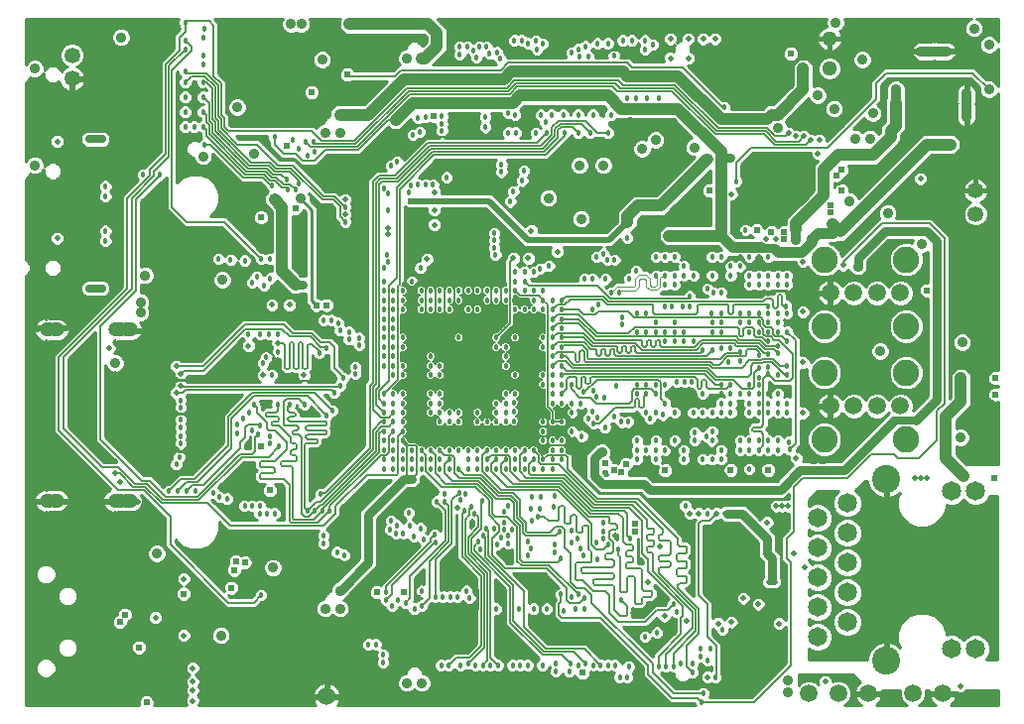
<source format=gbr>
G75*
G70*
%OFA0B0*%
%FSLAX24Y24*%
%IPPOS*%
%LPD*%
%AMOC8*
5,1,8,0,0,1.08239X$1,22.5*
%
%ADD10C,0.0356*%
%ADD11C,0.0600*%
%ADD12C,0.0531*%
%ADD13C,0.0510*%
%ADD14C,0.0709*%
%ADD15C,0.0238*%
%ADD16C,0.0472*%
%ADD17C,0.0277*%
%ADD18C,0.0591*%
%ADD19C,0.0886*%
%ADD20C,0.0650*%
%ADD21C,0.0945*%
%ADD22C,0.1699*%
%ADD23C,0.0180*%
%ADD24C,0.0237*%
%ADD25C,0.0354*%
%ADD26C,0.0198*%
%ADD27C,0.0100*%
%ADD28C,0.0050*%
%ADD29C,0.0400*%
%ADD30C,0.0295*%
%ADD31C,0.0200*%
%ADD32C,0.0080*%
%ADD33C,0.0350*%
%ADD34C,0.0320*%
%ADD35C,0.0300*%
%ADD36C,0.0280*%
%ADD37C,0.0045*%
%ADD38C,0.0120*%
%ADD39C,0.0060*%
D10*
X017770Y011471D03*
X018026Y012082D03*
X018636Y012338D03*
X019246Y012082D03*
X019502Y011471D03*
X019246Y010861D03*
X018636Y010605D03*
X018026Y010861D03*
X033852Y011471D03*
X034108Y012082D03*
X034719Y012338D03*
X035329Y012082D03*
X035585Y011471D03*
X035329Y010861D03*
X034719Y010605D03*
X034108Y010861D03*
X039579Y029539D03*
X039579Y029657D03*
X039579Y029775D03*
X039579Y029893D03*
X039579Y030012D03*
X039579Y030130D03*
X039579Y030248D03*
X039579Y030366D03*
X039579Y030484D03*
X040425Y031764D03*
X040504Y031764D03*
X040622Y031764D03*
X040740Y031764D03*
X040858Y031764D03*
X040976Y031764D03*
X041095Y031764D03*
X041213Y031764D03*
X041291Y031764D03*
X041941Y030366D03*
X041941Y030248D03*
X041941Y030130D03*
X041941Y030012D03*
X041941Y029893D03*
X041941Y029775D03*
X041941Y029657D03*
X041941Y029539D03*
X035585Y031156D03*
X035349Y031767D03*
X034719Y032023D03*
X034108Y031747D03*
X033852Y031156D03*
X034108Y030546D03*
X034719Y030290D03*
X035309Y030546D03*
X019502Y031156D03*
X019246Y031767D03*
X018636Y032023D03*
X018026Y031767D03*
X017770Y031156D03*
X018026Y030546D03*
X018636Y030290D03*
X019226Y030527D03*
D11*
X020452Y010082D03*
D12*
X042252Y026288D03*
X042252Y027075D03*
X011902Y030838D03*
X011902Y031625D03*
D13*
X037352Y031182D03*
X037352Y032182D03*
D14*
X035802Y027282D03*
X033452Y014432D03*
D15*
X035546Y026652D03*
X035546Y026888D03*
X035408Y027026D03*
X035172Y027026D03*
X035172Y027538D03*
X035408Y027538D03*
X035546Y027675D03*
X035546Y027912D03*
X036058Y027912D03*
X036058Y027675D03*
X036195Y027538D03*
X036432Y027538D03*
X036432Y027026D03*
X036195Y027026D03*
X036058Y026888D03*
X036058Y026652D03*
D16*
X013888Y022406D03*
X013770Y022406D03*
X013711Y022406D03*
X013554Y022406D03*
X013436Y022406D03*
X013337Y022406D03*
X011428Y022406D03*
X011310Y022406D03*
X011152Y022406D03*
X011034Y022406D03*
X011034Y016658D03*
X011152Y016658D03*
X011310Y016658D03*
X011428Y016667D03*
X013337Y016658D03*
X013436Y016658D03*
X013554Y016658D03*
X013711Y016658D03*
X013770Y016658D03*
X013888Y016658D03*
D17*
X012909Y023795D03*
X012830Y023795D03*
X012742Y023795D03*
X012643Y023795D03*
X012555Y023795D03*
X012476Y023795D03*
X012476Y028811D03*
X012555Y028811D03*
X012643Y028811D03*
X012742Y028811D03*
X012830Y028811D03*
X012909Y028811D03*
D18*
X036652Y010182D03*
X037652Y010182D03*
X038652Y010182D03*
X040152Y010182D03*
X041152Y010182D03*
X039732Y019840D03*
X038945Y019840D03*
X038157Y019840D03*
X037370Y019840D03*
X037370Y023640D03*
X038157Y023640D03*
X038945Y023640D03*
X039732Y023640D03*
D19*
X039929Y024762D03*
X039929Y022518D03*
X039929Y020962D03*
X039929Y018718D03*
X037173Y018718D03*
X037173Y020962D03*
X037173Y022518D03*
X037173Y024762D03*
D20*
X041452Y016982D03*
X042252Y016982D03*
X037952Y016582D03*
X037952Y015582D03*
X037952Y014582D03*
X037952Y013582D03*
X036952Y014082D03*
X036952Y015082D03*
X036952Y016082D03*
X036952Y013082D03*
X036952Y012082D03*
X037952Y012582D03*
X041452Y011682D03*
X042252Y011682D03*
D21*
X039252Y011282D03*
X039252Y017382D03*
D22*
X034723Y011475D03*
X018636Y011475D03*
X018636Y031160D03*
X034723Y031160D03*
D23*
X033802Y029882D03*
X031602Y030182D03*
X031202Y030182D03*
X030852Y030182D03*
X030552Y030182D03*
X030002Y029632D03*
X029402Y029632D03*
X028902Y029632D03*
X028402Y029632D03*
X028002Y029632D03*
X027802Y029382D03*
X027652Y029632D03*
X027852Y029032D03*
X027477Y029007D03*
X026802Y029032D03*
X026552Y029032D03*
X026777Y029607D03*
X026552Y029682D03*
X025777Y029557D03*
X025777Y029207D03*
X026327Y027957D03*
X026327Y027707D03*
X027077Y027757D03*
X027027Y027407D03*
X026727Y027057D03*
X026627Y026707D03*
X026077Y025657D03*
X026077Y025407D03*
X026077Y025157D03*
X026127Y024932D03*
X026786Y024343D03*
X027100Y024343D03*
X027100Y024028D03*
X026786Y024028D03*
X026786Y023713D03*
X027100Y023713D03*
X027100Y023398D03*
X026786Y023398D03*
X026786Y023083D03*
X027100Y023083D03*
X027415Y023083D03*
X027415Y023398D03*
X027415Y023713D03*
X027730Y023713D03*
X027730Y023398D03*
X027730Y023083D03*
X027730Y022768D03*
X027730Y022453D03*
X027730Y022138D03*
X027730Y021823D03*
X027730Y021508D03*
X027730Y021193D03*
X027730Y020878D03*
X027730Y020563D03*
X027730Y020248D03*
X028045Y020248D03*
X028045Y019933D03*
X028360Y019933D03*
X028360Y020248D03*
X028360Y020563D03*
X028045Y020563D03*
X028045Y020878D03*
X028045Y021193D03*
X028045Y021508D03*
X028045Y021823D03*
X028045Y022138D03*
X028045Y022453D03*
X028045Y022768D03*
X028045Y023083D03*
X028045Y023398D03*
X028360Y023398D03*
X028360Y023083D03*
X028360Y022768D03*
X028360Y022453D03*
X028360Y022138D03*
X028360Y021823D03*
X028360Y021508D03*
X028360Y021193D03*
X028360Y020878D03*
X028675Y020563D03*
X029077Y020307D03*
X029427Y020357D03*
X029532Y020142D03*
X029777Y020107D03*
X030177Y020507D03*
X030880Y020563D03*
X030880Y020248D03*
X031195Y020248D03*
X031510Y020248D03*
X031510Y020563D03*
X031825Y020563D03*
X032227Y020657D03*
X032477Y020657D03*
X032727Y020657D03*
X032770Y020248D03*
X033085Y020248D03*
X032770Y019933D03*
X032770Y019618D03*
X033085Y019618D03*
X033400Y019618D03*
X033715Y019618D03*
X034030Y019618D03*
X034030Y019933D03*
X034030Y020248D03*
X034345Y020248D03*
X034660Y020248D03*
X034974Y020248D03*
X034974Y019933D03*
X034660Y019933D03*
X034660Y019618D03*
X034974Y019618D03*
X035289Y019618D03*
X035289Y019933D03*
X035289Y020248D03*
X035604Y020248D03*
X035604Y019933D03*
X035604Y019618D03*
X035919Y019618D03*
X035919Y019933D03*
X035919Y020248D03*
X035919Y020878D03*
X035604Y020878D03*
X035289Y020917D03*
X035289Y021154D03*
X034974Y021114D03*
X034974Y020799D03*
X034974Y020563D03*
X034660Y020563D03*
X034030Y020563D03*
X033715Y020563D03*
X033715Y020248D03*
X033715Y019933D03*
X033400Y018988D03*
X033227Y018832D03*
X033400Y018673D03*
X033400Y018358D03*
X033400Y018043D03*
X033715Y018043D03*
X033715Y018358D03*
X034345Y018358D03*
X034660Y018358D03*
X034974Y018358D03*
X034974Y018673D03*
X034660Y018673D03*
X034345Y018673D03*
X035289Y018673D03*
X035289Y018358D03*
X035604Y018358D03*
X035604Y018673D03*
X035998Y018634D03*
X036002Y018382D03*
X035919Y018043D03*
X034974Y017729D03*
X034660Y017729D03*
X034345Y017729D03*
X033085Y018043D03*
X032770Y018043D03*
X032455Y018043D03*
X032140Y018043D03*
X031825Y018043D03*
X031510Y018043D03*
X031195Y018043D03*
X030880Y018043D03*
X030880Y018358D03*
X031195Y018358D03*
X031510Y018358D03*
X031825Y018358D03*
X032140Y018358D03*
X032455Y018358D03*
X032140Y018673D03*
X031510Y018673D03*
X031195Y018673D03*
X030880Y018673D03*
X030592Y019307D03*
X030342Y019307D03*
X030102Y019482D03*
X029802Y019132D03*
X029427Y019257D03*
X029552Y019457D03*
X029377Y019657D03*
X029252Y019432D03*
X028990Y019933D03*
X028675Y019933D03*
X028675Y019618D03*
X028360Y019303D03*
X028360Y018988D03*
X028360Y018673D03*
X028360Y018358D03*
X028360Y018043D03*
X028045Y018043D03*
X028045Y017729D03*
X027730Y017729D03*
X027730Y018043D03*
X027415Y018043D03*
X027415Y017729D03*
X027100Y017729D03*
X027100Y018043D03*
X026786Y018043D03*
X026786Y017729D03*
X026471Y017729D03*
X026471Y018043D03*
X026156Y018043D03*
X026156Y017729D03*
X025841Y017729D03*
X025841Y018043D03*
X025526Y018043D03*
X025526Y017729D03*
X025211Y017729D03*
X025211Y018043D03*
X025211Y018358D03*
X025526Y018358D03*
X025841Y018358D03*
X026156Y018358D03*
X026471Y018358D03*
X026786Y018358D03*
X027100Y018358D03*
X027415Y018358D03*
X027730Y018673D03*
X027730Y018988D03*
X027730Y019303D03*
X028045Y019303D03*
X028045Y018988D03*
X028045Y018673D03*
X028045Y018358D03*
X028675Y018988D03*
X029030Y018831D03*
X027282Y019982D03*
X026756Y019963D03*
X026786Y020248D03*
X026471Y020248D03*
X026471Y019933D03*
X026471Y019618D03*
X026756Y019648D03*
X026756Y019333D03*
X026471Y019303D03*
X026156Y019303D03*
X026156Y019618D03*
X026156Y019933D03*
X026156Y020248D03*
X025841Y020248D03*
X025841Y019933D03*
X025841Y019618D03*
X025841Y019303D03*
X025526Y019303D03*
X025526Y019618D03*
X025526Y019933D03*
X025526Y020248D03*
X025526Y020878D03*
X025841Y020878D03*
X026156Y020878D03*
X026471Y020878D03*
X026786Y020878D03*
X026471Y021193D03*
X026471Y021508D03*
X026471Y021823D03*
X026471Y022138D03*
X026786Y022138D03*
X026156Y022138D03*
X026156Y021823D03*
X026156Y021508D03*
X026156Y021193D03*
X025841Y021193D03*
X025841Y021508D03*
X025841Y021823D03*
X025841Y022138D03*
X025526Y022138D03*
X025526Y021823D03*
X025526Y021508D03*
X025526Y021193D03*
X024896Y021193D03*
X024896Y020878D03*
X024581Y020878D03*
X024581Y021193D03*
X024581Y021508D03*
X024896Y021508D03*
X024896Y021823D03*
X024896Y022138D03*
X024266Y021508D03*
X024266Y021193D03*
X024266Y020878D03*
X023951Y020878D03*
X023951Y021193D03*
X023951Y021508D03*
X023951Y021823D03*
X023951Y022138D03*
X023951Y023083D03*
X023951Y023398D03*
X023951Y023713D03*
X024266Y023713D03*
X024581Y023713D03*
X024896Y023713D03*
X025211Y023713D03*
X025526Y023713D03*
X025841Y023713D03*
X026156Y023713D03*
X026471Y023713D03*
X026471Y023398D03*
X026471Y023083D03*
X026156Y023083D03*
X026156Y023398D03*
X025841Y023398D03*
X025841Y023083D03*
X025526Y023083D03*
X025211Y023083D03*
X024896Y023083D03*
X024896Y023398D03*
X024581Y023398D03*
X024266Y023398D03*
X024266Y023083D03*
X024581Y023083D03*
X023636Y023083D03*
X023636Y023398D03*
X023636Y023713D03*
X023321Y023713D03*
X023321Y024028D03*
X023006Y023713D03*
X022691Y023713D03*
X022376Y023713D03*
X022376Y024028D03*
X022377Y024482D03*
X022502Y024682D03*
X022477Y024932D03*
X023602Y024482D03*
X023321Y023398D03*
X023006Y023398D03*
X022691Y023398D03*
X022376Y023398D03*
X022376Y023083D03*
X022691Y023083D03*
X023006Y023083D03*
X023321Y023083D03*
X023006Y022768D03*
X022691Y022768D03*
X022376Y022768D03*
X022376Y022453D03*
X022376Y022138D03*
X022376Y021823D03*
X022376Y021508D03*
X022376Y021193D03*
X022691Y021193D03*
X022691Y020878D03*
X023006Y020878D03*
X023006Y020563D03*
X023006Y020248D03*
X023006Y019933D03*
X023006Y019618D03*
X023006Y019303D03*
X023006Y018988D03*
X023006Y018673D03*
X023006Y018358D03*
X023006Y018043D03*
X023006Y017729D03*
X022691Y017729D03*
X022691Y018043D03*
X022376Y018043D03*
X022376Y017729D03*
X022376Y018358D03*
X022691Y018358D03*
X022691Y018673D03*
X022376Y018673D03*
X022376Y018988D03*
X022691Y018988D03*
X022691Y019303D03*
X022376Y019303D03*
X022376Y019618D03*
X022691Y019618D03*
X022691Y019933D03*
X022376Y019933D03*
X022376Y020248D03*
X022691Y020248D03*
X023422Y019942D03*
X023422Y019562D03*
X023951Y019618D03*
X023951Y019303D03*
X024266Y019303D03*
X024581Y019303D03*
X024896Y019303D03*
X024896Y019618D03*
X024581Y019618D03*
X024266Y019618D03*
X024266Y019933D03*
X024581Y019933D03*
X024896Y019933D03*
X024896Y020248D03*
X024581Y020248D03*
X024266Y020248D03*
X023951Y020248D03*
X023951Y019933D03*
X023542Y018822D03*
X023636Y018358D03*
X023636Y018043D03*
X023636Y017729D03*
X023951Y017729D03*
X023951Y018043D03*
X024266Y018043D03*
X024266Y017729D03*
X024581Y017729D03*
X024581Y018043D03*
X024581Y018358D03*
X024896Y018358D03*
X024612Y018732D03*
X024232Y018732D03*
X024266Y018358D03*
X023951Y018358D03*
X023321Y018358D03*
X023321Y018043D03*
X023321Y017729D03*
X024402Y016882D03*
X024402Y016632D03*
X024152Y016632D03*
X024952Y016682D03*
X024902Y016932D03*
X025127Y016882D03*
X025327Y016457D03*
X025427Y016232D03*
X025077Y016307D03*
X025677Y016657D03*
X026427Y016282D03*
X026552Y016482D03*
X026427Y015932D03*
X026427Y015682D03*
X026552Y015482D03*
X026677Y015682D03*
X026302Y015407D03*
X026177Y015182D03*
X026552Y015232D03*
X027202Y015282D03*
X027302Y015057D03*
X027227Y014832D03*
X028102Y014932D03*
X028102Y015182D03*
X028277Y015607D03*
X028677Y015657D03*
X028877Y015382D03*
X028677Y015257D03*
X028977Y015057D03*
X029077Y014832D03*
X029552Y014682D03*
X029527Y015257D03*
X029752Y015382D03*
X029752Y015632D03*
X029752Y015932D03*
X029902Y015182D03*
X030252Y015032D03*
X030652Y015382D03*
X032502Y016482D03*
X033252Y016232D03*
X032827Y018697D03*
X032827Y018947D03*
X032140Y019618D03*
X032140Y019933D03*
X031825Y019933D03*
X031746Y019540D03*
X031510Y019618D03*
X031327Y019432D03*
X031185Y019628D03*
X032140Y020248D03*
X032455Y020248D03*
X031195Y020563D03*
X031825Y022020D03*
X031825Y022335D03*
X032140Y022335D03*
X032140Y022650D03*
X032455Y022335D03*
X032455Y022020D03*
X032770Y022020D03*
X033085Y021705D03*
X033400Y021705D03*
X033715Y021784D03*
X034030Y021784D03*
X034345Y021666D03*
X034345Y021351D03*
X033951Y021311D03*
X034974Y021547D03*
X035289Y021587D03*
X035604Y021626D03*
X035604Y021862D03*
X035289Y022020D03*
X035289Y022335D03*
X034974Y022335D03*
X034660Y022335D03*
X034660Y022650D03*
X034974Y022650D03*
X034974Y022965D03*
X034660Y022965D03*
X034345Y022965D03*
X034345Y022650D03*
X033715Y022650D03*
X033715Y022965D03*
X033370Y022965D03*
X033400Y022650D03*
X033400Y022335D03*
X033715Y022335D03*
X032652Y023182D03*
X032402Y023182D03*
X032052Y023182D03*
X031802Y023182D03*
X031510Y022650D03*
X031510Y022335D03*
X031195Y022335D03*
X030880Y022335D03*
X030377Y022582D03*
X030377Y022832D03*
X030880Y022965D03*
X031195Y022965D03*
X031825Y023910D03*
X031825Y024225D03*
X031825Y024540D03*
X031825Y024854D03*
X032140Y024854D03*
X032140Y024540D03*
X032455Y024540D03*
X032770Y024540D03*
X032770Y024854D03*
X033085Y024854D03*
X033400Y024854D03*
X033400Y024540D03*
X033400Y024225D03*
X033252Y023782D03*
X033452Y023657D03*
X033702Y023657D03*
X034030Y024225D03*
X034030Y024540D03*
X034345Y024540D03*
X034345Y024854D03*
X034660Y024854D03*
X034974Y024854D03*
X035289Y024854D03*
X035289Y024225D03*
X034974Y024225D03*
X034660Y024225D03*
X034660Y023910D03*
X034974Y023910D03*
X035289Y023910D03*
X035289Y023634D03*
X035604Y023910D03*
X035604Y024225D03*
X035919Y024225D03*
X036027Y024482D03*
X035919Y023910D03*
X035880Y023201D03*
X035919Y022965D03*
X035604Y022965D03*
X035289Y022965D03*
X035289Y023201D03*
X035289Y022650D03*
X035604Y022650D03*
X035604Y022335D03*
X035919Y022335D03*
X035919Y022020D03*
X035919Y021193D03*
X035289Y019067D03*
X032140Y022020D03*
X032652Y023532D03*
X032352Y023732D03*
X032140Y023910D03*
X032140Y024225D03*
X032455Y024225D03*
X032770Y024225D03*
X033715Y024854D03*
X034527Y025757D03*
X034202Y027392D03*
X031510Y024854D03*
X031195Y024854D03*
X030880Y024854D03*
X030852Y024382D03*
X030627Y024107D03*
X030277Y023657D03*
X030027Y023657D03*
X029827Y024107D03*
X029377Y024107D03*
X029127Y024107D03*
X029527Y024857D03*
X029752Y024957D03*
X029877Y024757D03*
X030127Y024757D03*
X030552Y025482D03*
X031510Y024225D03*
X029577Y023257D03*
X029397Y023087D03*
X027927Y024557D03*
X027627Y024457D03*
X027415Y024343D03*
X024477Y027532D03*
X024027Y027282D03*
X023777Y027282D03*
X023527Y027282D03*
X023277Y027257D03*
X023227Y027007D03*
X022527Y026982D03*
X022377Y027157D03*
X022627Y027907D03*
X022827Y028057D03*
X023352Y028957D03*
X023577Y029057D03*
X023527Y029507D03*
X023777Y029557D03*
X024327Y029582D03*
X024327Y029332D03*
X024327Y029082D03*
X024927Y031657D03*
X024927Y031907D03*
X025177Y031907D03*
X025377Y031782D03*
X025577Y031907D03*
X025827Y031907D03*
X025927Y031682D03*
X026177Y031732D03*
X026277Y031507D03*
X026752Y032132D03*
X027002Y032132D03*
X027227Y032032D03*
X027477Y032107D03*
X027702Y032007D03*
X027527Y031832D03*
X028677Y031707D03*
X028902Y031832D03*
X028952Y031582D03*
X029252Y031582D03*
X029152Y031932D03*
X029552Y032032D03*
X029902Y032032D03*
X030102Y031632D03*
X030402Y032132D03*
X030702Y032132D03*
X031152Y032132D03*
X031402Y031982D03*
X031152Y031832D03*
X029902Y029032D03*
X029302Y029032D03*
X028902Y029032D03*
X028452Y029032D03*
X025477Y031557D03*
X020052Y028382D03*
X019802Y028257D03*
X019502Y028482D03*
X019752Y028732D03*
X020002Y028732D03*
X019302Y028782D03*
X018702Y028882D03*
X019102Y027457D03*
X019152Y027107D03*
X019402Y027107D03*
X019527Y027307D03*
X018627Y027257D03*
X021077Y026532D03*
X021077Y026032D03*
X022527Y026432D03*
X018552Y024782D03*
X018252Y024782D03*
X017702Y024732D03*
X017232Y024752D03*
X016825Y024776D03*
X017952Y023982D03*
X018102Y024182D03*
X018352Y023882D03*
X018552Y024132D03*
X020352Y022732D03*
X020602Y022732D03*
X020852Y022632D03*
X020902Y022382D03*
X021202Y022332D03*
X021202Y022082D03*
X021552Y022132D03*
X021552Y021882D03*
X021422Y021142D03*
X021422Y020912D03*
X021002Y020782D03*
X020902Y020532D03*
X020702Y020282D03*
X020652Y019682D03*
X020452Y019532D03*
X019702Y019882D03*
X019202Y019877D03*
X018802Y019882D03*
X018002Y019882D03*
X017852Y019632D03*
X017652Y019432D03*
X017452Y019232D03*
X017452Y018932D03*
X017952Y019032D03*
X018152Y018882D03*
X018202Y019182D03*
X018552Y018832D03*
X018552Y018582D03*
X018852Y018482D03*
X020252Y016882D03*
X020302Y016332D03*
X020552Y016332D03*
X020052Y016332D03*
X019802Y016332D03*
X020352Y015482D03*
X020352Y015232D03*
X020802Y014932D03*
X021052Y014832D03*
X021427Y014812D03*
X022577Y015682D03*
X022777Y015557D03*
X023027Y015557D03*
X023252Y015812D03*
X023602Y015732D03*
X023377Y015457D03*
X023727Y015357D03*
X024077Y015507D03*
X024127Y015257D03*
X022802Y015832D03*
X022627Y015982D03*
X023212Y016242D03*
X024896Y017729D03*
X025702Y018742D03*
X026082Y018732D03*
X026462Y018732D03*
X027172Y019252D03*
X027352Y016782D03*
X027652Y016782D03*
X027602Y016382D03*
X027552Y016132D03*
X027352Y015982D03*
X027302Y016382D03*
X028077Y016457D03*
X028127Y016807D03*
X026077Y015707D03*
X025827Y015707D03*
X025702Y015482D03*
X025552Y015282D03*
X025602Y015032D03*
X025152Y013632D03*
X025252Y013382D03*
X024852Y013432D03*
X024602Y013432D03*
X024352Y013432D03*
X024102Y013432D03*
X023652Y013632D03*
X023652Y013132D03*
X023402Y013032D03*
X023102Y013232D03*
X022852Y013332D03*
X022652Y013132D03*
X022452Y013332D03*
X022452Y013582D03*
X022102Y011832D03*
X021852Y011832D03*
X022352Y011482D03*
X022352Y011232D03*
X024302Y011132D03*
X024552Y011132D03*
X024952Y011132D03*
X025202Y011182D03*
X025452Y011132D03*
X025702Y011132D03*
X025952Y011132D03*
X026202Y011132D03*
X026702Y011132D03*
X026952Y011132D03*
X027202Y011132D03*
X027702Y011132D03*
X028152Y011182D03*
X028152Y010932D03*
X028602Y010932D03*
X028652Y011182D03*
X028902Y011132D03*
X029152Y011182D03*
X029402Y011132D03*
X029652Y011132D03*
X029902Y011132D03*
X030152Y011132D03*
X030302Y010732D03*
X030552Y010732D03*
X030602Y011082D03*
X031602Y011082D03*
X031852Y011082D03*
X032102Y011082D03*
X032352Y011182D03*
X032752Y011182D03*
X032752Y010882D03*
X033252Y011282D03*
X033002Y011432D03*
X033002Y011682D03*
X033352Y011682D03*
X033752Y012332D03*
X032202Y012932D03*
X032102Y013182D03*
X031552Y012232D03*
X031152Y012082D03*
X030352Y013332D03*
X029102Y013382D03*
X028902Y013507D03*
X028677Y013407D03*
X028327Y013507D03*
X028427Y012957D03*
X028802Y013032D03*
X029102Y013032D03*
X027852Y013032D03*
X027402Y013032D03*
X026902Y013007D03*
X026152Y013032D03*
X028327Y014707D03*
X033502Y010732D03*
X033102Y010182D03*
X033052Y009882D03*
X023422Y021022D03*
X023006Y021193D03*
X022691Y021508D03*
X022691Y021823D03*
X022691Y022138D03*
X022691Y022453D03*
X023006Y022453D03*
X023006Y022138D03*
X023006Y021823D03*
X020452Y021782D03*
X020202Y021632D03*
X018813Y021666D03*
X018419Y021862D03*
X018124Y021862D03*
X018223Y022256D03*
X018518Y022256D03*
X018813Y022256D03*
X018419Y021469D03*
X018321Y021272D03*
X018026Y021272D03*
X018616Y020878D03*
X018813Y021075D03*
X017829Y022256D03*
X017435Y021666D03*
X015552Y020032D03*
X015552Y019782D03*
X015552Y019382D03*
X015552Y019132D03*
X015552Y018832D03*
X015552Y018582D03*
X015502Y018132D03*
X015402Y017882D03*
X015452Y016982D03*
X015752Y016982D03*
X016052Y016982D03*
X016652Y016932D03*
X016852Y016782D03*
X017102Y016732D03*
X017702Y016482D03*
X017952Y016482D03*
X018202Y016482D03*
X018202Y016232D03*
X018452Y016232D03*
X018702Y016232D03*
X018252Y013482D03*
X015152Y016982D03*
X013027Y025382D03*
X013027Y025732D03*
X013027Y026882D03*
X013027Y027232D03*
X014277Y027607D03*
X014852Y027607D03*
X016352Y028632D03*
X016302Y029232D03*
X016002Y029232D03*
X015702Y029232D03*
X015702Y029732D03*
X016302Y029732D03*
X016302Y030232D03*
X016302Y030732D03*
X016302Y031332D03*
X016302Y031632D03*
X016302Y032232D03*
X016352Y032532D03*
X015702Y032732D03*
X015702Y032132D03*
X015702Y031832D03*
X015702Y031082D03*
X015702Y030732D03*
X015702Y030232D03*
D24*
X019102Y028582D03*
X019952Y030382D03*
X021152Y030982D03*
X024052Y029582D03*
X023277Y026732D03*
X023302Y026432D03*
X023302Y025732D03*
X023852Y025132D03*
X020202Y023932D03*
X019652Y023932D03*
X019402Y023932D03*
X020102Y023232D03*
X020452Y023232D03*
X019602Y025882D03*
X019402Y026482D03*
X018252Y026182D03*
X017902Y026082D03*
X010644Y030721D03*
X017852Y018482D03*
X018252Y018482D03*
X018552Y017007D03*
X017502Y017007D03*
X017852Y014882D03*
X017702Y014582D03*
X017402Y014632D03*
X017352Y014332D03*
X017252Y013732D03*
X017602Y013632D03*
X015652Y013532D03*
X013677Y012832D03*
X013502Y012582D03*
X014152Y011732D03*
X014402Y009882D03*
X012902Y009882D03*
X022152Y013582D03*
X023052Y013582D03*
X023502Y013382D03*
X025352Y015882D03*
X029802Y017932D03*
X030152Y017982D03*
X030102Y017682D03*
X030352Y017632D03*
X030502Y017882D03*
X031195Y017679D03*
X031510Y017679D03*
X031825Y017679D03*
X030802Y015882D03*
X030802Y015632D03*
X034030Y017689D03*
X035289Y017689D03*
X040602Y023732D03*
X042927Y020782D03*
X042927Y020232D03*
X042927Y018732D03*
X042877Y017407D03*
X035832Y025442D03*
X035832Y025682D03*
X035392Y025682D03*
X034902Y025742D03*
X034327Y025582D03*
X033302Y027082D03*
X033762Y028182D03*
X034002Y028182D03*
X037382Y026582D03*
X037382Y026337D03*
X037752Y027082D03*
X037582Y027602D03*
X037752Y027772D03*
X036052Y031682D03*
X029052Y010882D03*
D25*
X023652Y010532D03*
X023152Y010532D03*
X023152Y011132D03*
X020902Y013032D03*
X020402Y013032D03*
X020402Y013632D03*
X020902Y013632D03*
X019602Y014232D03*
X018652Y014407D03*
X016902Y012132D03*
X014652Y011701D03*
X013402Y011682D03*
X013052Y011682D03*
X014152Y014532D03*
X014752Y014882D03*
X011052Y018832D03*
X013352Y021282D03*
X014202Y022982D03*
X014202Y023332D03*
X014352Y024232D03*
X012702Y026303D03*
X010652Y024682D03*
X010652Y027932D03*
X010652Y031182D03*
X010952Y032682D03*
X013552Y032232D03*
X017452Y029882D03*
X018552Y029682D03*
X018002Y028332D03*
X017452Y027282D03*
X016302Y028232D03*
X015702Y028232D03*
X018702Y026782D03*
X019577Y026807D03*
X020402Y029032D03*
X020902Y029032D03*
X020902Y029632D03*
X020402Y029632D03*
X020302Y031482D03*
X020902Y031482D03*
X021227Y032682D03*
X019602Y032682D03*
X019252Y032682D03*
X022652Y031207D03*
X023152Y031532D03*
X023652Y031532D03*
X023652Y032132D03*
X023152Y032132D03*
X022777Y029457D03*
X027902Y026832D03*
X027752Y026282D03*
X028302Y026282D03*
X029002Y026132D03*
X030552Y026032D03*
X031152Y026082D03*
X031952Y025557D03*
X032852Y026032D03*
X033702Y026782D03*
X033252Y028157D03*
X032802Y028532D03*
X031902Y028432D03*
X031502Y028782D03*
X031052Y028482D03*
X030652Y029382D03*
X029752Y027932D03*
X028952Y027932D03*
X030152Y027232D03*
X035627Y029182D03*
X036952Y030282D03*
X036952Y030732D03*
X036452Y031182D03*
X037502Y029832D03*
X037702Y029332D03*
X038202Y028832D03*
X038702Y028832D03*
X038802Y029682D03*
X039902Y028882D03*
X041402Y028632D03*
X042702Y030482D03*
X042702Y031982D03*
X042202Y032532D03*
X038452Y031482D03*
X037552Y032732D03*
X038002Y026732D03*
X037452Y025957D03*
X037702Y025707D03*
X036752Y025457D03*
X036222Y025432D03*
X038302Y024532D03*
X039202Y025132D03*
X040452Y025282D03*
X039302Y026332D03*
X042252Y023582D03*
X041802Y021982D03*
X042252Y021082D03*
X041752Y020782D03*
X042252Y020332D03*
X042252Y018732D03*
X041752Y018782D03*
X041852Y017482D03*
X041652Y016282D03*
X042152Y015782D03*
X042652Y016282D03*
X042852Y015332D03*
X042652Y014532D03*
X042152Y014032D03*
X042652Y013532D03*
X042152Y013032D03*
X041652Y013532D03*
X040952Y013982D03*
X041152Y014532D03*
X041502Y015282D03*
X040652Y015282D03*
X040052Y014932D03*
X039952Y015582D03*
X039252Y015682D03*
X038652Y016032D03*
X039252Y016432D03*
X038652Y016782D03*
X038652Y015282D03*
X039252Y014932D03*
X038652Y014282D03*
X038652Y013282D03*
X039252Y013432D03*
X039902Y013782D03*
X039902Y013032D03*
X039252Y012432D03*
X038652Y012282D03*
X040902Y013032D03*
X041652Y012532D03*
X042402Y012282D03*
X042852Y012782D03*
X041152Y015782D03*
X039262Y020542D03*
X039052Y021682D03*
X040552Y022132D03*
X038002Y022432D03*
X029702Y018282D03*
X035952Y010632D03*
X035952Y010232D03*
X016952Y024082D03*
D26*
X017552Y023932D03*
X018321Y023240D03*
X018616Y023240D03*
X018911Y023240D03*
X019207Y023240D03*
X019502Y023240D03*
X018813Y021961D03*
X018813Y021370D03*
X018321Y020878D03*
X018302Y019882D03*
X019581Y019658D03*
X019699Y020878D03*
X017829Y021862D03*
X015552Y020932D03*
X015402Y020732D03*
X015552Y020532D03*
X015402Y020282D03*
X015402Y019582D03*
X015402Y018382D03*
X013502Y017282D03*
X013352Y017582D03*
X013352Y017982D03*
X013352Y018547D03*
X013352Y019138D03*
X013352Y019729D03*
X013352Y020910D03*
X013152Y021782D03*
X015402Y021182D03*
X011402Y025482D03*
X011402Y028732D03*
X021077Y026782D03*
X021077Y026282D03*
X022527Y025832D03*
X022527Y025632D03*
X023827Y024782D03*
X024077Y025932D03*
X024077Y026432D03*
X024077Y027032D03*
X024152Y028032D03*
X027327Y025732D03*
X028202Y025032D03*
X027227Y024807D03*
X026727Y024807D03*
X034052Y026962D03*
X035227Y025457D03*
X035542Y025452D03*
X036452Y024697D03*
X036452Y023857D03*
X036452Y023007D03*
X036452Y022157D03*
X036452Y021307D03*
X036452Y020457D03*
X036452Y019607D03*
X036452Y018767D03*
X036227Y018082D03*
X035952Y016482D03*
X035752Y016482D03*
X035552Y016482D03*
X035202Y016232D03*
X035002Y016182D03*
X035252Y015932D03*
X035252Y014882D03*
X036152Y014882D03*
X036502Y014432D03*
X035852Y013932D03*
X035502Y013932D03*
X035302Y013932D03*
X034952Y013182D03*
X034452Y013382D03*
X034052Y012582D03*
X033602Y012532D03*
X032552Y012632D03*
X032052Y012232D03*
X031852Y012232D03*
X031802Y012782D03*
X031152Y013032D03*
X030952Y012882D03*
X030752Y012882D03*
X031252Y013932D03*
X031002Y014632D03*
X031652Y015132D03*
X032652Y016232D03*
X032952Y016232D03*
X033552Y016232D03*
X033852Y016232D03*
X030152Y015482D03*
X029802Y017582D03*
X026427Y014982D03*
X024852Y016432D03*
X027702Y010782D03*
X033252Y010732D03*
X035652Y012532D03*
X037202Y010582D03*
X041752Y010432D03*
X040602Y017432D03*
X040402Y017432D03*
X040202Y017432D03*
X037802Y024582D03*
X040402Y027482D03*
X041552Y025882D03*
X037002Y028782D03*
X036702Y028782D03*
X036477Y028907D03*
X036227Y028907D03*
X035977Y029007D03*
X036952Y028332D03*
X032602Y031532D03*
X032002Y031532D03*
X032002Y032182D03*
X032602Y032182D03*
X033102Y032182D03*
X033502Y032182D03*
X015652Y014032D03*
X014702Y012732D03*
X015652Y012132D03*
X015952Y011032D03*
X015952Y010582D03*
X015952Y010282D03*
X015952Y009932D03*
D27*
X010352Y009782D02*
X010352Y024211D01*
X010376Y024221D01*
X010462Y024307D01*
X010509Y024420D01*
X010509Y024543D01*
X010462Y024656D01*
X010376Y024742D01*
X010352Y024752D01*
X010352Y027461D01*
X010376Y027471D01*
X010462Y027557D01*
X010497Y027642D01*
X010587Y027604D01*
X010717Y027604D01*
X010837Y027654D01*
X010929Y027746D01*
X010944Y027783D01*
X010944Y027670D01*
X010991Y027557D01*
X011077Y027471D01*
X011190Y027424D01*
X011313Y027424D01*
X011426Y027471D01*
X011512Y027557D01*
X011559Y027670D01*
X011559Y027793D01*
X011512Y027906D01*
X011426Y027992D01*
X011313Y028039D01*
X011190Y028039D01*
X011077Y027992D01*
X010991Y027906D01*
X010979Y027876D01*
X010979Y027997D01*
X010929Y028117D01*
X010837Y028209D01*
X010717Y028259D01*
X010587Y028259D01*
X010466Y028209D01*
X010374Y028117D01*
X010352Y028062D01*
X010352Y030711D01*
X010376Y030721D01*
X010462Y030807D01*
X010497Y030892D01*
X010587Y030854D01*
X010717Y030854D01*
X010837Y030904D01*
X010929Y030996D01*
X010944Y031033D01*
X010944Y030920D01*
X010991Y030807D01*
X011077Y030721D01*
X011190Y030674D01*
X011313Y030674D01*
X011426Y030721D01*
X011466Y030761D01*
X011466Y030751D01*
X011532Y030591D01*
X011655Y030469D01*
X011815Y030402D01*
X011863Y030402D01*
X011863Y030799D01*
X011940Y030799D01*
X011940Y030402D01*
X011988Y030402D01*
X012148Y030469D01*
X012271Y030591D01*
X012337Y030751D01*
X012337Y030799D01*
X011940Y030799D01*
X011940Y030877D01*
X012337Y030877D01*
X012337Y030925D01*
X012271Y031085D01*
X012148Y031207D01*
X012064Y031242D01*
X012137Y031273D01*
X012254Y031390D01*
X012317Y031543D01*
X012317Y031708D01*
X012254Y031861D01*
X012137Y031978D01*
X011984Y032041D01*
X011819Y032041D01*
X011666Y031978D01*
X011549Y031861D01*
X011486Y031708D01*
X011486Y031543D01*
X011549Y031390D01*
X011666Y031273D01*
X011740Y031242D01*
X011655Y031207D01*
X011539Y031091D01*
X011512Y031156D01*
X011426Y031242D01*
X011313Y031289D01*
X011190Y031289D01*
X011077Y031242D01*
X010991Y031156D01*
X010979Y031126D01*
X010979Y031247D01*
X010929Y031367D01*
X010837Y031459D01*
X010717Y031509D01*
X010587Y031509D01*
X010466Y031459D01*
X010374Y031367D01*
X010352Y031312D01*
X010352Y032850D01*
X015491Y032850D01*
X015462Y032779D01*
X015462Y032684D01*
X015498Y032596D01*
X015527Y032567D01*
X015527Y032504D01*
X015327Y032304D01*
X015327Y032159D01*
X015327Y031854D01*
X014877Y031404D01*
X014877Y031259D01*
X012104Y031259D01*
X012195Y031161D02*
X014877Y031161D01*
X014877Y031259D02*
X014877Y028404D01*
X014327Y027854D01*
X014327Y027846D01*
X014324Y027847D01*
X014229Y027847D01*
X014141Y027810D01*
X011552Y027810D01*
X011559Y027712D02*
X014060Y027712D01*
X014073Y027743D02*
X014037Y027654D01*
X014037Y027559D01*
X014073Y027471D01*
X014108Y027436D01*
X013577Y026904D01*
X013577Y026759D01*
X013577Y023854D01*
X011277Y021554D01*
X011277Y021409D01*
X011277Y018959D01*
X011379Y018857D01*
X013197Y017039D01*
X013107Y017002D01*
X012993Y016888D01*
X012931Y016738D01*
X012931Y016686D01*
X013049Y016686D01*
X013049Y016629D01*
X012931Y016629D01*
X012931Y016577D01*
X012993Y016428D01*
X013107Y016313D01*
X013256Y016251D01*
X013308Y016251D01*
X013308Y016292D01*
X013359Y016271D01*
X013366Y016271D01*
X013366Y016251D01*
X013418Y016251D01*
X013466Y016271D01*
X013512Y016271D01*
X013630Y016271D01*
X013632Y016272D01*
X013634Y016271D01*
X013788Y016271D01*
X013811Y016271D01*
X013965Y016271D01*
X014107Y016330D01*
X014216Y016439D01*
X014274Y016581D01*
X014274Y016734D01*
X014224Y016857D01*
X014229Y016857D01*
X015027Y016059D01*
X015027Y015254D01*
X015027Y015109D01*
X016977Y013159D01*
X017079Y013057D01*
X017929Y013057D01*
X018074Y013057D01*
X018259Y013242D01*
X018299Y013242D01*
X018388Y013278D01*
X018455Y013346D01*
X018492Y013434D01*
X018492Y013529D01*
X018455Y013618D01*
X018388Y013685D01*
X018299Y013722D01*
X018204Y013722D01*
X018116Y013685D01*
X018048Y013618D01*
X018012Y013529D01*
X018012Y013489D01*
X017929Y013407D01*
X017224Y013407D01*
X017146Y013484D01*
X017198Y013463D01*
X017305Y013463D01*
X017404Y013504D01*
X017479Y013579D01*
X017520Y013678D01*
X017520Y013785D01*
X017479Y013884D01*
X017404Y013959D01*
X017305Y014000D01*
X017198Y014000D01*
X017099Y013959D01*
X017024Y013884D01*
X016983Y013785D01*
X016983Y013678D01*
X017004Y013626D01*
X015377Y015254D01*
X015377Y015348D01*
X015596Y015128D01*
X015890Y015006D01*
X016208Y015006D01*
X016502Y015128D01*
X016727Y015353D01*
X016849Y015647D01*
X016849Y015937D01*
X017129Y015657D01*
X017274Y015657D01*
X020187Y015657D01*
X020148Y015618D01*
X020112Y015529D01*
X020112Y015434D01*
X020144Y015357D01*
X020112Y015279D01*
X020112Y015184D01*
X020148Y015096D01*
X020216Y015028D01*
X020304Y014992D01*
X020399Y014992D01*
X020488Y015028D01*
X020555Y015096D01*
X020592Y015184D01*
X020592Y015279D01*
X020560Y015357D01*
X020592Y015434D01*
X020592Y015529D01*
X020555Y015618D01*
X020488Y015685D01*
X020463Y015695D01*
X020824Y016057D01*
X020927Y016159D01*
X020927Y016409D01*
X021874Y017357D01*
X022602Y017357D01*
X021727Y016482D01*
X021552Y016306D01*
X021552Y014706D01*
X020782Y013936D01*
X020716Y013909D01*
X020624Y013817D01*
X020574Y013697D01*
X020574Y013611D01*
X020489Y013576D01*
X020408Y013495D01*
X020364Y013389D01*
X020364Y013359D01*
X020337Y013359D01*
X020216Y013309D01*
X020124Y013217D01*
X020074Y013097D01*
X020074Y012967D01*
X020124Y012846D01*
X020216Y012754D01*
X020337Y012704D01*
X020467Y012704D01*
X020587Y012754D01*
X020652Y012819D01*
X020716Y012754D01*
X020837Y012704D01*
X020967Y012704D01*
X021087Y012754D01*
X021179Y012846D01*
X021229Y012967D01*
X021229Y013097D01*
X021179Y013217D01*
X021087Y013309D01*
X021032Y013332D01*
X021087Y013354D01*
X021179Y013446D01*
X021206Y013512D01*
X022152Y014457D01*
X022152Y014706D01*
X022152Y016057D01*
X023176Y017082D01*
X023426Y017082D01*
X023602Y017257D01*
X023602Y017434D01*
X023653Y017486D01*
X023653Y017489D01*
X023684Y017489D01*
X023693Y017493D01*
X024189Y016996D01*
X024162Y016929D01*
X024162Y016872D01*
X022966Y016872D01*
X023065Y016970D02*
X024179Y016970D01*
X024162Y016872D02*
X024104Y016872D01*
X024016Y016835D01*
X023948Y016768D01*
X023912Y016679D01*
X023912Y016584D01*
X023948Y016496D01*
X024016Y016428D01*
X024104Y016392D01*
X024144Y016392D01*
X024277Y016259D01*
X024277Y015646D01*
X024213Y015710D01*
X024124Y015747D01*
X024029Y015747D01*
X023941Y015710D01*
X023873Y015643D01*
X023842Y015568D01*
X023797Y015587D01*
X023805Y015596D01*
X023842Y015684D01*
X023842Y015779D01*
X023805Y015868D01*
X023738Y015935D01*
X023649Y015972D01*
X023554Y015972D01*
X023466Y015935D01*
X023462Y015931D01*
X023455Y015948D01*
X023388Y016015D01*
X023340Y016035D01*
X023348Y016038D01*
X023415Y016106D01*
X023452Y016194D01*
X023452Y016289D01*
X023415Y016378D01*
X023348Y016445D01*
X023259Y016482D01*
X023164Y016482D01*
X023076Y016445D01*
X023008Y016378D01*
X022972Y016289D01*
X022972Y016194D01*
X023008Y016106D01*
X023076Y016038D01*
X023124Y016018D01*
X023116Y016015D01*
X023048Y015948D01*
X023031Y015905D01*
X023005Y015968D01*
X022938Y016035D01*
X022849Y016072D01*
X022830Y016118D01*
X022763Y016185D01*
X022674Y016222D01*
X022579Y016222D01*
X022491Y016185D01*
X022423Y016118D01*
X022387Y016029D01*
X022387Y015934D01*
X022417Y015861D01*
X022373Y015818D01*
X022337Y015729D01*
X022337Y015634D01*
X022373Y015546D01*
X022441Y015478D01*
X022529Y015442D01*
X022565Y015442D01*
X022573Y015421D01*
X022641Y015353D01*
X022729Y015317D01*
X022824Y015317D01*
X022902Y015349D01*
X022979Y015317D01*
X023074Y015317D01*
X023160Y015352D01*
X023173Y015321D01*
X023241Y015253D01*
X023329Y015217D01*
X023424Y015217D01*
X023510Y015252D01*
X023523Y015221D01*
X023583Y015161D01*
X022277Y013854D01*
X022277Y013821D01*
X022205Y013850D01*
X022098Y013850D01*
X021999Y013809D01*
X021924Y013734D01*
X021883Y013635D01*
X021883Y013528D01*
X021924Y013429D01*
X021999Y013354D01*
X022098Y013313D01*
X022205Y013313D01*
X022212Y013316D01*
X022212Y013284D01*
X022248Y013196D01*
X022316Y013128D01*
X022404Y013092D01*
X022412Y013092D01*
X022412Y013084D01*
X022448Y012996D01*
X022516Y012928D01*
X022604Y012892D01*
X022699Y012892D01*
X022788Y012928D01*
X022855Y012996D01*
X022892Y013084D01*
X022892Y013092D01*
X022899Y013092D01*
X022901Y013093D01*
X022966Y013028D01*
X023054Y012992D01*
X023149Y012992D01*
X023162Y012997D01*
X023162Y012984D01*
X023198Y012896D01*
X023266Y012828D01*
X023354Y012792D01*
X023449Y012792D01*
X023538Y012828D01*
X023602Y012893D01*
X023604Y012892D01*
X023699Y012892D01*
X023788Y012928D01*
X023855Y012996D01*
X023892Y013084D01*
X023892Y013124D01*
X023987Y013219D01*
X024054Y013192D01*
X024149Y013192D01*
X024227Y013224D01*
X024304Y013192D01*
X024399Y013192D01*
X024477Y013224D01*
X024554Y013192D01*
X024649Y013192D01*
X024727Y013224D01*
X024804Y013192D01*
X024899Y013192D01*
X024988Y013228D01*
X025036Y013276D01*
X025048Y013246D01*
X025116Y013178D01*
X025204Y013142D01*
X025299Y013142D01*
X025388Y013178D01*
X025455Y013246D01*
X025477Y013298D01*
X025477Y011854D01*
X025179Y011557D01*
X024729Y011557D01*
X024627Y011454D01*
X024544Y011372D01*
X024504Y011372D01*
X024427Y011340D01*
X024349Y011372D01*
X024254Y011372D01*
X024166Y011335D01*
X024098Y011268D01*
X024062Y011179D01*
X024062Y011084D01*
X024098Y010996D01*
X024166Y010928D01*
X024254Y010892D01*
X024349Y010892D01*
X024427Y010924D01*
X024504Y010892D01*
X024599Y010892D01*
X024688Y010928D01*
X024752Y010992D01*
X024816Y010928D01*
X024904Y010892D01*
X024999Y010892D01*
X025088Y010928D01*
X025117Y010957D01*
X025154Y010942D01*
X025249Y010942D01*
X025287Y010957D01*
X025316Y010928D01*
X025404Y010892D01*
X025499Y010892D01*
X025577Y010924D01*
X025654Y010892D01*
X025749Y010892D01*
X025827Y010924D01*
X025904Y010892D01*
X025999Y010892D01*
X026077Y010924D01*
X026154Y010892D01*
X026249Y010892D01*
X026338Y010928D01*
X026405Y010996D01*
X026442Y011084D01*
X026442Y011179D01*
X026405Y011268D01*
X026338Y011335D01*
X026249Y011372D01*
X026209Y011372D01*
X026127Y011454D01*
X026127Y012792D01*
X026199Y012792D01*
X026288Y012828D01*
X026355Y012896D01*
X026392Y012984D01*
X026392Y013079D01*
X026355Y013168D01*
X026288Y013235D01*
X026199Y013272D01*
X026127Y013272D01*
X026127Y014009D01*
X026452Y013684D01*
X026452Y012629D01*
X026452Y012484D01*
X027591Y011345D01*
X027566Y011335D01*
X027498Y011268D01*
X027462Y011179D01*
X027462Y011084D01*
X027498Y010996D01*
X027566Y010928D01*
X027654Y010892D01*
X027749Y010892D01*
X027838Y010928D01*
X027905Y010996D01*
X027937Y011073D01*
X027944Y011057D01*
X027912Y010979D01*
X027912Y010884D01*
X027948Y010796D01*
X028016Y010728D01*
X028104Y010692D01*
X028199Y010692D01*
X028288Y010728D01*
X028355Y010796D01*
X028377Y010848D01*
X028398Y010796D01*
X028466Y010728D01*
X028554Y010692D01*
X028649Y010692D01*
X028738Y010728D01*
X028799Y010790D01*
X028824Y010729D01*
X028899Y010654D01*
X028998Y010613D01*
X029105Y010613D01*
X029204Y010654D01*
X029279Y010729D01*
X029320Y010828D01*
X029320Y010906D01*
X029354Y010892D01*
X029449Y010892D01*
X029527Y010924D01*
X029604Y010892D01*
X029699Y010892D01*
X029777Y010924D01*
X029854Y010892D01*
X029949Y010892D01*
X030027Y010924D01*
X030104Y010892D01*
X030122Y010892D01*
X030098Y010868D01*
X030062Y010779D01*
X030062Y010684D01*
X030098Y010596D01*
X030166Y010528D01*
X030254Y010492D01*
X030349Y010492D01*
X030427Y010524D01*
X030504Y010492D01*
X030599Y010492D01*
X030688Y010528D01*
X030755Y010596D01*
X030792Y010684D01*
X030792Y010779D01*
X030755Y010868D01*
X030741Y010882D01*
X030805Y010946D01*
X030842Y011034D01*
X030842Y011129D01*
X030805Y011218D01*
X030738Y011285D01*
X030649Y011322D01*
X030554Y011322D01*
X030466Y011285D01*
X030398Y011218D01*
X030387Y011191D01*
X030355Y011268D01*
X030288Y011335D01*
X030199Y011372D01*
X030104Y011372D01*
X030027Y011340D01*
X029949Y011372D01*
X029854Y011372D01*
X029777Y011340D01*
X029699Y011372D01*
X029659Y011372D01*
X029277Y011754D01*
X029174Y011857D01*
X027874Y011857D01*
X027252Y012479D01*
X027252Y012842D01*
X027266Y012828D01*
X027354Y012792D01*
X027449Y012792D01*
X027538Y012828D01*
X027605Y012896D01*
X027627Y012948D01*
X027648Y012896D01*
X027716Y012828D01*
X027804Y012792D01*
X027899Y012792D01*
X027988Y012828D01*
X028055Y012896D01*
X028077Y012948D01*
X028077Y012759D01*
X028179Y012657D01*
X028179Y012657D01*
X028279Y012557D01*
X029579Y012557D01*
X031077Y011059D01*
X031077Y010759D01*
X031179Y010657D01*
X031979Y009857D01*
X032124Y009857D01*
X032812Y009857D01*
X032812Y009834D01*
X032833Y009782D01*
X020816Y009782D01*
X020850Y009815D01*
X020922Y009988D01*
X020922Y010032D01*
X020502Y010032D01*
X020502Y010132D01*
X020402Y010132D01*
X020402Y010552D01*
X020358Y010552D01*
X020185Y010480D01*
X020053Y010348D01*
X019982Y010175D01*
X019982Y010132D01*
X020401Y010132D01*
X020401Y010032D01*
X019982Y010032D01*
X019982Y009988D01*
X020053Y009815D01*
X020087Y009782D01*
X016154Y009782D01*
X016163Y009791D01*
X016201Y009882D01*
X016201Y009981D01*
X016163Y010073D01*
X016129Y010107D01*
X016163Y010141D01*
X016201Y010232D01*
X016201Y010331D01*
X016163Y010423D01*
X016154Y010432D01*
X016163Y010441D01*
X016201Y010532D01*
X016201Y010631D01*
X016163Y010723D01*
X016093Y010793D01*
X016059Y010807D01*
X016093Y010821D01*
X016163Y010891D01*
X016201Y010982D01*
X016201Y011081D01*
X016163Y011173D01*
X016093Y011243D01*
X016001Y011281D01*
X015902Y011281D01*
X015811Y011243D01*
X015741Y011173D01*
X015703Y011081D01*
X015703Y010982D01*
X015741Y010891D01*
X015811Y010821D01*
X015844Y010807D01*
X015811Y010793D01*
X015741Y010723D01*
X015703Y010631D01*
X015703Y010532D01*
X015741Y010441D01*
X015749Y010432D01*
X015741Y010423D01*
X015703Y010331D01*
X015703Y010232D01*
X015741Y010141D01*
X015774Y010107D01*
X015741Y010073D01*
X015703Y009981D01*
X015703Y009882D01*
X015741Y009791D01*
X015749Y009782D01*
X014651Y009782D01*
X014670Y009828D01*
X014670Y009935D01*
X014629Y010034D01*
X014554Y010109D01*
X014455Y010150D01*
X014348Y010150D01*
X014249Y010109D01*
X014174Y010034D01*
X014133Y009935D01*
X014133Y009828D01*
X014152Y009782D01*
X010352Y009782D01*
X010352Y009875D02*
X014133Y009875D01*
X014149Y009974D02*
X010352Y009974D01*
X010352Y010072D02*
X014212Y010072D01*
X014591Y010072D02*
X015740Y010072D01*
X015728Y010171D02*
X010352Y010171D01*
X010352Y010269D02*
X015703Y010269D01*
X015718Y010368D02*
X010352Y010368D01*
X010352Y010467D02*
X015730Y010467D01*
X015703Y010565D02*
X010352Y010565D01*
X010352Y010664D02*
X015716Y010664D01*
X015780Y010762D02*
X011242Y010762D01*
X011219Y010739D02*
X011316Y010836D01*
X011369Y010964D01*
X011369Y011102D01*
X011316Y011229D01*
X011219Y011327D01*
X011091Y011380D01*
X010953Y011380D01*
X010826Y011327D01*
X010728Y011229D01*
X010675Y011102D01*
X010675Y010964D01*
X010728Y010836D01*
X010826Y010739D01*
X010953Y010686D01*
X011091Y010686D01*
X011219Y010739D01*
X011326Y010861D02*
X015770Y010861D01*
X015712Y010959D02*
X011367Y010959D01*
X011369Y011058D02*
X015703Y011058D01*
X015734Y011156D02*
X011346Y011156D01*
X011291Y011255D02*
X015840Y011255D01*
X016063Y011255D02*
X022112Y011255D01*
X022112Y011279D02*
X022112Y011184D01*
X022148Y011096D01*
X022216Y011028D01*
X022304Y010992D01*
X022399Y010992D01*
X022488Y011028D01*
X022555Y011096D01*
X022592Y011184D01*
X022592Y011279D01*
X022560Y011357D01*
X022592Y011434D01*
X022592Y011529D01*
X022555Y011618D01*
X022488Y011685D01*
X022399Y011722D01*
X022316Y011722D01*
X022342Y011784D01*
X022342Y011879D01*
X022305Y011968D01*
X022238Y012035D01*
X022149Y012072D01*
X022054Y012072D01*
X021977Y012040D01*
X021899Y012072D01*
X021804Y012072D01*
X021716Y012035D01*
X021648Y011968D01*
X021612Y011879D01*
X021612Y011784D01*
X021648Y011696D01*
X021716Y011628D01*
X021804Y011592D01*
X021899Y011592D01*
X021977Y011624D01*
X022054Y011592D01*
X022137Y011592D01*
X022112Y011529D01*
X022112Y011434D01*
X022144Y011357D01*
X022112Y011279D01*
X022142Y011353D02*
X011154Y011353D01*
X010890Y011353D02*
X010352Y011353D01*
X010352Y011255D02*
X010754Y011255D01*
X010698Y011156D02*
X010352Y011156D01*
X010352Y011058D02*
X010675Y011058D01*
X010677Y010959D02*
X010352Y010959D01*
X010352Y010861D02*
X010718Y010861D01*
X010802Y010762D02*
X010352Y010762D01*
X010352Y011452D02*
X011528Y011452D01*
X011555Y011425D02*
X011683Y011372D01*
X011821Y011372D01*
X011948Y011425D01*
X012046Y011522D01*
X012098Y011650D01*
X012098Y011788D01*
X012046Y011915D01*
X011948Y012013D01*
X011821Y012065D01*
X011683Y012065D01*
X011555Y012013D01*
X011458Y011915D01*
X011405Y011788D01*
X011405Y011650D01*
X011458Y011522D01*
X011555Y011425D01*
X011446Y011551D02*
X010352Y011551D01*
X010352Y011649D02*
X011405Y011649D01*
X011405Y011748D02*
X010352Y011748D01*
X010352Y011846D02*
X011429Y011846D01*
X011487Y011945D02*
X010352Y011945D01*
X010352Y012043D02*
X011629Y012043D01*
X011874Y012043D02*
X015419Y012043D01*
X015403Y012082D02*
X015441Y011991D01*
X015511Y011921D01*
X015602Y011883D01*
X015701Y011883D01*
X015793Y011921D01*
X015863Y011991D01*
X015901Y012082D01*
X015901Y012181D01*
X015863Y012273D01*
X015793Y012343D01*
X015701Y012381D01*
X015602Y012381D01*
X015511Y012343D01*
X015441Y012273D01*
X015403Y012181D01*
X015403Y012082D01*
X015403Y012142D02*
X010352Y012142D01*
X010352Y012240D02*
X015427Y012240D01*
X015507Y012339D02*
X013618Y012339D01*
X013654Y012354D02*
X013729Y012429D01*
X013770Y012528D01*
X013770Y012580D01*
X013829Y012604D01*
X013904Y012679D01*
X013945Y012778D01*
X013945Y012885D01*
X013904Y012984D01*
X013829Y013059D01*
X013730Y013100D01*
X013623Y013100D01*
X013524Y013059D01*
X013449Y012984D01*
X013408Y012885D01*
X013408Y012834D01*
X013349Y012809D01*
X013274Y012734D01*
X013233Y012635D01*
X013233Y012528D01*
X013274Y012429D01*
X013349Y012354D01*
X013448Y012313D01*
X013555Y012313D01*
X013654Y012354D01*
X013733Y012437D02*
X016785Y012437D01*
X016837Y012459D02*
X016716Y012409D01*
X016624Y012317D01*
X016574Y012197D01*
X016574Y012067D01*
X016624Y011946D01*
X016716Y011854D01*
X016837Y011804D01*
X016967Y011804D01*
X017087Y011854D01*
X017179Y011946D01*
X017229Y012067D01*
X017229Y012197D01*
X017179Y012317D01*
X017087Y012409D01*
X016967Y012459D01*
X016837Y012459D01*
X017018Y012437D02*
X025477Y012437D01*
X025477Y012339D02*
X017157Y012339D01*
X017211Y012240D02*
X025477Y012240D01*
X025477Y012142D02*
X017229Y012142D01*
X017219Y012043D02*
X021735Y012043D01*
X021639Y011945D02*
X017177Y011945D01*
X017067Y011846D02*
X021612Y011846D01*
X021627Y011748D02*
X014420Y011748D01*
X014420Y011785D02*
X014379Y011884D01*
X014304Y011959D01*
X014205Y012000D01*
X014098Y012000D01*
X013999Y011959D01*
X013924Y011884D01*
X013883Y011785D01*
X013883Y011678D01*
X013924Y011579D01*
X013999Y011504D01*
X014098Y011463D01*
X014205Y011463D01*
X014304Y011504D01*
X014379Y011579D01*
X014420Y011678D01*
X014420Y011785D01*
X014395Y011846D02*
X016736Y011846D01*
X016626Y011945D02*
X015817Y011945D01*
X015885Y012043D02*
X016584Y012043D01*
X016574Y012142D02*
X015901Y012142D01*
X015876Y012240D02*
X016593Y012240D01*
X016646Y012339D02*
X015797Y012339D01*
X015486Y011945D02*
X014319Y011945D01*
X014408Y011649D02*
X021695Y011649D01*
X022120Y011551D02*
X014351Y011551D01*
X013953Y011551D02*
X012057Y011551D01*
X012098Y011649D02*
X013895Y011649D01*
X013883Y011748D02*
X012098Y011748D01*
X012074Y011846D02*
X013908Y011846D01*
X013985Y011945D02*
X012016Y011945D01*
X011975Y011452D02*
X022112Y011452D01*
X022123Y011156D02*
X016170Y011156D01*
X016201Y011058D02*
X022186Y011058D01*
X022517Y011058D02*
X023221Y011058D01*
X023239Y011076D02*
X023158Y010995D01*
X023114Y010889D01*
X023114Y010859D01*
X023087Y010859D01*
X022966Y010809D01*
X022874Y010717D01*
X022824Y010597D01*
X022824Y010467D01*
X020731Y010467D01*
X020718Y010480D02*
X020545Y010552D01*
X020502Y010552D01*
X020502Y010132D01*
X020922Y010132D01*
X020922Y010175D01*
X020850Y010348D01*
X020718Y010480D01*
X020830Y010368D02*
X022865Y010368D01*
X022874Y010346D02*
X022966Y010254D01*
X023087Y010204D01*
X023217Y010204D01*
X023337Y010254D01*
X023402Y010319D01*
X023466Y010254D01*
X023587Y010204D01*
X023717Y010204D01*
X023837Y010254D01*
X023929Y010346D01*
X023979Y010467D01*
X031369Y010467D01*
X031271Y010565D02*
X030724Y010565D01*
X030783Y010664D02*
X031172Y010664D01*
X031077Y010762D02*
X030792Y010762D01*
X030758Y010861D02*
X031077Y010861D01*
X031077Y010959D02*
X030811Y010959D01*
X030842Y011058D02*
X031077Y011058D01*
X030977Y011107D02*
X030977Y010032D01*
X031468Y010368D02*
X023938Y010368D01*
X023979Y010467D02*
X023979Y010597D01*
X023929Y010717D01*
X023837Y010809D01*
X023717Y010859D01*
X023689Y010859D01*
X023689Y010889D01*
X023646Y010995D01*
X023565Y011076D01*
X023459Y011119D01*
X023344Y011119D01*
X023239Y011076D01*
X023143Y010959D02*
X016191Y010959D01*
X016133Y010861D02*
X023114Y010861D01*
X022919Y010762D02*
X016123Y010762D01*
X016187Y010664D02*
X022852Y010664D01*
X022824Y010565D02*
X016201Y010565D01*
X016174Y010467D02*
X020172Y010467D01*
X020073Y010368D02*
X016185Y010368D01*
X016201Y010269D02*
X020021Y010269D01*
X019982Y010171D02*
X016175Y010171D01*
X016163Y010072D02*
X020401Y010072D01*
X020402Y010171D02*
X020502Y010171D01*
X020502Y010269D02*
X020402Y010269D01*
X020402Y010368D02*
X020502Y010368D01*
X020502Y010467D02*
X020402Y010467D01*
X020502Y010072D02*
X031763Y010072D01*
X031665Y010171D02*
X020922Y010171D01*
X020883Y010269D02*
X022951Y010269D01*
X022874Y010346D02*
X022824Y010467D01*
X023352Y010269D02*
X023451Y010269D01*
X023852Y010269D02*
X031566Y010269D01*
X031862Y009974D02*
X020916Y009974D01*
X020875Y009875D02*
X031961Y009875D01*
X032174Y010357D02*
X031677Y010853D01*
X031727Y010874D01*
X031804Y010842D01*
X031899Y010842D01*
X031977Y010874D01*
X032054Y010842D01*
X032114Y010842D01*
X032114Y010774D01*
X032158Y010669D01*
X032239Y010588D01*
X032344Y010544D01*
X032459Y010544D01*
X032565Y010588D01*
X032644Y010667D01*
X032704Y010642D01*
X032799Y010642D01*
X032888Y010678D01*
X032955Y010746D01*
X032992Y010834D01*
X032992Y010929D01*
X032955Y011018D01*
X032941Y011032D01*
X032955Y011046D01*
X032992Y011134D01*
X032992Y011192D01*
X033029Y011192D01*
X033048Y011146D01*
X033116Y011078D01*
X033204Y011042D01*
X033299Y011042D01*
X033377Y011074D01*
X033377Y010949D01*
X033301Y010981D01*
X033202Y010981D01*
X033111Y010943D01*
X033041Y010873D01*
X033003Y010781D01*
X033003Y010682D01*
X033041Y010591D01*
X033111Y010521D01*
X033202Y010483D01*
X033301Y010483D01*
X033388Y010519D01*
X033454Y010492D01*
X033549Y010492D01*
X033638Y010528D01*
X033705Y010596D01*
X033742Y010684D01*
X033742Y010779D01*
X033727Y010816D01*
X033727Y011709D01*
X033727Y011854D01*
X033427Y012154D01*
X033427Y012354D01*
X033461Y012321D01*
X033512Y012299D01*
X033512Y012284D01*
X033548Y012196D01*
X033616Y012128D01*
X033704Y012092D01*
X033799Y012092D01*
X033888Y012128D01*
X033955Y012196D01*
X033992Y012284D01*
X033992Y012337D01*
X034002Y012333D01*
X034101Y012333D01*
X034193Y012371D01*
X034263Y012441D01*
X034301Y012532D01*
X034301Y012631D01*
X034263Y012723D01*
X034193Y012793D01*
X034101Y012831D01*
X034002Y012831D01*
X033911Y012793D01*
X033841Y012723D01*
X033816Y012664D01*
X033813Y012673D01*
X033743Y012743D01*
X033651Y012781D01*
X033552Y012781D01*
X033461Y012743D01*
X033427Y012709D01*
X033427Y013254D01*
X033324Y013357D01*
X033127Y013554D01*
X033127Y015807D01*
X033229Y015807D01*
X033374Y015807D01*
X033550Y015983D01*
X033601Y015983D01*
X033690Y016019D01*
X033777Y015932D01*
X034277Y015932D01*
X034952Y015257D01*
X034952Y014757D01*
X035102Y014607D01*
X035102Y014085D01*
X035052Y014035D01*
X035052Y013828D01*
X035198Y013682D01*
X035298Y013682D01*
X035505Y013682D01*
X035605Y013682D01*
X035752Y013828D01*
X035752Y014035D01*
X035702Y014085D01*
X035702Y014607D01*
X035702Y014856D01*
X035552Y015006D01*
X035552Y015257D01*
X035552Y015506D01*
X035353Y015704D01*
X035393Y015721D01*
X035463Y015791D01*
X035501Y015882D01*
X035501Y015981D01*
X035463Y016073D01*
X035393Y016143D01*
X035301Y016181D01*
X035202Y016181D01*
X035111Y016143D01*
X035041Y016073D01*
X035024Y016033D01*
X034702Y016356D01*
X034526Y016532D01*
X033777Y016532D01*
X033690Y016444D01*
X033601Y016481D01*
X033502Y016481D01*
X033411Y016443D01*
X033395Y016427D01*
X033388Y016435D01*
X033299Y016472D01*
X033204Y016472D01*
X033116Y016435D01*
X033108Y016427D01*
X033093Y016443D01*
X033001Y016481D01*
X032902Y016481D01*
X032811Y016443D01*
X032802Y016434D01*
X032793Y016443D01*
X032742Y016464D01*
X032742Y016529D01*
X032705Y016618D01*
X032638Y016685D01*
X032549Y016722D01*
X032454Y016722D01*
X032366Y016685D01*
X032298Y016618D01*
X032262Y016529D01*
X032262Y016434D01*
X032298Y016346D01*
X032366Y016278D01*
X032403Y016263D01*
X032403Y016182D01*
X031699Y016182D01*
X031797Y016084D02*
X032448Y016084D01*
X032441Y016091D02*
X032511Y016021D01*
X032602Y015983D01*
X032701Y015983D01*
X032793Y016021D01*
X032802Y016029D01*
X032811Y016021D01*
X032834Y016011D01*
X032777Y015954D01*
X032777Y015809D01*
X032777Y013454D01*
X032524Y013707D01*
X032574Y013707D01*
X032624Y013757D01*
X032727Y013859D01*
X032727Y014009D01*
X032727Y014154D01*
X032677Y014204D01*
X032624Y014257D01*
X032727Y014359D01*
X032727Y014509D01*
X032727Y014654D01*
X032677Y014704D01*
X032777Y014704D01*
X032777Y014802D02*
X032670Y014802D01*
X032624Y014757D02*
X032727Y014859D01*
X032727Y015009D01*
X032727Y015154D01*
X032677Y015204D01*
X032574Y015307D01*
X032427Y015307D01*
X032427Y015309D01*
X032427Y015454D01*
X030974Y016907D01*
X030829Y016907D01*
X029624Y016907D01*
X029599Y016932D01*
X030977Y016932D01*
X031002Y016907D01*
X031177Y016732D01*
X035577Y016732D01*
X035826Y016732D01*
X035977Y016882D01*
X035977Y016731D01*
X035902Y016731D01*
X035852Y016710D01*
X035801Y016731D01*
X035702Y016731D01*
X035652Y016710D01*
X035601Y016731D01*
X035502Y016731D01*
X035411Y016693D01*
X035341Y016623D01*
X035303Y016531D01*
X035303Y016432D01*
X035341Y016341D01*
X035411Y016271D01*
X035502Y016233D01*
X035601Y016233D01*
X035652Y016254D01*
X035702Y016233D01*
X035801Y016233D01*
X035852Y016254D01*
X035902Y016233D01*
X035977Y016233D01*
X035977Y015704D01*
X035727Y015454D01*
X035727Y015309D01*
X035727Y014659D01*
X035829Y014557D01*
X035877Y014509D01*
X035877Y012639D01*
X035863Y012673D01*
X035793Y012743D01*
X035701Y012781D01*
X035602Y012781D01*
X035511Y012743D01*
X035441Y012673D01*
X035403Y012581D01*
X035403Y012482D01*
X035441Y012391D01*
X035511Y012321D01*
X035602Y012283D01*
X035701Y012283D01*
X035793Y012321D01*
X035863Y012391D01*
X035877Y012424D01*
X035877Y011204D01*
X034729Y010057D01*
X033310Y010057D01*
X033342Y010134D01*
X033342Y010229D01*
X033305Y010318D01*
X033238Y010385D01*
X033149Y010422D01*
X033054Y010422D01*
X032966Y010385D01*
X032937Y010357D01*
X032174Y010357D01*
X032163Y010368D02*
X032949Y010368D01*
X033066Y010565D02*
X032510Y010565D01*
X032641Y010664D02*
X032651Y010664D01*
X032852Y010664D02*
X033010Y010664D01*
X033003Y010762D02*
X032962Y010762D01*
X032992Y010861D02*
X033036Y010861D01*
X032979Y010959D02*
X033150Y010959D01*
X033165Y011058D02*
X032960Y011058D01*
X032992Y011156D02*
X033044Y011156D01*
X033338Y011058D02*
X033377Y011058D01*
X033377Y010959D02*
X033353Y010959D01*
X033727Y010959D02*
X035632Y010959D01*
X035533Y010861D02*
X033727Y010861D01*
X033742Y010762D02*
X035435Y010762D01*
X035336Y010664D02*
X033733Y010664D01*
X033674Y010565D02*
X035238Y010565D01*
X035139Y010467D02*
X032064Y010467D01*
X031966Y010565D02*
X032293Y010565D01*
X032163Y010664D02*
X031867Y010664D01*
X031769Y010762D02*
X032119Y010762D01*
X032008Y010861D02*
X031945Y010861D01*
X031758Y010861D02*
X031695Y010861D01*
X030977Y011107D02*
X030002Y012082D01*
X028202Y012082D01*
X027627Y012657D01*
X027627Y013332D01*
X027716Y013235D02*
X027648Y013168D01*
X027627Y013116D01*
X027605Y013168D01*
X027538Y013235D01*
X027449Y013272D01*
X027354Y013272D01*
X027266Y013235D01*
X027252Y013221D01*
X027252Y013679D01*
X027149Y013782D01*
X026724Y014207D01*
X027779Y014207D01*
X028251Y013735D01*
X028191Y013710D01*
X028123Y013643D01*
X028087Y013554D01*
X028087Y013459D01*
X028123Y013371D01*
X028152Y013342D01*
X028152Y013329D01*
X028077Y013254D01*
X028077Y013115D01*
X028055Y013168D01*
X027988Y013235D01*
X027899Y013272D01*
X027804Y013272D01*
X027716Y013235D01*
X027706Y013226D02*
X027547Y013226D01*
X027622Y013127D02*
X027631Y013127D01*
X027619Y012930D02*
X027634Y012930D01*
X027712Y012832D02*
X027541Y012832D01*
X027262Y012832D02*
X027252Y012832D01*
X027252Y012733D02*
X028103Y012733D01*
X028077Y012657D02*
X028077Y013332D01*
X028147Y013324D02*
X027252Y013324D01*
X027252Y013226D02*
X027256Y013226D01*
X027252Y013423D02*
X028102Y013423D01*
X028087Y013521D02*
X027252Y013521D01*
X027252Y013620D02*
X028114Y013620D01*
X028211Y013718D02*
X027212Y013718D01*
X027149Y013782D02*
X027149Y013782D01*
X027114Y013817D02*
X028169Y013817D01*
X028070Y013916D02*
X027015Y013916D01*
X026917Y014014D02*
X027972Y014014D01*
X027873Y014113D02*
X026818Y014113D01*
X026679Y014557D02*
X026524Y014557D01*
X026177Y014904D01*
X026177Y014942D01*
X026224Y014942D01*
X026313Y014978D01*
X026380Y015046D01*
X026385Y015059D01*
X026416Y015028D01*
X026504Y014992D01*
X026599Y014992D01*
X026677Y015024D01*
X026677Y014704D01*
X026377Y014704D01*
X026475Y014605D02*
X026677Y014605D01*
X026677Y014559D02*
X026679Y014557D01*
X026677Y014559D02*
X026677Y014704D01*
X026677Y014802D02*
X026278Y014802D01*
X026180Y014901D02*
X026677Y014901D01*
X026677Y015000D02*
X026618Y015000D01*
X026485Y015000D02*
X026334Y015000D01*
X025423Y014113D02*
X024277Y014113D01*
X024277Y014211D02*
X025325Y014211D01*
X025226Y014310D02*
X024277Y014310D01*
X024277Y014408D02*
X025128Y014408D01*
X025029Y014507D02*
X024277Y014507D01*
X024277Y014605D02*
X024930Y014605D01*
X024929Y014607D02*
X025477Y014059D01*
X025477Y013465D01*
X025455Y013518D01*
X025391Y013582D01*
X025392Y013584D01*
X025392Y013679D01*
X025355Y013768D01*
X025288Y013835D01*
X025199Y013872D01*
X025104Y013872D01*
X025016Y013835D01*
X024948Y013768D01*
X024912Y013679D01*
X024912Y013666D01*
X024899Y013672D01*
X024804Y013672D01*
X024727Y013640D01*
X024649Y013672D01*
X024554Y013672D01*
X024477Y013640D01*
X024399Y013672D01*
X024304Y013672D01*
X024277Y013660D01*
X024277Y014609D01*
X024724Y015057D01*
X024827Y015159D01*
X024827Y016183D01*
X024827Y016159D01*
X024827Y014709D01*
X024929Y014607D01*
X024832Y014704D02*
X024371Y014704D01*
X024470Y014802D02*
X024827Y014802D01*
X024827Y014901D02*
X024568Y014901D01*
X024667Y015000D02*
X024827Y015000D01*
X024827Y015098D02*
X024766Y015098D01*
X024827Y015197D02*
X024827Y015197D01*
X024827Y015295D02*
X024827Y015295D01*
X024827Y015394D02*
X024827Y015394D01*
X024827Y015492D02*
X024827Y015492D01*
X024827Y015591D02*
X024827Y015591D01*
X024827Y015689D02*
X024827Y015689D01*
X024827Y015788D02*
X024827Y015788D01*
X024827Y015886D02*
X024827Y015886D01*
X024827Y015985D02*
X024827Y015985D01*
X024827Y016084D02*
X024827Y016084D01*
X024827Y016182D02*
X024827Y016182D01*
X024827Y016183D02*
X024827Y016183D01*
X025277Y015959D02*
X025324Y016007D01*
X025330Y016012D01*
X025377Y015993D01*
X025377Y015854D01*
X025277Y015754D01*
X025277Y015959D01*
X025302Y015985D02*
X025377Y015985D01*
X025377Y015886D02*
X025277Y015886D01*
X025277Y015788D02*
X025310Y015788D01*
X024277Y015788D02*
X023838Y015788D01*
X023842Y015689D02*
X023920Y015689D01*
X023852Y015591D02*
X023800Y015591D01*
X023786Y015886D02*
X024277Y015886D01*
X024277Y015985D02*
X023418Y015985D01*
X023393Y016084D02*
X024277Y016084D01*
X024277Y016182D02*
X023447Y016182D01*
X023452Y016281D02*
X024255Y016281D01*
X024157Y016379D02*
X023414Y016379D01*
X023269Y016478D02*
X023966Y016478D01*
X023915Y016576D02*
X022670Y016576D01*
X022572Y016478D02*
X023154Y016478D01*
X023010Y016379D02*
X022473Y016379D01*
X022375Y016281D02*
X022972Y016281D01*
X022977Y016182D02*
X022766Y016182D01*
X022844Y016084D02*
X023030Y016084D01*
X022988Y015985D02*
X023086Y015985D01*
X022849Y016072D02*
X022849Y016072D01*
X022488Y016182D02*
X022276Y016182D01*
X022178Y016084D02*
X022409Y016084D01*
X022387Y015985D02*
X022152Y015985D01*
X022152Y015886D02*
X022406Y015886D01*
X022361Y015788D02*
X022152Y015788D01*
X022152Y015689D02*
X022337Y015689D01*
X022354Y015591D02*
X022152Y015591D01*
X022152Y015492D02*
X022427Y015492D01*
X022600Y015394D02*
X022152Y015394D01*
X022152Y015295D02*
X023199Y015295D01*
X023547Y015197D02*
X022152Y015197D01*
X022152Y015098D02*
X023521Y015098D01*
X023422Y015000D02*
X022152Y015000D01*
X022152Y014901D02*
X023324Y014901D01*
X023225Y014802D02*
X022152Y014802D01*
X022152Y014704D02*
X023126Y014704D01*
X023028Y014605D02*
X022152Y014605D01*
X022152Y014507D02*
X022929Y014507D01*
X022831Y014408D02*
X022102Y014408D01*
X022004Y014310D02*
X022732Y014310D01*
X022634Y014211D02*
X021905Y014211D01*
X021807Y014113D02*
X022535Y014113D01*
X022437Y014014D02*
X021708Y014014D01*
X021610Y013916D02*
X022338Y013916D01*
X022018Y013817D02*
X021511Y013817D01*
X021413Y013718D02*
X021917Y013718D01*
X021883Y013620D02*
X021314Y013620D01*
X021216Y013521D02*
X021886Y013521D01*
X021930Y013423D02*
X021156Y013423D01*
X021050Y013324D02*
X022071Y013324D01*
X022236Y013226D02*
X021170Y013226D01*
X021216Y013127D02*
X022318Y013127D01*
X022434Y013029D02*
X021229Y013029D01*
X021214Y012930D02*
X022514Y012930D01*
X022790Y012930D02*
X023184Y012930D01*
X023262Y012832D02*
X021164Y012832D01*
X021036Y012733D02*
X025477Y012733D01*
X025477Y012634D02*
X014931Y012634D01*
X014913Y012591D02*
X014951Y012682D01*
X014951Y012781D01*
X014913Y012873D01*
X014843Y012943D01*
X014751Y012981D01*
X014652Y012981D01*
X014561Y012943D01*
X014491Y012873D01*
X014453Y012781D01*
X014453Y012682D01*
X014491Y012591D01*
X014561Y012521D01*
X014652Y012483D01*
X014751Y012483D01*
X014843Y012521D01*
X014913Y012591D01*
X014858Y012536D02*
X025477Y012536D01*
X025477Y012832D02*
X023541Y012832D01*
X023790Y012930D02*
X025477Y012930D01*
X025477Y013029D02*
X023869Y013029D01*
X023895Y013127D02*
X025477Y013127D01*
X025502Y013032D02*
X025502Y013682D01*
X024952Y014232D01*
X024998Y013817D02*
X024277Y013817D01*
X024277Y013916D02*
X025477Y013916D01*
X025477Y014014D02*
X024277Y014014D01*
X024277Y013718D02*
X024928Y013718D01*
X025306Y013817D02*
X025477Y013817D01*
X025477Y013718D02*
X025375Y013718D01*
X025392Y013620D02*
X025477Y013620D01*
X025477Y013521D02*
X025451Y013521D01*
X025435Y013226D02*
X025477Y013226D01*
X025502Y013032D02*
X025302Y012832D01*
X025068Y013226D02*
X024982Y013226D01*
X026127Y013324D02*
X026452Y013324D01*
X026452Y013226D02*
X026297Y013226D01*
X026372Y013127D02*
X026452Y013127D01*
X026452Y013029D02*
X026392Y013029D01*
X026369Y012930D02*
X026452Y012930D01*
X026452Y012832D02*
X026291Y012832D01*
X026452Y012733D02*
X026127Y012733D01*
X026127Y012634D02*
X026452Y012634D01*
X026452Y012536D02*
X026127Y012536D01*
X026127Y012437D02*
X026498Y012437D01*
X026597Y012339D02*
X026127Y012339D01*
X026127Y012240D02*
X026696Y012240D01*
X026794Y012142D02*
X026127Y012142D01*
X026127Y012043D02*
X026893Y012043D01*
X026991Y011945D02*
X026127Y011945D01*
X026127Y011846D02*
X027090Y011846D01*
X027188Y011748D02*
X026127Y011748D01*
X026127Y011649D02*
X027287Y011649D01*
X027385Y011551D02*
X026127Y011551D01*
X026129Y011452D02*
X027484Y011452D01*
X027582Y011353D02*
X027293Y011353D01*
X027249Y011372D02*
X027154Y011372D01*
X027077Y011340D01*
X026999Y011372D01*
X026904Y011372D01*
X026827Y011340D01*
X026749Y011372D01*
X026654Y011372D01*
X026566Y011335D01*
X026498Y011268D01*
X026462Y011179D01*
X026462Y011084D01*
X026498Y010996D01*
X026566Y010928D01*
X026654Y010892D01*
X026749Y010892D01*
X026827Y010924D01*
X026904Y010892D01*
X026999Y010892D01*
X027077Y010924D01*
X027154Y010892D01*
X027249Y010892D01*
X027338Y010928D01*
X027405Y010996D01*
X027442Y011084D01*
X027442Y011179D01*
X027405Y011268D01*
X027338Y011335D01*
X027249Y011372D01*
X027110Y011353D02*
X027043Y011353D01*
X026860Y011353D02*
X026793Y011353D01*
X026610Y011353D02*
X026293Y011353D01*
X026410Y011255D02*
X026493Y011255D01*
X026462Y011156D02*
X026442Y011156D01*
X026431Y011058D02*
X026472Y011058D01*
X026535Y010959D02*
X026369Y010959D01*
X027369Y010959D02*
X027535Y010959D01*
X027472Y011058D02*
X027431Y011058D01*
X027442Y011156D02*
X027462Y011156D01*
X027493Y011255D02*
X027410Y011255D01*
X027869Y010959D02*
X027912Y010959D01*
X027921Y010861D02*
X023689Y010861D01*
X023660Y010959D02*
X024135Y010959D01*
X024072Y011058D02*
X023582Y011058D01*
X023884Y010762D02*
X027982Y010762D01*
X027943Y011058D02*
X027931Y011058D01*
X028322Y010762D02*
X028432Y010762D01*
X028772Y010762D02*
X028810Y010762D01*
X028890Y010664D02*
X023951Y010664D01*
X023979Y010565D02*
X030129Y010565D01*
X030070Y010664D02*
X029214Y010664D01*
X029293Y010762D02*
X030062Y010762D01*
X030095Y010861D02*
X029320Y010861D01*
X029743Y011353D02*
X029810Y011353D01*
X029993Y011353D02*
X030060Y011353D01*
X030243Y011353D02*
X030782Y011353D01*
X030768Y011255D02*
X030881Y011255D01*
X030830Y011156D02*
X030979Y011156D01*
X030684Y011452D02*
X029579Y011452D01*
X029480Y011551D02*
X030585Y011551D01*
X030487Y011649D02*
X029382Y011649D01*
X029283Y011748D02*
X030388Y011748D01*
X030290Y011846D02*
X029185Y011846D01*
X029698Y012437D02*
X027293Y012437D01*
X027252Y012536D02*
X029600Y012536D01*
X029797Y012339D02*
X027392Y012339D01*
X027490Y012240D02*
X029896Y012240D01*
X029994Y012142D02*
X027589Y012142D01*
X027687Y012043D02*
X030093Y012043D01*
X030191Y011945D02*
X027786Y011945D01*
X028201Y012634D02*
X027252Y012634D01*
X027991Y012832D02*
X028077Y012832D01*
X028069Y012930D02*
X028077Y012930D01*
X028072Y013127D02*
X028077Y013127D01*
X028077Y013226D02*
X027997Y013226D01*
X026452Y013423D02*
X026127Y013423D01*
X026127Y013521D02*
X026452Y013521D01*
X026452Y013620D02*
X026127Y013620D01*
X026127Y013718D02*
X026417Y013718D01*
X026319Y013817D02*
X026127Y013817D01*
X026127Y013916D02*
X026220Y013916D01*
X025477Y012043D02*
X022218Y012043D01*
X022315Y011945D02*
X025477Y011945D01*
X025469Y011846D02*
X022342Y011846D01*
X022327Y011748D02*
X025370Y011748D01*
X025272Y011649D02*
X022524Y011649D01*
X022583Y011551D02*
X024723Y011551D01*
X024625Y011452D02*
X022592Y011452D01*
X022561Y011353D02*
X024210Y011353D01*
X024093Y011255D02*
X022592Y011255D01*
X022580Y011156D02*
X024062Y011156D01*
X024393Y011353D02*
X024460Y011353D01*
X024719Y010959D02*
X024785Y010959D01*
X022965Y013029D02*
X022869Y013029D01*
X023389Y013272D02*
X023427Y013309D01*
X023427Y013548D01*
X023448Y013496D01*
X023516Y013428D01*
X023604Y013392D01*
X023664Y013392D01*
X023644Y013372D01*
X023604Y013372D01*
X023516Y013335D01*
X023451Y013271D01*
X023449Y013272D01*
X023389Y013272D01*
X023427Y013324D02*
X023505Y013324D01*
X023502Y013382D02*
X023402Y013482D01*
X023402Y013932D01*
X023602Y014132D01*
X023579Y014211D02*
X023727Y014211D01*
X023727Y014113D02*
X023480Y014113D01*
X023427Y014059D02*
X023427Y013715D01*
X023448Y013768D01*
X023516Y013835D01*
X023604Y013872D01*
X023699Y013872D01*
X023727Y013860D01*
X023727Y014359D01*
X023427Y014059D01*
X023427Y014014D02*
X023727Y014014D01*
X023727Y013916D02*
X023427Y013916D01*
X023427Y013817D02*
X023498Y013817D01*
X023427Y013718D02*
X023428Y013718D01*
X023427Y013521D02*
X023438Y013521D01*
X023427Y013423D02*
X023529Y013423D01*
X023677Y014310D02*
X023727Y014310D01*
X024233Y015689D02*
X024277Y015689D01*
X023912Y016675D02*
X022769Y016675D01*
X022868Y016773D02*
X023954Y016773D01*
X024117Y017069D02*
X023163Y017069D01*
X023512Y017167D02*
X024018Y017167D01*
X023920Y017266D02*
X023602Y017266D01*
X023602Y017365D02*
X023821Y017365D01*
X023723Y017463D02*
X023631Y017463D01*
X023793Y018540D02*
X023772Y018562D01*
X023684Y018598D01*
X023604Y018598D01*
X023551Y018651D01*
X023511Y018691D01*
X023367Y018691D01*
X023285Y018691D01*
X023239Y018737D01*
X023209Y018809D01*
X023188Y018831D01*
X023209Y018852D01*
X023246Y018941D01*
X027490Y018941D01*
X027527Y018852D01*
X027548Y018831D01*
X027527Y018809D01*
X027490Y018721D01*
X027490Y018626D01*
X027510Y018579D01*
X027463Y018598D01*
X027368Y018598D01*
X027279Y018562D01*
X027258Y018540D01*
X027236Y018562D01*
X027148Y018598D01*
X027053Y018598D01*
X026964Y018562D01*
X026943Y018540D01*
X026921Y018562D01*
X026833Y018598D01*
X026738Y018598D01*
X026650Y018562D01*
X026628Y018540D01*
X026606Y018562D01*
X026518Y018598D01*
X026423Y018598D01*
X026335Y018562D01*
X026313Y018540D01*
X026292Y018562D01*
X026203Y018598D01*
X026108Y018598D01*
X026020Y018562D01*
X025998Y018540D01*
X025977Y018562D01*
X025888Y018598D01*
X025793Y018598D01*
X025705Y018562D01*
X025683Y018540D01*
X025662Y018562D01*
X025573Y018598D01*
X025478Y018598D01*
X025390Y018562D01*
X025368Y018540D01*
X025347Y018562D01*
X025258Y018598D01*
X025163Y018598D01*
X025075Y018562D01*
X025053Y018540D01*
X025032Y018562D01*
X024943Y018598D01*
X024848Y018598D01*
X024760Y018562D01*
X024738Y018540D01*
X024717Y018562D01*
X024629Y018598D01*
X024533Y018598D01*
X024445Y018562D01*
X024423Y018540D01*
X024402Y018562D01*
X024314Y018598D01*
X024218Y018598D01*
X024130Y018562D01*
X024108Y018540D01*
X024087Y018562D01*
X023999Y018598D01*
X023903Y018598D01*
X023815Y018562D01*
X023793Y018540D01*
X023787Y018547D02*
X023800Y018547D01*
X023557Y018646D02*
X027490Y018646D01*
X027500Y018744D02*
X023236Y018744D01*
X023200Y018843D02*
X027537Y018843D01*
X027490Y018941D02*
X027490Y019036D01*
X027527Y019124D01*
X027548Y019146D01*
X027527Y019167D01*
X027490Y019256D01*
X027490Y019351D01*
X027527Y019439D01*
X027594Y019507D01*
X027683Y019543D01*
X027778Y019543D01*
X027865Y019507D01*
X027865Y019583D01*
X027708Y019741D01*
X027708Y019890D01*
X027713Y019895D01*
X027713Y020323D01*
X027683Y020323D01*
X027594Y020360D01*
X027527Y020427D01*
X027490Y020515D01*
X027490Y020611D01*
X027527Y020699D01*
X027548Y020721D01*
X027527Y020742D01*
X027490Y020830D01*
X027490Y020926D01*
X027527Y021014D01*
X027594Y021082D01*
X027683Y021118D01*
X027713Y021118D01*
X027713Y021583D01*
X027683Y021583D01*
X027594Y021620D01*
X027527Y021687D01*
X027490Y021775D01*
X027490Y021871D01*
X027527Y021959D01*
X027548Y021980D01*
X027527Y022002D01*
X027490Y022090D01*
X027490Y022186D01*
X027527Y022274D01*
X027594Y022341D01*
X027683Y022378D01*
X027713Y022378D01*
X027713Y022843D01*
X027683Y022843D01*
X027594Y022879D01*
X027573Y022901D01*
X027551Y022879D01*
X027463Y022843D01*
X027368Y022843D01*
X027279Y022879D01*
X027258Y022901D01*
X027236Y022879D01*
X027148Y022843D01*
X027053Y022843D01*
X026964Y022879D01*
X026943Y022901D01*
X026921Y022879D01*
X026833Y022843D01*
X026808Y022843D01*
X026808Y022536D01*
X026703Y022430D01*
X026396Y022123D01*
X026396Y022090D01*
X026376Y022044D01*
X026423Y022063D01*
X026518Y022063D01*
X026565Y022044D01*
X026546Y022090D01*
X026546Y022186D01*
X026582Y022274D01*
X026650Y022341D01*
X026738Y022378D01*
X026833Y022378D01*
X026921Y022341D01*
X026989Y022274D01*
X027025Y022186D01*
X027025Y022090D01*
X026989Y022002D01*
X026921Y021934D01*
X026833Y021898D01*
X026738Y021898D01*
X026691Y021917D01*
X026711Y021871D01*
X026711Y021775D01*
X026674Y021687D01*
X026652Y021666D01*
X026674Y021644D01*
X026711Y021556D01*
X026711Y021460D01*
X026674Y021372D01*
X026652Y021351D01*
X026674Y021329D01*
X026711Y021241D01*
X026711Y021145D01*
X026691Y021099D01*
X026738Y021118D01*
X026833Y021118D01*
X026921Y021082D01*
X026989Y021014D01*
X027025Y020926D01*
X027025Y020830D01*
X026989Y020742D01*
X026921Y020675D01*
X026833Y020638D01*
X026738Y020638D01*
X026650Y020675D01*
X026582Y020742D01*
X026546Y020830D01*
X026546Y020926D01*
X026565Y020972D01*
X026518Y020953D01*
X026423Y020953D01*
X026335Y020990D01*
X026267Y021057D01*
X026231Y021145D01*
X026231Y021241D01*
X026267Y021329D01*
X026289Y021351D01*
X026267Y021372D01*
X026231Y021460D01*
X026231Y021556D01*
X026250Y021602D01*
X026249Y021602D01*
X026250Y021602D02*
X026203Y021583D01*
X026108Y021583D01*
X026020Y021620D01*
X025952Y021687D01*
X025916Y021775D01*
X025916Y021871D01*
X025952Y021959D01*
X025974Y021980D01*
X025952Y022002D01*
X025916Y022090D01*
X025916Y022186D01*
X025952Y022274D01*
X026020Y022341D01*
X026108Y022378D01*
X026141Y022378D01*
X026448Y022685D01*
X026448Y023059D01*
X026453Y023064D01*
X026453Y023102D01*
X026448Y023107D01*
X026448Y023158D01*
X026423Y023158D01*
X026335Y023194D01*
X026313Y023216D01*
X026292Y023194D01*
X026203Y023158D01*
X026108Y023158D01*
X026020Y023194D01*
X025998Y023216D01*
X025977Y023194D01*
X025888Y023158D01*
X025793Y023158D01*
X025746Y023177D01*
X025766Y023131D01*
X025766Y023035D01*
X025729Y022947D01*
X025662Y022879D01*
X025573Y022843D01*
X025478Y022843D01*
X025390Y022879D01*
X025368Y022901D01*
X025347Y022879D01*
X025258Y022843D01*
X025163Y022843D01*
X025075Y022879D01*
X025007Y022947D01*
X024971Y023035D01*
X024971Y023131D01*
X024990Y023177D01*
X024943Y023158D01*
X024848Y023158D01*
X024801Y023177D01*
X024821Y023131D01*
X024821Y023035D01*
X024784Y022947D01*
X024717Y022879D01*
X024629Y022843D01*
X024533Y022843D01*
X024445Y022879D01*
X024423Y022901D01*
X024402Y022879D01*
X024314Y022843D01*
X024218Y022843D01*
X024130Y022879D01*
X024108Y022901D01*
X024087Y022879D01*
X023999Y022843D01*
X023903Y022843D01*
X023815Y022879D01*
X023793Y022901D01*
X023772Y022879D01*
X023684Y022843D01*
X023588Y022843D01*
X023500Y022879D01*
X023432Y022947D01*
X023396Y023035D01*
X023396Y023131D01*
X023432Y023219D01*
X023454Y023240D01*
X023432Y023262D01*
X023396Y023350D01*
X023396Y023446D01*
X023432Y023534D01*
X023454Y023555D01*
X023432Y023577D01*
X023396Y023665D01*
X023396Y023760D01*
X023415Y023807D01*
X023369Y023788D01*
X023273Y023788D01*
X023227Y023807D01*
X023246Y023760D01*
X023246Y023665D01*
X023209Y023577D01*
X023188Y023555D01*
X023209Y023534D01*
X023246Y023446D01*
X023246Y023350D01*
X023209Y023262D01*
X023188Y023240D01*
X023209Y023219D01*
X023246Y023131D01*
X023246Y023035D01*
X023209Y022947D01*
X023142Y022879D01*
X023054Y022843D01*
X023023Y022843D01*
X023023Y022378D01*
X023054Y022378D01*
X023142Y022341D01*
X023209Y022274D01*
X023246Y022186D01*
X023246Y022090D01*
X023209Y022002D01*
X023188Y021980D01*
X023209Y021959D01*
X023246Y021871D01*
X023246Y021775D01*
X023209Y021687D01*
X023142Y021620D01*
X023054Y021583D01*
X023023Y021583D01*
X023023Y021433D01*
X023054Y021433D01*
X023142Y021396D01*
X023209Y021329D01*
X023246Y021241D01*
X023246Y021145D01*
X023209Y021057D01*
X023188Y021036D01*
X023209Y021014D01*
X023246Y020926D01*
X023246Y020830D01*
X023209Y020742D01*
X023142Y020675D01*
X023054Y020638D01*
X023013Y020638D01*
X022921Y020546D01*
X022827Y020452D01*
X022827Y020452D01*
X022848Y020430D01*
X022870Y020452D01*
X022958Y020488D01*
X023054Y020488D01*
X023142Y020452D01*
X023209Y020384D01*
X023246Y020296D01*
X023246Y020200D01*
X023209Y020112D01*
X023188Y020091D01*
X023209Y020069D01*
X023246Y019981D01*
X023246Y019885D01*
X023209Y019797D01*
X023188Y019776D01*
X023209Y019754D01*
X023246Y019666D01*
X023246Y019571D01*
X023209Y019482D01*
X023188Y019461D01*
X023209Y019439D01*
X023246Y019351D01*
X023246Y019256D01*
X023209Y019167D01*
X023188Y019146D01*
X023209Y019124D01*
X023246Y019036D01*
X023246Y018941D01*
X023244Y019040D02*
X027492Y019040D01*
X027541Y019138D02*
X026901Y019138D01*
X026892Y019129D02*
X026959Y019197D01*
X026996Y019285D01*
X026996Y019381D01*
X026959Y019469D01*
X026938Y019490D01*
X026959Y019512D01*
X026996Y019600D01*
X026996Y019696D01*
X026959Y019784D01*
X026938Y019805D01*
X026959Y019827D01*
X026996Y019915D01*
X026996Y020010D01*
X026964Y020087D01*
X026989Y020112D01*
X027025Y020200D01*
X027025Y020296D01*
X026989Y020384D01*
X026921Y020452D01*
X026833Y020488D01*
X026738Y020488D01*
X026650Y020452D01*
X026628Y020430D01*
X026606Y020452D01*
X026518Y020488D01*
X026423Y020488D01*
X026335Y020452D01*
X026267Y020384D01*
X026231Y020296D01*
X026231Y020200D01*
X026250Y020154D01*
X026203Y020173D01*
X026108Y020173D01*
X026020Y020137D01*
X025952Y020069D01*
X025916Y019981D01*
X025916Y019885D01*
X025952Y019797D01*
X025974Y019776D01*
X025952Y019754D01*
X025916Y019666D01*
X025916Y019571D01*
X025935Y019524D01*
X025888Y019543D01*
X025793Y019543D01*
X025746Y019524D01*
X025766Y019571D01*
X025766Y019666D01*
X025729Y019754D01*
X025662Y019822D01*
X025573Y019858D01*
X025478Y019858D01*
X025390Y019822D01*
X025322Y019754D01*
X025286Y019666D01*
X025286Y019571D01*
X025322Y019482D01*
X025344Y019461D01*
X025322Y019439D01*
X025286Y019351D01*
X025286Y019256D01*
X025322Y019167D01*
X025390Y019100D01*
X025478Y019063D01*
X025573Y019063D01*
X025662Y019100D01*
X025683Y019121D01*
X025705Y019100D01*
X025793Y019063D01*
X025888Y019063D01*
X025977Y019100D01*
X025998Y019121D01*
X026020Y019100D01*
X026108Y019063D01*
X026203Y019063D01*
X026292Y019100D01*
X026313Y019121D01*
X026335Y019100D01*
X026423Y019063D01*
X026518Y019063D01*
X026606Y019100D01*
X026631Y019125D01*
X026708Y019093D01*
X026804Y019093D01*
X026892Y019129D01*
X026976Y019237D02*
X027498Y019237D01*
X027490Y019335D02*
X026996Y019335D01*
X026974Y019434D02*
X027525Y019434D01*
X027657Y019533D02*
X026968Y019533D01*
X026996Y019631D02*
X027817Y019631D01*
X027804Y019533D02*
X027865Y019533D01*
X027719Y019730D02*
X026982Y019730D01*
X026960Y019828D02*
X027708Y019828D01*
X027713Y019927D02*
X026996Y019927D01*
X026990Y020025D02*
X027713Y020025D01*
X027713Y020124D02*
X026994Y020124D01*
X027025Y020222D02*
X027713Y020222D01*
X027713Y020321D02*
X027015Y020321D01*
X026954Y020419D02*
X027535Y020419D01*
X027490Y020518D02*
X022893Y020518D01*
X022992Y020616D02*
X027493Y020616D01*
X027543Y020715D02*
X026962Y020715D01*
X027019Y020814D02*
X027497Y020814D01*
X027490Y020912D02*
X027025Y020912D01*
X026990Y021011D02*
X027526Y021011D01*
X027661Y021109D02*
X026855Y021109D01*
X026716Y021109D02*
X026696Y021109D01*
X026711Y021208D02*
X027713Y021208D01*
X027713Y021306D02*
X026683Y021306D01*
X026688Y021405D02*
X027713Y021405D01*
X027713Y021503D02*
X026711Y021503D01*
X026691Y021602D02*
X027637Y021602D01*
X027521Y021700D02*
X026680Y021700D01*
X026711Y021799D02*
X027490Y021799D01*
X027502Y021898D02*
X026699Y021898D01*
X026546Y022095D02*
X026396Y022095D01*
X026465Y022193D02*
X026549Y022193D01*
X026564Y022292D02*
X026600Y022292D01*
X026662Y022390D02*
X027713Y022390D01*
X027713Y022489D02*
X026761Y022489D01*
X026808Y022587D02*
X027713Y022587D01*
X027713Y022686D02*
X026808Y022686D01*
X026808Y022784D02*
X027713Y022784D01*
X027591Y022883D02*
X027555Y022883D01*
X027276Y022883D02*
X027240Y022883D01*
X026961Y022883D02*
X026925Y022883D01*
X026448Y022883D02*
X025665Y022883D01*
X025743Y022982D02*
X026448Y022982D01*
X026453Y023080D02*
X025766Y023080D01*
X025939Y023179D02*
X026058Y023179D01*
X026254Y023179D02*
X026372Y023179D01*
X026448Y022784D02*
X023023Y022784D01*
X023023Y022686D02*
X026448Y022686D01*
X026350Y022587D02*
X023023Y022587D01*
X023023Y022489D02*
X026252Y022489D01*
X026153Y022390D02*
X023023Y022390D01*
X023192Y022292D02*
X024710Y022292D01*
X024692Y022274D02*
X024656Y022186D01*
X024656Y022090D01*
X024692Y022002D01*
X024760Y021934D01*
X024848Y021898D01*
X024943Y021898D01*
X025032Y021934D01*
X025099Y022002D01*
X025136Y022090D01*
X025136Y022186D01*
X025099Y022274D01*
X025032Y022341D01*
X024943Y022378D01*
X024848Y022378D01*
X024760Y022341D01*
X024692Y022274D01*
X024659Y022193D02*
X023243Y022193D01*
X023246Y022095D02*
X024656Y022095D01*
X024698Y021996D02*
X023204Y021996D01*
X023235Y021898D02*
X025927Y021898D01*
X025916Y021799D02*
X023246Y021799D01*
X023215Y021700D02*
X023804Y021700D01*
X023815Y021711D02*
X023747Y021644D01*
X023711Y021556D01*
X023711Y021460D01*
X023747Y021372D01*
X023769Y021351D01*
X023747Y021329D01*
X023711Y021241D01*
X023711Y021145D01*
X023747Y021057D01*
X023769Y021036D01*
X023747Y021014D01*
X023711Y020926D01*
X023711Y020830D01*
X023747Y020742D01*
X023815Y020675D01*
X023903Y020638D01*
X023999Y020638D01*
X024087Y020675D01*
X024108Y020696D01*
X024130Y020675D01*
X024218Y020638D01*
X024314Y020638D01*
X024402Y020675D01*
X024469Y020742D01*
X024506Y020830D01*
X024506Y020926D01*
X024469Y021014D01*
X024448Y021036D01*
X024469Y021057D01*
X024506Y021145D01*
X024506Y021241D01*
X024469Y021329D01*
X024402Y021396D01*
X024314Y021433D01*
X024218Y021433D01*
X024172Y021414D01*
X024191Y021460D01*
X024191Y021556D01*
X024154Y021644D01*
X024087Y021711D01*
X023999Y021748D01*
X023903Y021748D01*
X023815Y021711D01*
X023730Y021602D02*
X023099Y021602D01*
X023023Y021503D02*
X023711Y021503D01*
X023734Y021405D02*
X023122Y021405D01*
X023219Y021306D02*
X023738Y021306D01*
X023711Y021208D02*
X023246Y021208D01*
X023231Y021109D02*
X023726Y021109D01*
X023746Y021011D02*
X023211Y021011D01*
X023246Y020912D02*
X023711Y020912D01*
X023718Y020814D02*
X023239Y020814D01*
X023182Y020715D02*
X023774Y020715D01*
X023903Y020488D02*
X023815Y020452D01*
X023747Y020384D01*
X023711Y020296D01*
X023711Y020200D01*
X023747Y020112D01*
X023769Y020091D01*
X023747Y020069D01*
X023711Y019981D01*
X023711Y019885D01*
X023747Y019797D01*
X023769Y019776D01*
X023747Y019754D01*
X023711Y019666D01*
X023711Y019571D01*
X023747Y019482D01*
X023815Y019415D01*
X023903Y019378D01*
X023999Y019378D01*
X024045Y019398D01*
X024026Y019351D01*
X024026Y019256D01*
X024062Y019167D01*
X024130Y019100D01*
X024218Y019063D01*
X024314Y019063D01*
X024402Y019100D01*
X024423Y019121D01*
X024445Y019100D01*
X024533Y019063D01*
X024629Y019063D01*
X024717Y019100D01*
X024738Y019121D01*
X024760Y019100D01*
X024848Y019063D01*
X024943Y019063D01*
X025032Y019100D01*
X025099Y019167D01*
X025136Y019256D01*
X025136Y019351D01*
X025099Y019439D01*
X025078Y019461D01*
X025099Y019482D01*
X025136Y019571D01*
X025136Y019666D01*
X025099Y019754D01*
X025032Y019822D01*
X024943Y019858D01*
X024848Y019858D01*
X024760Y019822D01*
X024738Y019800D01*
X024717Y019822D01*
X024629Y019858D01*
X024533Y019858D01*
X024486Y019839D01*
X024506Y019885D01*
X024506Y019981D01*
X024469Y020069D01*
X024448Y020091D01*
X024469Y020112D01*
X024506Y020200D01*
X024506Y020296D01*
X024469Y020384D01*
X024402Y020452D01*
X024314Y020488D01*
X024218Y020488D01*
X024130Y020452D01*
X024108Y020430D01*
X024087Y020452D01*
X023999Y020488D01*
X023903Y020488D01*
X023783Y020419D02*
X023174Y020419D01*
X023236Y020321D02*
X023721Y020321D01*
X023711Y020222D02*
X023246Y020222D01*
X023214Y020124D02*
X023743Y020124D01*
X023729Y020025D02*
X023228Y020025D01*
X023246Y019927D02*
X023711Y019927D01*
X023735Y019828D02*
X023222Y019828D01*
X023220Y019730D02*
X023737Y019730D01*
X023711Y019631D02*
X023246Y019631D01*
X023230Y019533D02*
X023727Y019533D01*
X023796Y019434D02*
X023212Y019434D01*
X023246Y019335D02*
X024026Y019335D01*
X024034Y019237D02*
X023238Y019237D01*
X023195Y019138D02*
X024091Y019138D01*
X024102Y018547D02*
X024115Y018547D01*
X024417Y018547D02*
X024430Y018547D01*
X024731Y018547D02*
X024745Y018547D01*
X025046Y018547D02*
X025060Y018547D01*
X025361Y018547D02*
X025375Y018547D01*
X025676Y018547D02*
X025690Y018547D01*
X025991Y018547D02*
X026005Y018547D01*
X026306Y018547D02*
X026320Y018547D01*
X026621Y018547D02*
X026635Y018547D01*
X026936Y018547D02*
X026950Y018547D01*
X027251Y018547D02*
X027265Y018547D01*
X027951Y018894D02*
X027970Y018941D01*
X028435Y018941D01*
X028455Y018894D01*
X028408Y018913D01*
X028313Y018913D01*
X028224Y018877D01*
X028203Y018855D01*
X028181Y018877D01*
X028093Y018913D01*
X027998Y018913D01*
X027951Y018894D01*
X027970Y018941D02*
X027970Y019036D01*
X027951Y019083D01*
X027998Y019063D01*
X028093Y019063D01*
X028181Y019100D01*
X028203Y019121D01*
X028224Y019100D01*
X028313Y019063D01*
X028408Y019063D01*
X028455Y019083D01*
X028435Y019036D01*
X028435Y018941D01*
X028437Y019040D02*
X027969Y019040D01*
X028478Y019106D02*
X028636Y019264D01*
X028951Y019264D01*
X029048Y019296D02*
X029116Y019228D01*
X029192Y019197D01*
X029223Y019121D01*
X029291Y019053D01*
X029379Y019017D01*
X029474Y019017D01*
X029563Y019053D01*
X029571Y019062D01*
X029598Y018996D01*
X029666Y018928D01*
X029754Y018892D01*
X029849Y018892D01*
X029938Y018928D01*
X030005Y018996D01*
X030042Y019084D01*
X030042Y019179D01*
X030008Y019261D01*
X030054Y019242D01*
X030109Y019242D01*
X030138Y019171D01*
X030206Y019103D01*
X030294Y019067D01*
X030389Y019067D01*
X030467Y019099D01*
X030544Y019067D01*
X030639Y019067D01*
X030728Y019103D01*
X030795Y019171D01*
X030832Y019259D01*
X030832Y019354D01*
X030795Y019443D01*
X030728Y019510D01*
X030639Y019547D01*
X030544Y019547D01*
X030467Y019515D01*
X030389Y019547D01*
X030334Y019547D01*
X030314Y019597D01*
X030679Y019597D01*
X030824Y019597D01*
X030874Y019647D01*
X030877Y019649D01*
X030929Y019597D01*
X030945Y019597D01*
X030945Y019580D01*
X030982Y019492D01*
X031049Y019425D01*
X031087Y019409D01*
X031087Y019384D01*
X031123Y019296D01*
X031191Y019228D01*
X031279Y019192D01*
X031374Y019192D01*
X031463Y019228D01*
X031530Y019296D01*
X031565Y019381D01*
X031610Y019336D01*
X031698Y019300D01*
X031794Y019300D01*
X031882Y019336D01*
X031950Y019404D01*
X031969Y019450D01*
X032004Y019415D01*
X032092Y019378D01*
X032188Y019378D01*
X032276Y019415D01*
X032343Y019482D01*
X032380Y019571D01*
X032380Y019666D01*
X032343Y019754D01*
X032276Y019822D01*
X032188Y019858D01*
X032092Y019858D01*
X032046Y019839D01*
X032065Y019885D01*
X032065Y019981D01*
X032028Y020069D01*
X031961Y020137D01*
X031873Y020173D01*
X031842Y020173D01*
X031842Y020323D01*
X031873Y020323D01*
X031961Y020360D01*
X032028Y020427D01*
X032054Y020490D01*
X032091Y020453D01*
X032179Y020417D01*
X032274Y020417D01*
X032352Y020449D01*
X032429Y020417D01*
X032524Y020417D01*
X032602Y020449D01*
X032679Y020417D01*
X032727Y020417D01*
X032727Y020409D01*
X032777Y020359D01*
X032845Y020291D01*
X032845Y020200D01*
X032881Y020112D01*
X032949Y020045D01*
X033037Y020008D01*
X033132Y020008D01*
X033221Y020045D01*
X033288Y020112D01*
X033325Y020200D01*
X033325Y020231D01*
X033790Y020231D01*
X033790Y020200D01*
X033809Y020154D01*
X033762Y020173D01*
X033667Y020173D01*
X033579Y020137D01*
X033511Y020069D01*
X033475Y019981D01*
X033475Y019885D01*
X033494Y019839D01*
X033447Y019858D01*
X033352Y019858D01*
X033264Y019822D01*
X033242Y019800D01*
X033221Y019822D01*
X033132Y019858D01*
X033037Y019858D01*
X032949Y019822D01*
X032927Y019800D01*
X032906Y019822D01*
X032817Y019858D01*
X032722Y019858D01*
X032634Y019822D01*
X032566Y019754D01*
X032530Y019666D01*
X032530Y019571D01*
X032566Y019482D01*
X032634Y019415D01*
X032722Y019378D01*
X032817Y019378D01*
X032906Y019415D01*
X032927Y019436D01*
X032949Y019415D01*
X033037Y019378D01*
X033132Y019378D01*
X033221Y019415D01*
X033242Y019436D01*
X033264Y019415D01*
X033352Y019378D01*
X033447Y019378D01*
X033536Y019415D01*
X033557Y019436D01*
X033579Y019415D01*
X033667Y019378D01*
X033762Y019378D01*
X033851Y019415D01*
X033872Y019436D01*
X033894Y019415D01*
X033982Y019378D01*
X034077Y019378D01*
X034166Y019415D01*
X034233Y019482D01*
X034270Y019571D01*
X034270Y019666D01*
X034233Y019754D01*
X034211Y019776D01*
X034233Y019797D01*
X034270Y019885D01*
X034270Y019981D01*
X034250Y020027D01*
X034297Y020008D01*
X034392Y020008D01*
X034439Y020027D01*
X034420Y019981D01*
X034420Y019885D01*
X034456Y019797D01*
X034478Y019776D01*
X034456Y019754D01*
X034420Y019666D01*
X034420Y019571D01*
X034456Y019482D01*
X034524Y019415D01*
X034612Y019378D01*
X034707Y019378D01*
X034795Y019415D01*
X034817Y019436D01*
X034839Y019415D01*
X034927Y019378D01*
X034957Y019378D01*
X034957Y019307D01*
X034874Y019307D01*
X034729Y019307D01*
X034679Y019257D01*
X034577Y019154D01*
X034577Y019104D01*
X034577Y018959D01*
X034623Y018913D01*
X034612Y018913D01*
X034524Y018877D01*
X034502Y018855D01*
X034481Y018877D01*
X034392Y018913D01*
X034297Y018913D01*
X034209Y018877D01*
X034141Y018809D01*
X034105Y018721D01*
X034105Y018626D01*
X034141Y018537D01*
X034163Y018516D01*
X034141Y018494D01*
X034105Y018406D01*
X034105Y018311D01*
X034141Y018222D01*
X034209Y018155D01*
X034297Y018118D01*
X034392Y018118D01*
X034481Y018155D01*
X034502Y018176D01*
X034524Y018155D01*
X034612Y018118D01*
X034707Y018118D01*
X034795Y018155D01*
X034817Y018176D01*
X034839Y018155D01*
X034927Y018118D01*
X035022Y018118D01*
X035110Y018155D01*
X035132Y018176D01*
X035153Y018155D01*
X035242Y018118D01*
X035337Y018118D01*
X035425Y018155D01*
X035447Y018176D01*
X035468Y018155D01*
X035557Y018118D01*
X035652Y018118D01*
X035740Y018155D01*
X035808Y018222D01*
X035812Y018232D01*
X035866Y018178D01*
X035954Y018142D01*
X035982Y018142D01*
X035978Y018131D01*
X035978Y018032D01*
X036016Y017941D01*
X036086Y017871D01*
X036107Y017861D01*
X036052Y017806D01*
X035577Y017332D01*
X031426Y017332D01*
X031226Y017532D01*
X030977Y017532D01*
X030601Y017532D01*
X030620Y017578D01*
X030620Y017640D01*
X030654Y017654D01*
X030729Y017729D01*
X030770Y017828D01*
X030770Y017829D01*
X030832Y017803D01*
X030928Y017803D01*
X031016Y017840D01*
X031083Y017907D01*
X031120Y017996D01*
X031120Y018091D01*
X031101Y018138D01*
X031147Y018118D01*
X031243Y018118D01*
X031289Y018138D01*
X031270Y018091D01*
X031270Y017996D01*
X031306Y017907D01*
X031374Y017840D01*
X031462Y017803D01*
X031558Y017803D01*
X031591Y017817D01*
X031556Y017733D01*
X031556Y017626D01*
X031597Y017527D01*
X031673Y017451D01*
X031771Y017411D01*
X031878Y017411D01*
X031977Y017451D01*
X032053Y017527D01*
X032094Y017626D01*
X032094Y017733D01*
X032053Y017831D01*
X031977Y017907D01*
X031878Y017948D01*
X031771Y017948D01*
X031722Y017927D01*
X031750Y017996D01*
X031750Y018091D01*
X031731Y018138D01*
X031777Y018118D01*
X031873Y018118D01*
X031961Y018155D01*
X032028Y018222D01*
X032065Y018311D01*
X032065Y018406D01*
X032046Y018453D01*
X032092Y018433D01*
X032188Y018433D01*
X032234Y018453D01*
X032215Y018406D01*
X032215Y018311D01*
X032251Y018222D01*
X032273Y018201D01*
X032251Y018179D01*
X032215Y018091D01*
X032215Y017996D01*
X032251Y017907D01*
X032319Y017840D01*
X032407Y017803D01*
X032503Y017803D01*
X032591Y017840D01*
X032658Y017907D01*
X032695Y017996D01*
X032695Y018091D01*
X032658Y018179D01*
X032637Y018201D01*
X032658Y018222D01*
X032695Y018311D01*
X032695Y018406D01*
X032658Y018494D01*
X032591Y018562D01*
X032503Y018598D01*
X032407Y018598D01*
X032361Y018579D01*
X032380Y018626D01*
X032380Y018721D01*
X032343Y018809D01*
X032276Y018877D01*
X032188Y018913D01*
X032092Y018913D01*
X032004Y018877D01*
X031936Y018809D01*
X031900Y018721D01*
X031900Y018626D01*
X031919Y018579D01*
X031873Y018598D01*
X031777Y018598D01*
X031731Y018579D01*
X031750Y018626D01*
X031750Y018721D01*
X031713Y018809D01*
X031646Y018877D01*
X031558Y018913D01*
X031462Y018913D01*
X031374Y018877D01*
X031306Y018809D01*
X031270Y018721D01*
X031270Y018626D01*
X031289Y018579D01*
X031243Y018598D01*
X031147Y018598D01*
X031101Y018579D01*
X031120Y018626D01*
X031120Y018721D01*
X031083Y018809D01*
X031016Y018877D01*
X030928Y018913D01*
X030832Y018913D01*
X030744Y018877D01*
X030677Y018809D01*
X030640Y018721D01*
X030640Y018626D01*
X030677Y018537D01*
X030698Y018516D01*
X030677Y018494D01*
X030640Y018406D01*
X030640Y018311D01*
X030677Y018222D01*
X030698Y018201D01*
X030677Y018179D01*
X030649Y018112D01*
X030555Y018150D01*
X030448Y018150D01*
X030349Y018109D01*
X030274Y018034D01*
X030233Y017935D01*
X030233Y017918D01*
X030155Y017950D01*
X030070Y017950D01*
X030070Y017985D01*
X030029Y018084D01*
X029990Y018123D01*
X030029Y018217D01*
X030029Y018347D01*
X029979Y018467D01*
X029887Y018559D01*
X029767Y018609D01*
X029637Y018609D01*
X029571Y018582D01*
X029527Y018582D01*
X029327Y018382D01*
X029152Y018206D01*
X029152Y017379D01*
X028727Y017804D01*
X028727Y018055D01*
X028727Y018200D01*
X028600Y018326D01*
X028600Y018406D01*
X028564Y018494D01*
X028542Y018516D01*
X028564Y018537D01*
X028600Y018626D01*
X028600Y018721D01*
X028581Y018768D01*
X028628Y018748D01*
X028723Y018748D01*
X028792Y018777D01*
X028826Y018695D01*
X028894Y018627D01*
X028982Y018591D01*
X029077Y018591D01*
X029166Y018627D01*
X029233Y018695D01*
X029270Y018783D01*
X029270Y018879D01*
X029233Y018967D01*
X029166Y019034D01*
X029077Y019071D01*
X028982Y019071D01*
X028913Y019042D01*
X028879Y019124D01*
X028811Y019192D01*
X028723Y019228D01*
X028628Y019228D01*
X028581Y019209D01*
X028600Y019256D01*
X028600Y019351D01*
X028581Y019398D01*
X028628Y019378D01*
X028723Y019378D01*
X028811Y019415D01*
X028879Y019482D01*
X028915Y019571D01*
X028915Y019666D01*
X028896Y019713D01*
X028942Y019693D01*
X029038Y019693D01*
X029126Y019730D01*
X029162Y019766D01*
X029137Y019704D01*
X029137Y019644D01*
X029116Y019635D01*
X029048Y019568D01*
X029012Y019479D01*
X029012Y019384D01*
X029048Y019296D01*
X029032Y019335D02*
X028600Y019335D01*
X028593Y019237D02*
X029107Y019237D01*
X029216Y019138D02*
X028865Y019138D01*
X028830Y019434D02*
X029012Y019434D01*
X029034Y019533D02*
X028899Y019533D01*
X028915Y019631D02*
X029112Y019631D01*
X029126Y019730D02*
X029147Y019730D01*
X029152Y019040D02*
X029323Y019040D01*
X029244Y018941D02*
X029653Y018941D01*
X029580Y019040D02*
X029530Y019040D01*
X029270Y018843D02*
X030710Y018843D01*
X030650Y018744D02*
X029253Y018744D01*
X029184Y018646D02*
X030640Y018646D01*
X030673Y018547D02*
X029899Y018547D01*
X029987Y018449D02*
X030658Y018449D01*
X030640Y018350D02*
X030027Y018350D01*
X030029Y018251D02*
X030664Y018251D01*
X030666Y018153D02*
X030002Y018153D01*
X030042Y018054D02*
X030294Y018054D01*
X030241Y017956D02*
X030070Y017956D01*
X029833Y017663D02*
X029752Y017663D01*
X029752Y017606D01*
X029826Y017532D01*
X029873Y017532D01*
X029833Y017628D01*
X029833Y017663D01*
X029833Y017660D02*
X029752Y017660D01*
X029796Y017562D02*
X029860Y017562D01*
X030614Y017562D02*
X031583Y017562D01*
X031556Y017660D02*
X030660Y017660D01*
X030742Y017759D02*
X031567Y017759D01*
X031357Y017857D02*
X031033Y017857D01*
X031103Y017956D02*
X031286Y017956D01*
X031270Y018054D02*
X031120Y018054D01*
X031120Y018646D02*
X031270Y018646D01*
X031279Y018744D02*
X031110Y018744D01*
X031050Y018843D02*
X031340Y018843D01*
X031680Y018843D02*
X031970Y018843D01*
X031909Y018744D02*
X031740Y018744D01*
X031786Y018695D02*
X032080Y018402D01*
X032056Y018449D02*
X032047Y018449D01*
X032065Y018350D02*
X032215Y018350D01*
X032188Y018416D02*
X032482Y018710D01*
X032587Y018744D02*
X032370Y018744D01*
X032380Y018646D02*
X032588Y018646D01*
X032587Y018649D02*
X032623Y018561D01*
X032691Y018493D01*
X032779Y018457D01*
X032874Y018457D01*
X032963Y018493D01*
X033030Y018561D01*
X033067Y018649D01*
X033067Y018652D01*
X033091Y018628D01*
X033173Y018594D01*
X033196Y018537D01*
X033264Y018470D01*
X033352Y018433D01*
X033447Y018433D01*
X033494Y018453D01*
X033475Y018406D01*
X033475Y018311D01*
X033494Y018264D01*
X033447Y018283D01*
X033352Y018283D01*
X033264Y018247D01*
X033242Y018225D01*
X033221Y018247D01*
X033132Y018283D01*
X033037Y018283D01*
X032949Y018247D01*
X032881Y018179D01*
X032845Y018091D01*
X032845Y017996D01*
X032881Y017907D01*
X032949Y017840D01*
X033037Y017803D01*
X033132Y017803D01*
X033221Y017840D01*
X033242Y017862D01*
X033264Y017840D01*
X033352Y017803D01*
X033447Y017803D01*
X033536Y017840D01*
X033557Y017862D01*
X033579Y017840D01*
X033667Y017803D01*
X033762Y017803D01*
X033791Y017815D01*
X033761Y017743D01*
X033761Y017636D01*
X033802Y017537D01*
X033877Y017461D01*
X033976Y017420D01*
X034083Y017420D01*
X034182Y017461D01*
X034257Y017537D01*
X034298Y017636D01*
X034298Y017743D01*
X034257Y017841D01*
X034182Y017917D01*
X034083Y017958D01*
X033976Y017958D01*
X033931Y017939D01*
X033955Y017996D01*
X033955Y018091D01*
X033918Y018179D01*
X033897Y018201D01*
X033918Y018222D01*
X033955Y018311D01*
X033955Y018406D01*
X033918Y018494D01*
X033851Y018562D01*
X033762Y018598D01*
X033667Y018598D01*
X033620Y018579D01*
X033640Y018626D01*
X033640Y018721D01*
X033603Y018809D01*
X033582Y018831D01*
X033603Y018852D01*
X033640Y018941D01*
X034595Y018941D01*
X034577Y019040D02*
X033638Y019040D01*
X033640Y019036D02*
X033603Y019124D01*
X033536Y019192D01*
X033447Y019228D01*
X033352Y019228D01*
X033264Y019192D01*
X033196Y019124D01*
X033173Y019069D01*
X033091Y019035D01*
X033062Y019006D01*
X033030Y019083D01*
X032963Y019150D01*
X032874Y019187D01*
X032779Y019187D01*
X032691Y019150D01*
X032623Y019083D01*
X032587Y018994D01*
X032587Y018899D01*
X032619Y018822D01*
X032587Y018744D01*
X032587Y018649D01*
X032606Y018547D02*
X032637Y018547D01*
X032677Y018449D02*
X033315Y018449D01*
X033438Y018416D02*
X033732Y018710D01*
X033630Y018744D02*
X034114Y018744D01*
X034105Y018646D02*
X033640Y018646D01*
X033593Y018843D02*
X034174Y018843D01*
X034137Y018547D02*
X033865Y018547D01*
X033937Y018449D02*
X034122Y018449D01*
X034105Y018350D02*
X033955Y018350D01*
X033930Y018251D02*
X034129Y018251D01*
X034214Y018153D02*
X033929Y018153D01*
X033955Y018054D02*
X035978Y018054D01*
X036009Y017956D02*
X035348Y017956D01*
X035343Y017958D02*
X035236Y017958D01*
X035137Y017917D01*
X035062Y017841D01*
X035021Y017743D01*
X035021Y017636D01*
X035062Y017537D01*
X035137Y017461D01*
X035236Y017420D01*
X035343Y017420D01*
X035442Y017461D01*
X035517Y017537D01*
X035558Y017636D01*
X035558Y017743D01*
X035517Y017841D01*
X035442Y017917D01*
X035343Y017958D01*
X035231Y017956D02*
X034738Y017956D01*
X034707Y017968D02*
X034612Y017968D01*
X034524Y017932D01*
X034456Y017864D01*
X034420Y017776D01*
X034420Y017681D01*
X034456Y017593D01*
X034524Y017525D01*
X034612Y017489D01*
X034707Y017489D01*
X034795Y017525D01*
X034863Y017593D01*
X034899Y017681D01*
X034899Y017776D01*
X034863Y017864D01*
X034795Y017932D01*
X034707Y017968D01*
X034581Y017956D02*
X034088Y017956D01*
X033971Y017956D02*
X033938Y017956D01*
X034032Y018060D02*
X033738Y017766D01*
X033768Y017759D02*
X032083Y017759D01*
X032094Y017660D02*
X033761Y017660D01*
X033791Y017562D02*
X032067Y017562D01*
X031989Y017463D02*
X033876Y017463D01*
X034184Y017463D02*
X035135Y017463D01*
X035051Y017562D02*
X034832Y017562D01*
X034891Y017660D02*
X035021Y017660D01*
X035027Y017759D02*
X034899Y017759D01*
X034866Y017857D02*
X035078Y017857D01*
X035105Y018153D02*
X035158Y018153D01*
X035420Y018153D02*
X035473Y018153D01*
X035735Y018153D02*
X035927Y018153D01*
X036103Y017857D02*
X035501Y017857D01*
X035551Y017759D02*
X036005Y017759D01*
X035906Y017660D02*
X035558Y017660D01*
X035527Y017562D02*
X035807Y017562D01*
X035709Y017463D02*
X035443Y017463D01*
X035610Y017365D02*
X031393Y017365D01*
X031294Y017463D02*
X031661Y017463D01*
X032027Y017857D02*
X032302Y017857D01*
X032231Y017956D02*
X031733Y017956D01*
X031750Y018054D02*
X032215Y018054D01*
X032240Y018153D02*
X031956Y018153D01*
X032040Y018251D02*
X032239Y018251D01*
X032224Y018449D02*
X032232Y018449D01*
X031900Y018646D02*
X031750Y018646D01*
X032310Y018843D02*
X032610Y018843D01*
X032587Y018941D02*
X029951Y018941D01*
X030023Y019040D02*
X032605Y019040D01*
X032679Y019138D02*
X030763Y019138D01*
X030822Y019237D02*
X031182Y019237D01*
X031107Y019335D02*
X030832Y019335D01*
X030799Y019434D02*
X031040Y019434D01*
X030965Y019533D02*
X030673Y019533D01*
X030510Y019533D02*
X030423Y019533D01*
X030111Y019237D02*
X030018Y019237D01*
X030042Y019138D02*
X030171Y019138D01*
X029493Y018547D02*
X028568Y018547D01*
X028583Y018449D02*
X029394Y018449D01*
X029296Y018350D02*
X028600Y018350D01*
X028675Y018251D02*
X029197Y018251D01*
X029152Y018153D02*
X028727Y018153D01*
X028727Y018054D02*
X029152Y018054D01*
X029152Y017956D02*
X028727Y017956D01*
X028727Y017857D02*
X029152Y017857D01*
X029152Y017759D02*
X028772Y017759D01*
X028871Y017660D02*
X029152Y017660D01*
X029152Y017562D02*
X028969Y017562D01*
X029002Y017532D02*
X029002Y017732D01*
X029002Y017532D02*
X029602Y016932D01*
X030502Y016932D01*
X031009Y016872D02*
X031037Y016872D01*
X031107Y016773D02*
X031136Y016773D01*
X031206Y016675D02*
X032355Y016675D01*
X032281Y016576D02*
X031304Y016576D01*
X031403Y016478D02*
X032262Y016478D01*
X032284Y016379D02*
X031502Y016379D01*
X031600Y016281D02*
X032363Y016281D01*
X032403Y016182D02*
X032441Y016091D01*
X032596Y015985D02*
X031896Y015985D01*
X031994Y015886D02*
X032777Y015886D01*
X032777Y015788D02*
X032093Y015788D01*
X032191Y015689D02*
X032777Y015689D01*
X032777Y015591D02*
X032290Y015591D01*
X032388Y015492D02*
X032777Y015492D01*
X032777Y015394D02*
X032427Y015394D01*
X032586Y015295D02*
X032777Y015295D01*
X032777Y015197D02*
X032684Y015197D01*
X032727Y015098D02*
X032777Y015098D01*
X032777Y015000D02*
X032727Y015000D01*
X032727Y014901D02*
X032777Y014901D01*
X032624Y014757D02*
X032624Y014757D01*
X032677Y014704D01*
X032727Y014605D02*
X032777Y014605D01*
X032777Y014507D02*
X032727Y014507D01*
X032727Y014408D02*
X032777Y014408D01*
X032777Y014310D02*
X032677Y014310D01*
X032624Y014257D02*
X032624Y014257D01*
X032670Y014211D02*
X032777Y014211D01*
X032777Y014113D02*
X032727Y014113D01*
X032727Y014014D02*
X032777Y014014D01*
X032777Y013916D02*
X032727Y013916D01*
X032684Y013817D02*
X032777Y013817D01*
X032777Y013718D02*
X032586Y013718D01*
X032611Y013620D02*
X032777Y013620D01*
X032777Y013521D02*
X032709Y013521D01*
X033127Y013620D02*
X034376Y013620D01*
X034402Y013631D02*
X034311Y013593D01*
X034241Y013523D01*
X034203Y013431D01*
X034203Y013332D01*
X034241Y013241D01*
X034311Y013171D01*
X034402Y013133D01*
X034501Y013133D01*
X034593Y013171D01*
X034663Y013241D01*
X034701Y013332D01*
X034701Y013431D01*
X034663Y013523D01*
X034593Y013593D01*
X034501Y013631D01*
X034402Y013631D01*
X034527Y013620D02*
X035877Y013620D01*
X035877Y013718D02*
X035642Y013718D01*
X035741Y013817D02*
X035877Y013817D01*
X035877Y013916D02*
X035752Y013916D01*
X035752Y014014D02*
X035877Y014014D01*
X035877Y014113D02*
X035702Y014113D01*
X035702Y014211D02*
X035877Y014211D01*
X035877Y014310D02*
X035702Y014310D01*
X035702Y014408D02*
X035877Y014408D01*
X035877Y014507D02*
X035702Y014507D01*
X035702Y014605D02*
X035780Y014605D01*
X035727Y014704D02*
X035702Y014704D01*
X035702Y014802D02*
X035727Y014802D01*
X035727Y014901D02*
X035656Y014901D01*
X035727Y015000D02*
X035558Y015000D01*
X035552Y015098D02*
X035727Y015098D01*
X035727Y015197D02*
X035552Y015197D01*
X035552Y015295D02*
X035727Y015295D01*
X035727Y015394D02*
X035552Y015394D01*
X035552Y015492D02*
X035765Y015492D01*
X035863Y015591D02*
X035467Y015591D01*
X035368Y015689D02*
X035962Y015689D01*
X035977Y015788D02*
X035460Y015788D01*
X035501Y015886D02*
X035977Y015886D01*
X035977Y015985D02*
X035499Y015985D01*
X035452Y016084D02*
X035977Y016084D01*
X035977Y016182D02*
X034875Y016182D01*
X034777Y016281D02*
X035400Y016281D01*
X035325Y016379D02*
X034678Y016379D01*
X034580Y016478D02*
X035303Y016478D01*
X035321Y016576D02*
X032722Y016576D01*
X032742Y016478D02*
X032895Y016478D01*
X033008Y016478D02*
X033495Y016478D01*
X033608Y016478D02*
X033724Y016478D01*
X033724Y015985D02*
X033607Y015985D01*
X033454Y015886D02*
X034323Y015886D01*
X034421Y015788D02*
X033127Y015788D01*
X033127Y015689D02*
X034520Y015689D01*
X034618Y015591D02*
X033127Y015591D01*
X033127Y015492D02*
X034717Y015492D01*
X034815Y015394D02*
X033127Y015394D01*
X033127Y015295D02*
X034914Y015295D01*
X034952Y015197D02*
X033127Y015197D01*
X033127Y015098D02*
X034952Y015098D01*
X034952Y015000D02*
X033127Y015000D01*
X033127Y014901D02*
X034952Y014901D01*
X034952Y014802D02*
X033127Y014802D01*
X033127Y014704D02*
X035005Y014704D01*
X035102Y014605D02*
X033127Y014605D01*
X033127Y014507D02*
X035102Y014507D01*
X035102Y014408D02*
X033127Y014408D01*
X033127Y014310D02*
X035102Y014310D01*
X035102Y014211D02*
X033127Y014211D01*
X033127Y014113D02*
X035102Y014113D01*
X035052Y014014D02*
X033127Y014014D01*
X033127Y013916D02*
X035052Y013916D01*
X035063Y013817D02*
X033127Y013817D01*
X033127Y013718D02*
X035161Y013718D01*
X035020Y013423D02*
X035877Y013423D01*
X035877Y013521D02*
X034663Y013521D01*
X034701Y013423D02*
X034883Y013423D01*
X034902Y013431D02*
X034811Y013393D01*
X034741Y013323D01*
X034703Y013231D01*
X034703Y013132D01*
X034741Y013041D01*
X034811Y012971D01*
X034902Y012933D01*
X035001Y012933D01*
X035093Y012971D01*
X035163Y013041D01*
X035201Y013132D01*
X035201Y013231D01*
X035163Y013323D01*
X035093Y013393D01*
X035001Y013431D01*
X034902Y013431D01*
X034742Y013324D02*
X034697Y013324D01*
X034703Y013226D02*
X034648Y013226D01*
X034705Y013127D02*
X033427Y013127D01*
X033427Y013029D02*
X034752Y013029D01*
X035151Y013029D02*
X035877Y013029D01*
X035877Y013127D02*
X035199Y013127D01*
X035201Y013226D02*
X035877Y013226D01*
X035877Y013324D02*
X035161Y013324D01*
X035501Y012733D02*
X034252Y012733D01*
X034299Y012634D02*
X035425Y012634D01*
X035403Y012536D02*
X034301Y012536D01*
X034260Y012437D02*
X035421Y012437D01*
X035492Y012339D02*
X034116Y012339D01*
X033974Y012240D02*
X035877Y012240D01*
X035877Y012142D02*
X033901Y012142D01*
X033602Y012142D02*
X033439Y012142D01*
X033427Y012240D02*
X033530Y012240D01*
X033442Y012339D02*
X033427Y012339D01*
X033537Y012043D02*
X035877Y012043D01*
X035877Y011945D02*
X033636Y011945D01*
X033727Y011846D02*
X035877Y011846D01*
X035877Y011748D02*
X033727Y011748D01*
X033727Y011649D02*
X035877Y011649D01*
X035877Y011551D02*
X033727Y011551D01*
X033727Y011452D02*
X035877Y011452D01*
X035877Y011353D02*
X033727Y011353D01*
X033727Y011255D02*
X035877Y011255D01*
X035829Y011156D02*
X033727Y011156D01*
X033727Y011058D02*
X035730Y011058D01*
X036302Y010832D02*
X038102Y010832D01*
X038373Y010561D01*
X038257Y010445D01*
X038186Y010274D01*
X038186Y010230D01*
X038603Y010230D01*
X038603Y010133D01*
X038186Y010133D01*
X038186Y010089D01*
X038257Y009918D01*
X038388Y009787D01*
X038402Y009782D01*
X037849Y009782D01*
X037904Y009804D01*
X038029Y009929D01*
X038097Y010093D01*
X038097Y010270D01*
X038029Y010434D01*
X037904Y010559D01*
X037740Y010627D01*
X037563Y010627D01*
X037451Y010580D01*
X037451Y010631D01*
X037413Y010723D01*
X037343Y010793D01*
X037251Y010831D01*
X037152Y010831D01*
X037061Y010793D01*
X036991Y010723D01*
X036953Y010631D01*
X036953Y010532D01*
X036968Y010495D01*
X036904Y010559D01*
X036740Y010627D01*
X036563Y010627D01*
X036399Y010559D01*
X036302Y010461D01*
X036302Y010832D01*
X036302Y010762D02*
X037030Y010762D01*
X036966Y010664D02*
X036302Y010664D01*
X036302Y010565D02*
X036414Y010565D01*
X036307Y010467D02*
X036302Y010467D01*
X036889Y010565D02*
X036953Y010565D01*
X037373Y010762D02*
X038171Y010762D01*
X038270Y010664D02*
X037437Y010664D01*
X037889Y010565D02*
X038368Y010565D01*
X038279Y010467D02*
X037996Y010467D01*
X038056Y010368D02*
X038225Y010368D01*
X038186Y010269D02*
X038097Y010269D01*
X038097Y010171D02*
X038603Y010171D01*
X038700Y010171D02*
X039706Y010171D01*
X039706Y010093D02*
X039774Y009929D01*
X039899Y009804D01*
X039954Y009782D01*
X038902Y009782D01*
X038915Y009787D01*
X039046Y009918D01*
X039117Y010089D01*
X039117Y010133D01*
X038700Y010133D01*
X038700Y010230D01*
X039117Y010230D01*
X039117Y010274D01*
X039114Y010282D01*
X039711Y010282D01*
X039706Y010270D01*
X039706Y010093D01*
X039715Y010072D02*
X039110Y010072D01*
X039069Y009974D02*
X039756Y009974D01*
X039828Y009875D02*
X039003Y009875D01*
X039117Y010269D02*
X039706Y010269D01*
X040349Y009782D02*
X040404Y009804D01*
X040529Y009929D01*
X040597Y010093D01*
X040597Y010270D01*
X040592Y010282D01*
X040689Y010282D01*
X040686Y010274D01*
X040686Y010230D01*
X041103Y010230D01*
X041103Y010133D01*
X040686Y010133D01*
X040686Y010089D01*
X040757Y009918D01*
X040888Y009787D01*
X040902Y009782D01*
X040349Y009782D01*
X040475Y009875D02*
X040800Y009875D01*
X040734Y009974D02*
X040547Y009974D01*
X040588Y010072D02*
X040693Y010072D01*
X040597Y010171D02*
X041103Y010171D01*
X041200Y010171D02*
X043007Y010171D01*
X043007Y010269D02*
X041942Y010269D01*
X041954Y010282D02*
X043007Y010282D01*
X043007Y009782D01*
X041402Y009782D01*
X041415Y009787D01*
X041546Y009918D01*
X041617Y010089D01*
X041617Y010133D01*
X041200Y010133D01*
X041200Y010230D01*
X041601Y010230D01*
X041611Y010221D01*
X041702Y010183D01*
X041801Y010183D01*
X041893Y010221D01*
X041954Y010282D01*
X041610Y010072D02*
X043007Y010072D01*
X043007Y009974D02*
X041569Y009974D01*
X041503Y009875D02*
X043007Y009875D01*
X042987Y011332D02*
X042601Y011332D01*
X042671Y011401D01*
X042746Y011583D01*
X042746Y011780D01*
X042671Y011962D01*
X042532Y012101D01*
X042350Y012176D01*
X042153Y012176D01*
X041971Y012101D01*
X041852Y011981D01*
X041732Y012101D01*
X041550Y012176D01*
X041353Y012176D01*
X041271Y012142D01*
X041271Y012245D01*
X041146Y012546D01*
X040916Y012776D01*
X040615Y012901D01*
X040289Y012901D01*
X039987Y012776D01*
X039757Y012546D01*
X039632Y012245D01*
X039632Y011919D01*
X039709Y011733D01*
X039616Y011826D01*
X039379Y011924D01*
X039302Y011924D01*
X039302Y011332D01*
X039202Y011332D01*
X039202Y011924D01*
X039124Y011924D01*
X038888Y011826D01*
X038707Y011646D01*
X038609Y011409D01*
X038609Y011332D01*
X036652Y011332D01*
X036652Y011682D01*
X036671Y011662D01*
X036853Y011587D01*
X037050Y011587D01*
X037232Y011662D01*
X037371Y011801D01*
X037446Y011983D01*
X037446Y012180D01*
X037371Y012362D01*
X037232Y012501D01*
X037050Y012576D01*
X036853Y012576D01*
X036671Y012501D01*
X036652Y012481D01*
X036652Y012682D01*
X036671Y012662D01*
X036853Y012587D01*
X037050Y012587D01*
X037232Y012662D01*
X037371Y012801D01*
X037446Y012983D01*
X037446Y013180D01*
X037371Y013362D01*
X037232Y013501D01*
X037050Y013576D01*
X036853Y013576D01*
X036671Y013501D01*
X036652Y013481D01*
X036652Y013682D01*
X036671Y013662D01*
X036853Y013587D01*
X037050Y013587D01*
X037232Y013662D01*
X037371Y013801D01*
X037446Y013983D01*
X037446Y014180D01*
X037371Y014362D01*
X037232Y014501D01*
X037050Y014576D01*
X036853Y014576D01*
X036750Y014534D01*
X036730Y014584D01*
X036654Y014660D01*
X036652Y014661D01*
X036652Y014682D01*
X036671Y014662D01*
X036853Y014587D01*
X037050Y014587D01*
X037232Y014662D01*
X037371Y014801D01*
X037446Y014983D01*
X037446Y015180D01*
X037371Y015362D01*
X037232Y015501D01*
X037050Y015576D01*
X036853Y015576D01*
X036671Y015501D01*
X036652Y015481D01*
X036652Y015682D01*
X036671Y015662D01*
X036853Y015587D01*
X037050Y015587D01*
X037232Y015662D01*
X037371Y015801D01*
X037446Y015983D01*
X037446Y016180D01*
X037371Y016362D01*
X037232Y016501D01*
X037050Y016576D01*
X036853Y016576D01*
X036652Y016576D01*
X036671Y016501D02*
X036652Y016481D01*
X036652Y016682D01*
X036952Y016982D01*
X037652Y016982D01*
X037532Y016862D01*
X037457Y016680D01*
X037457Y016483D01*
X037532Y016301D01*
X037671Y016162D01*
X037853Y016087D01*
X038050Y016087D01*
X038232Y016162D01*
X038371Y016301D01*
X038446Y016483D01*
X038446Y016680D01*
X038371Y016862D01*
X038232Y017001D01*
X038224Y017004D01*
X038552Y017332D01*
X038609Y017332D01*
X038609Y017254D01*
X038707Y017018D01*
X038888Y016837D01*
X039124Y016739D01*
X039202Y016739D01*
X039202Y017331D01*
X039302Y017331D01*
X039302Y016739D01*
X039379Y016739D01*
X039616Y016837D01*
X039709Y016931D01*
X039632Y016745D01*
X039632Y016419D01*
X039757Y016117D01*
X039987Y015887D01*
X040289Y015762D01*
X040615Y015762D01*
X040916Y015887D01*
X041146Y016117D01*
X041271Y016419D01*
X041271Y016521D01*
X041353Y016487D01*
X041550Y016487D01*
X041732Y016562D01*
X041852Y016682D01*
X041971Y016562D01*
X042153Y016487D01*
X042350Y016487D01*
X042532Y016562D01*
X042671Y016701D01*
X042725Y016832D01*
X042987Y016832D01*
X042987Y011332D01*
X042987Y011353D02*
X042623Y011353D01*
X042692Y011452D02*
X042987Y011452D01*
X042987Y011551D02*
X042733Y011551D01*
X042746Y011649D02*
X042987Y011649D01*
X042987Y011748D02*
X042746Y011748D01*
X042719Y011846D02*
X042987Y011846D01*
X042987Y011945D02*
X042678Y011945D01*
X042590Y012043D02*
X042987Y012043D01*
X042987Y012142D02*
X042434Y012142D01*
X042070Y012142D02*
X041634Y012142D01*
X041790Y012043D02*
X041913Y012043D01*
X041271Y012240D02*
X042987Y012240D01*
X042987Y012339D02*
X041232Y012339D01*
X041191Y012437D02*
X042987Y012437D01*
X042987Y012536D02*
X041151Y012536D01*
X041058Y012634D02*
X042987Y012634D01*
X042987Y012733D02*
X040959Y012733D01*
X040783Y012832D02*
X042987Y012832D01*
X042987Y012930D02*
X038303Y012930D01*
X038371Y012862D02*
X038232Y013001D01*
X038050Y013076D01*
X037853Y013076D01*
X037671Y013001D01*
X037532Y012862D01*
X037457Y012680D01*
X037457Y012483D01*
X037532Y012301D01*
X037671Y012162D01*
X037853Y012087D01*
X038050Y012087D01*
X038232Y012162D01*
X038371Y012301D01*
X038446Y012483D01*
X038446Y012680D01*
X038371Y012862D01*
X038384Y012832D02*
X040120Y012832D01*
X039944Y012733D02*
X038424Y012733D01*
X038446Y012634D02*
X039845Y012634D01*
X039753Y012536D02*
X038446Y012536D01*
X038427Y012437D02*
X039712Y012437D01*
X039671Y012339D02*
X038387Y012339D01*
X038310Y012240D02*
X039632Y012240D01*
X039632Y012142D02*
X038183Y012142D01*
X037721Y012142D02*
X037446Y012142D01*
X037446Y012043D02*
X039632Y012043D01*
X039632Y011945D02*
X037430Y011945D01*
X037390Y011846D02*
X038936Y011846D01*
X038809Y011748D02*
X037317Y011748D01*
X037200Y011649D02*
X038711Y011649D01*
X038668Y011551D02*
X036652Y011551D01*
X036652Y011649D02*
X036703Y011649D01*
X036652Y011452D02*
X038627Y011452D01*
X038609Y011353D02*
X036652Y011353D01*
X037421Y012240D02*
X037593Y012240D01*
X037517Y012339D02*
X037381Y012339D01*
X037296Y012437D02*
X037476Y012437D01*
X037457Y012536D02*
X037148Y012536D01*
X037165Y012634D02*
X037457Y012634D01*
X037479Y012733D02*
X037303Y012733D01*
X037384Y012832D02*
X037520Y012832D01*
X037600Y012930D02*
X037424Y012930D01*
X037446Y013029D02*
X037738Y013029D01*
X037756Y013127D02*
X037446Y013127D01*
X037428Y013226D02*
X037608Y013226D01*
X037671Y013162D02*
X037853Y013087D01*
X038050Y013087D01*
X038232Y013162D01*
X038371Y013301D01*
X038446Y013483D01*
X038446Y013680D01*
X038371Y013862D01*
X038232Y014001D01*
X038050Y014076D01*
X037853Y014076D01*
X037671Y014001D01*
X037532Y013862D01*
X037457Y013680D01*
X037457Y013483D01*
X037532Y013301D01*
X037671Y013162D01*
X037523Y013324D02*
X037387Y013324D01*
X037310Y013423D02*
X037482Y013423D01*
X037457Y013521D02*
X037183Y013521D01*
X037130Y013620D02*
X037457Y013620D01*
X037473Y013718D02*
X037288Y013718D01*
X037378Y013817D02*
X037514Y013817D01*
X037586Y013916D02*
X037418Y013916D01*
X037446Y014014D02*
X037703Y014014D01*
X037791Y014113D02*
X037446Y014113D01*
X037434Y014211D02*
X037622Y014211D01*
X037671Y014162D02*
X037853Y014087D01*
X038050Y014087D01*
X038232Y014162D01*
X038371Y014301D01*
X038446Y014483D01*
X038446Y014680D01*
X038371Y014862D01*
X038232Y015001D01*
X038050Y015076D01*
X037853Y015076D01*
X037671Y015001D01*
X037532Y014862D01*
X037457Y014680D01*
X037457Y014483D01*
X037532Y014301D01*
X037671Y014162D01*
X037529Y014310D02*
X037393Y014310D01*
X037325Y014408D02*
X037488Y014408D01*
X037457Y014507D02*
X037218Y014507D01*
X037095Y014605D02*
X037457Y014605D01*
X037467Y014704D02*
X037274Y014704D01*
X037372Y014802D02*
X037508Y014802D01*
X037571Y014901D02*
X037412Y014901D01*
X037446Y015000D02*
X037670Y015000D01*
X037671Y015162D02*
X037853Y015087D01*
X038050Y015087D01*
X038232Y015162D01*
X038371Y015301D01*
X038446Y015483D01*
X038446Y015680D01*
X038371Y015862D01*
X038232Y016001D01*
X038050Y016076D01*
X037853Y016076D01*
X037671Y016001D01*
X037532Y015862D01*
X037457Y015680D01*
X037457Y015483D01*
X037532Y015301D01*
X037671Y015162D01*
X037637Y015197D02*
X037440Y015197D01*
X037446Y015098D02*
X037826Y015098D01*
X038077Y015098D02*
X042987Y015098D01*
X042987Y015000D02*
X038234Y015000D01*
X038332Y014901D02*
X042987Y014901D01*
X042987Y014802D02*
X038396Y014802D01*
X038437Y014704D02*
X042987Y014704D01*
X042987Y014605D02*
X038446Y014605D01*
X038446Y014507D02*
X042987Y014507D01*
X042987Y014408D02*
X038415Y014408D01*
X038375Y014310D02*
X042987Y014310D01*
X042987Y014211D02*
X038281Y014211D01*
X038112Y014113D02*
X042987Y014113D01*
X042987Y014014D02*
X038201Y014014D01*
X038317Y013916D02*
X042987Y013916D01*
X042987Y013817D02*
X038390Y013817D01*
X038431Y013718D02*
X042987Y013718D01*
X042987Y013620D02*
X038446Y013620D01*
X038446Y013521D02*
X042987Y013521D01*
X042987Y013423D02*
X038421Y013423D01*
X038381Y013324D02*
X042987Y013324D01*
X042987Y013226D02*
X038296Y013226D01*
X038147Y013127D02*
X042987Y013127D01*
X042987Y013029D02*
X038165Y013029D01*
X039202Y011846D02*
X039302Y011846D01*
X039302Y011748D02*
X039202Y011748D01*
X039202Y011649D02*
X039302Y011649D01*
X039302Y011551D02*
X039202Y011551D01*
X039202Y011452D02*
X039302Y011452D01*
X039302Y011353D02*
X039202Y011353D01*
X039694Y011748D02*
X039703Y011748D01*
X039662Y011846D02*
X039568Y011846D01*
X040597Y010269D02*
X040686Y010269D01*
X038300Y009875D02*
X037975Y009875D01*
X038047Y009974D02*
X038234Y009974D01*
X038193Y010072D02*
X038088Y010072D01*
X036755Y012536D02*
X036652Y012536D01*
X036652Y012634D02*
X036738Y012634D01*
X035877Y012733D02*
X035802Y012733D01*
X035877Y012832D02*
X033427Y012832D01*
X033427Y012930D02*
X035877Y012930D01*
X035877Y012339D02*
X035811Y012339D01*
X036652Y013521D02*
X036720Y013521D01*
X036773Y013620D02*
X036652Y013620D01*
X036708Y014605D02*
X036809Y014605D01*
X037399Y015295D02*
X037538Y015295D01*
X037494Y015394D02*
X037339Y015394D01*
X037241Y015492D02*
X037457Y015492D01*
X037457Y015591D02*
X037060Y015591D01*
X036844Y015591D02*
X036652Y015591D01*
X036652Y015492D02*
X036663Y015492D01*
X037259Y015689D02*
X037461Y015689D01*
X037501Y015788D02*
X037358Y015788D01*
X037406Y015886D02*
X037557Y015886D01*
X037655Y015985D02*
X037446Y015985D01*
X037446Y016084D02*
X039791Y016084D01*
X039730Y016182D02*
X038252Y016182D01*
X038350Y016281D02*
X039689Y016281D01*
X039648Y016379D02*
X038403Y016379D01*
X038444Y016478D02*
X039632Y016478D01*
X039632Y016576D02*
X038446Y016576D01*
X038446Y016675D02*
X039632Y016675D01*
X039644Y016773D02*
X039462Y016773D01*
X039302Y016773D02*
X039202Y016773D01*
X039202Y016872D02*
X039302Y016872D01*
X039302Y016970D02*
X039202Y016970D01*
X039202Y017069D02*
X039302Y017069D01*
X039302Y017167D02*
X039202Y017167D01*
X039202Y017266D02*
X039302Y017266D01*
X039650Y016872D02*
X039685Y016872D01*
X039041Y016773D02*
X038408Y016773D01*
X038361Y016872D02*
X038853Y016872D01*
X038754Y016970D02*
X038263Y016970D01*
X038289Y017069D02*
X038686Y017069D01*
X038645Y017167D02*
X038387Y017167D01*
X038486Y017266D02*
X038609Y017266D01*
X037641Y016970D02*
X036940Y016970D01*
X036842Y016872D02*
X037542Y016872D01*
X037495Y016773D02*
X036743Y016773D01*
X036652Y016675D02*
X037457Y016675D01*
X037457Y016576D02*
X037051Y016576D01*
X036853Y016576D02*
X036671Y016501D01*
X037255Y016478D02*
X037459Y016478D01*
X037500Y016379D02*
X037354Y016379D01*
X037405Y016281D02*
X037553Y016281D01*
X037651Y016182D02*
X037446Y016182D01*
X038248Y015985D02*
X039889Y015985D01*
X039988Y015886D02*
X038347Y015886D01*
X038402Y015788D02*
X040226Y015788D01*
X040677Y015788D02*
X042987Y015788D01*
X042987Y015886D02*
X040915Y015886D01*
X041014Y015985D02*
X042987Y015985D01*
X042987Y016084D02*
X041113Y016084D01*
X041173Y016182D02*
X042987Y016182D01*
X042987Y016281D02*
X041214Y016281D01*
X041255Y016379D02*
X042987Y016379D01*
X042987Y016478D02*
X041271Y016478D01*
X041746Y016576D02*
X041957Y016576D01*
X041859Y016675D02*
X041844Y016675D01*
X042546Y016576D02*
X042987Y016576D01*
X042987Y016675D02*
X042645Y016675D01*
X042701Y016773D02*
X042987Y016773D01*
X043007Y017882D02*
X041947Y017882D01*
X041602Y018227D01*
X041602Y018490D01*
X041687Y018454D01*
X041817Y018454D01*
X041937Y018504D01*
X042029Y018596D01*
X042079Y018717D01*
X042079Y018847D01*
X042029Y018967D01*
X041937Y019059D01*
X041817Y019109D01*
X041687Y019109D01*
X041602Y019074D01*
X041602Y019337D01*
X042102Y019837D01*
X042102Y020127D01*
X042102Y020927D01*
X041897Y021132D01*
X041607Y021132D01*
X041402Y020927D01*
X041402Y020127D01*
X041377Y020101D01*
X041377Y025409D01*
X041377Y025554D01*
X040774Y026157D01*
X040629Y026157D01*
X039583Y026157D01*
X039629Y026267D01*
X039629Y026397D01*
X039579Y026517D01*
X039487Y026609D01*
X039367Y026659D01*
X039237Y026659D01*
X039116Y026609D01*
X039024Y026517D01*
X038974Y026397D01*
X038974Y026267D01*
X039023Y026150D01*
X037762Y024889D01*
X037676Y025098D01*
X037509Y025265D01*
X037347Y025332D01*
X037586Y025332D01*
X037611Y025357D01*
X037847Y025357D01*
X038052Y025562D01*
X040772Y028282D01*
X041547Y028282D01*
X041752Y028487D01*
X041752Y028777D01*
X041547Y028982D01*
X040482Y028982D01*
X040277Y028777D01*
X038319Y026819D01*
X038279Y026917D01*
X038187Y027009D01*
X038067Y027059D01*
X038020Y027059D01*
X038020Y027135D01*
X037979Y027234D01*
X037904Y027309D01*
X037805Y027350D01*
X037698Y027350D01*
X037599Y027309D01*
X037524Y027234D01*
X037502Y027180D01*
X037502Y027344D01*
X037528Y027333D01*
X037635Y027333D01*
X037734Y027374D01*
X037809Y027449D01*
X037837Y027516D01*
X037904Y027544D01*
X037979Y027619D01*
X038020Y027718D01*
X038020Y027825D01*
X037979Y027924D01*
X037972Y027932D01*
X038657Y027932D01*
X038947Y027932D01*
X039752Y028737D01*
X039752Y028937D01*
X039929Y029114D01*
X039929Y030156D01*
X039907Y030178D01*
X039907Y030182D01*
X039907Y030301D01*
X039907Y030419D01*
X039907Y030549D01*
X039857Y030670D01*
X039765Y030762D01*
X039644Y030812D01*
X039514Y030812D01*
X039393Y030762D01*
X039301Y030670D01*
X039251Y030549D01*
X039251Y030419D01*
X039251Y030301D01*
X039251Y030182D01*
X039251Y030178D01*
X039229Y030156D01*
X039229Y029404D01*
X039052Y029227D01*
X039052Y029027D01*
X038997Y028972D01*
X038979Y029017D01*
X038887Y029109D01*
X038767Y029159D01*
X038637Y029159D01*
X038516Y029109D01*
X038452Y029044D01*
X038387Y029109D01*
X038267Y029159D01*
X038151Y029159D01*
X038514Y029521D01*
X038524Y029496D01*
X038616Y029404D01*
X038737Y029354D01*
X038867Y029354D01*
X038987Y029404D01*
X039079Y029496D01*
X039129Y029617D01*
X039129Y029747D01*
X039079Y029867D01*
X038987Y029959D01*
X038962Y029969D01*
X038974Y029982D01*
X039077Y030084D01*
X039077Y030609D01*
X039324Y030857D01*
X042079Y030857D01*
X042379Y030557D01*
X042374Y030547D01*
X042374Y030417D01*
X042424Y030296D01*
X042516Y030204D01*
X042637Y030154D01*
X042767Y030154D01*
X042887Y030204D01*
X042979Y030296D01*
X043007Y030363D01*
X043007Y021039D01*
X042980Y021050D01*
X042873Y021050D01*
X042774Y021009D01*
X042699Y020934D01*
X042658Y020835D01*
X042658Y020728D01*
X042699Y020629D01*
X042774Y020554D01*
X042873Y020513D01*
X042980Y020513D01*
X043007Y020524D01*
X043007Y020489D01*
X042980Y020500D01*
X042873Y020500D01*
X042774Y020459D01*
X042699Y020384D01*
X042658Y020285D01*
X042658Y020178D01*
X042699Y020079D01*
X042774Y020004D01*
X042873Y019963D01*
X042980Y019963D01*
X043007Y019974D01*
X043007Y017882D01*
X043007Y017956D02*
X041872Y017956D01*
X041774Y018054D02*
X043007Y018054D01*
X043007Y018153D02*
X041675Y018153D01*
X041602Y018251D02*
X043007Y018251D01*
X043007Y018350D02*
X041602Y018350D01*
X041602Y018449D02*
X043007Y018449D01*
X043007Y018547D02*
X041980Y018547D01*
X042049Y018646D02*
X043007Y018646D01*
X043007Y018744D02*
X042079Y018744D01*
X042079Y018843D02*
X043007Y018843D01*
X043007Y018941D02*
X042040Y018941D01*
X041956Y019040D02*
X043007Y019040D01*
X043007Y019138D02*
X041602Y019138D01*
X041602Y019237D02*
X043007Y019237D01*
X043007Y019335D02*
X041602Y019335D01*
X041699Y019434D02*
X043007Y019434D01*
X043007Y019533D02*
X041797Y019533D01*
X041896Y019631D02*
X043007Y019631D01*
X043007Y019730D02*
X041995Y019730D01*
X042093Y019828D02*
X043007Y019828D01*
X043007Y019927D02*
X042102Y019927D01*
X042102Y020025D02*
X042753Y020025D01*
X042680Y020124D02*
X042102Y020124D01*
X042102Y020222D02*
X042658Y020222D01*
X042673Y020321D02*
X042102Y020321D01*
X042102Y020419D02*
X042734Y020419D01*
X042861Y020518D02*
X042102Y020518D01*
X042102Y020616D02*
X042712Y020616D01*
X042663Y020715D02*
X042102Y020715D01*
X042102Y020814D02*
X042658Y020814D01*
X042690Y020912D02*
X042102Y020912D01*
X042018Y021011D02*
X042777Y021011D01*
X043007Y021109D02*
X041919Y021109D01*
X041584Y021109D02*
X041377Y021109D01*
X041377Y021011D02*
X041486Y021011D01*
X041402Y020912D02*
X041377Y020912D01*
X041377Y020814D02*
X041402Y020814D01*
X041402Y020715D02*
X041377Y020715D01*
X041377Y020616D02*
X041402Y020616D01*
X041402Y020518D02*
X041377Y020518D01*
X041377Y020419D02*
X041402Y020419D01*
X041402Y020321D02*
X041377Y020321D01*
X041377Y020222D02*
X041402Y020222D01*
X041399Y020124D02*
X041377Y020124D01*
X040652Y020186D02*
X040149Y019683D01*
X040177Y019751D01*
X040177Y019928D01*
X040109Y020092D01*
X039984Y020217D01*
X039821Y020285D01*
X039643Y020285D01*
X039480Y020217D01*
X039354Y020092D01*
X039338Y020053D01*
X039322Y020092D01*
X039197Y020217D01*
X039033Y020285D01*
X038856Y020285D01*
X038692Y020217D01*
X038567Y020092D01*
X038551Y020053D01*
X038535Y020092D01*
X038409Y020217D01*
X038246Y020285D01*
X038069Y020285D01*
X037905Y020217D01*
X037780Y020092D01*
X037774Y020079D01*
X037764Y020103D01*
X037633Y020234D01*
X037462Y020305D01*
X037418Y020305D01*
X037418Y019889D01*
X037321Y019889D01*
X037321Y020305D01*
X037277Y020305D01*
X037106Y020234D01*
X036975Y020103D01*
X036904Y019932D01*
X036904Y019888D01*
X037321Y019888D01*
X037321Y019791D01*
X037418Y019791D01*
X037418Y019375D01*
X037462Y019375D01*
X037633Y019445D01*
X037764Y019576D01*
X037774Y019601D01*
X037780Y019588D01*
X037905Y019462D01*
X038069Y019395D01*
X038246Y019395D01*
X038409Y019462D01*
X038535Y019588D01*
X038551Y019627D01*
X038567Y019588D01*
X038692Y019462D01*
X038856Y019395D01*
X039033Y019395D01*
X039197Y019462D01*
X039322Y019588D01*
X039338Y019627D01*
X039348Y019603D01*
X037727Y017982D01*
X036455Y017982D01*
X036476Y018032D01*
X036476Y018131D01*
X036438Y018223D01*
X036368Y018293D01*
X036276Y018331D01*
X036240Y018331D01*
X036242Y018334D01*
X036242Y018374D01*
X036274Y018407D01*
X036377Y018509D01*
X036377Y019368D01*
X036402Y019358D01*
X036501Y019358D01*
X036593Y019396D01*
X036663Y019466D01*
X036701Y019557D01*
X036701Y019656D01*
X036663Y019748D01*
X036593Y019818D01*
X036501Y019856D01*
X036402Y019856D01*
X036377Y019845D01*
X036377Y021068D01*
X036402Y021058D01*
X036501Y021058D01*
X036585Y021092D01*
X036580Y021080D01*
X036580Y020844D01*
X036670Y020626D01*
X036837Y020459D01*
X037055Y020369D01*
X037291Y020369D01*
X037509Y020459D01*
X037676Y020626D01*
X037766Y020844D01*
X037766Y021080D01*
X037676Y021298D01*
X037509Y021465D01*
X037291Y021555D01*
X037055Y021555D01*
X036837Y021465D01*
X036701Y021328D01*
X036701Y021356D01*
X036663Y021448D01*
X036593Y021518D01*
X036501Y021556D01*
X036402Y021556D01*
X036377Y021545D01*
X036377Y022125D01*
X036274Y022227D01*
X036159Y022342D01*
X036159Y022383D01*
X036123Y022471D01*
X036055Y022538D01*
X035967Y022575D01*
X035872Y022575D01*
X035825Y022555D01*
X035844Y022602D01*
X035844Y022697D01*
X035825Y022744D01*
X035872Y022725D01*
X035967Y022725D01*
X036055Y022761D01*
X036123Y022829D01*
X036159Y022917D01*
X036159Y023012D01*
X036123Y023101D01*
X036105Y023118D01*
X036120Y023153D01*
X036120Y023249D01*
X036083Y023337D01*
X036016Y023404D01*
X035928Y023441D01*
X035927Y023441D01*
X035927Y023604D01*
X035854Y023677D01*
X035872Y023670D01*
X035967Y023670D01*
X036055Y023706D01*
X036123Y023774D01*
X036159Y023862D01*
X036159Y023957D01*
X036123Y024046D01*
X036101Y024067D01*
X036123Y024089D01*
X036159Y024177D01*
X036159Y024272D01*
X036123Y024361D01*
X036055Y024428D01*
X035967Y024465D01*
X035872Y024465D01*
X035783Y024428D01*
X035762Y024406D01*
X035740Y024428D01*
X035652Y024465D01*
X035557Y024465D01*
X035468Y024428D01*
X035447Y024406D01*
X035425Y024428D01*
X035337Y024465D01*
X035242Y024465D01*
X035153Y024428D01*
X035132Y024406D01*
X035110Y024428D01*
X035022Y024465D01*
X034927Y024465D01*
X034839Y024428D01*
X034817Y024406D01*
X034795Y024428D01*
X034707Y024465D01*
X034612Y024465D01*
X034565Y024445D01*
X034585Y024492D01*
X034585Y024587D01*
X034565Y024634D01*
X034612Y024614D01*
X034707Y024614D01*
X034795Y024651D01*
X034863Y024719D01*
X034899Y024807D01*
X034899Y024857D01*
X034937Y024857D01*
X034942Y024852D01*
X035049Y024852D01*
X035049Y024807D01*
X035086Y024719D01*
X035153Y024651D01*
X035242Y024614D01*
X035337Y024614D01*
X035425Y024651D01*
X035476Y024702D01*
X036203Y024702D01*
X036203Y024647D01*
X036241Y024556D01*
X036311Y024486D01*
X036402Y024448D01*
X036501Y024448D01*
X036593Y024486D01*
X036630Y024523D01*
X036670Y024426D01*
X036837Y024259D01*
X037055Y024169D01*
X037291Y024169D01*
X037509Y024259D01*
X037640Y024391D01*
X037661Y024371D01*
X037752Y024333D01*
X037851Y024333D01*
X037943Y024371D01*
X037993Y024421D01*
X038024Y024346D01*
X038116Y024254D01*
X038237Y024204D01*
X038367Y024204D01*
X038487Y024254D01*
X038579Y024346D01*
X038629Y024467D01*
X038629Y024597D01*
X038602Y024662D01*
X038602Y024707D01*
X039326Y025432D01*
X040160Y025432D01*
X040124Y025347D01*
X040124Y025323D01*
X040047Y025355D01*
X039811Y025355D01*
X039593Y025265D01*
X039426Y025098D01*
X039336Y024880D01*
X039336Y024644D01*
X039426Y024426D01*
X039593Y024259D01*
X039811Y024169D01*
X040047Y024169D01*
X040265Y024259D01*
X040431Y024426D01*
X040522Y024644D01*
X040522Y024880D01*
X040491Y024954D01*
X040517Y024954D01*
X040637Y025004D01*
X040652Y025019D01*
X040652Y024000D01*
X040548Y024000D01*
X040449Y023959D01*
X040374Y023884D01*
X040333Y023785D01*
X040333Y023678D01*
X040374Y023579D01*
X040449Y023504D01*
X040548Y023463D01*
X040652Y023463D01*
X040652Y020186D01*
X040652Y020222D02*
X039972Y020222D01*
X040078Y020124D02*
X040590Y020124D01*
X040491Y020025D02*
X040137Y020025D01*
X040177Y019927D02*
X040393Y019927D01*
X040294Y019828D02*
X040177Y019828D01*
X040168Y019730D02*
X040195Y019730D01*
X040047Y020369D02*
X040265Y020459D01*
X040431Y020626D01*
X040522Y020844D01*
X040522Y021080D01*
X040431Y021298D01*
X040265Y021465D01*
X040047Y021555D01*
X039811Y021555D01*
X039593Y021465D01*
X039426Y021298D01*
X039336Y021080D01*
X039336Y020844D01*
X039426Y020626D01*
X039593Y020459D01*
X039811Y020369D01*
X040047Y020369D01*
X040168Y020419D02*
X040652Y020419D01*
X040652Y020321D02*
X036377Y020321D01*
X036377Y020419D02*
X036933Y020419D01*
X036778Y020518D02*
X036377Y020518D01*
X036377Y020616D02*
X036680Y020616D01*
X036633Y020715D02*
X036377Y020715D01*
X036377Y020814D02*
X036593Y020814D01*
X036580Y020912D02*
X036377Y020912D01*
X036377Y021011D02*
X036580Y021011D01*
X036681Y021405D02*
X036777Y021405D01*
X036931Y021503D02*
X036607Y021503D01*
X036377Y021602D02*
X038731Y021602D01*
X038724Y021617D02*
X038774Y021496D01*
X038866Y021404D01*
X038987Y021354D01*
X039117Y021354D01*
X039237Y021404D01*
X039329Y021496D01*
X039379Y021617D01*
X039379Y021747D01*
X039329Y021867D01*
X039237Y021959D01*
X039117Y022009D01*
X038987Y022009D01*
X038866Y021959D01*
X038774Y021867D01*
X038724Y021747D01*
X038724Y021617D01*
X038724Y021700D02*
X036377Y021700D01*
X036377Y021799D02*
X038746Y021799D01*
X038805Y021898D02*
X036377Y021898D01*
X036377Y021996D02*
X036883Y021996D01*
X036837Y022015D02*
X037055Y021925D01*
X037291Y021925D01*
X037509Y022015D01*
X037676Y022182D01*
X037766Y022400D01*
X037766Y022636D01*
X037676Y022854D01*
X037509Y023020D01*
X037291Y023111D01*
X037055Y023111D01*
X036837Y023020D01*
X036670Y022854D01*
X036580Y022636D01*
X036580Y022400D01*
X036670Y022182D01*
X036837Y022015D01*
X036758Y022095D02*
X036377Y022095D01*
X036308Y022193D02*
X036666Y022193D01*
X036625Y022292D02*
X036210Y022292D01*
X036156Y022390D02*
X036584Y022390D01*
X036580Y022489D02*
X036105Y022489D01*
X035838Y022587D02*
X036580Y022587D01*
X036601Y022686D02*
X035844Y022686D01*
X036079Y022784D02*
X036337Y022784D01*
X036311Y022796D02*
X036402Y022758D01*
X036501Y022758D01*
X036593Y022796D01*
X036663Y022866D01*
X036701Y022957D01*
X036701Y023056D01*
X036663Y023148D01*
X036593Y023218D01*
X036501Y023256D01*
X036402Y023256D01*
X036311Y023218D01*
X036241Y023148D01*
X036203Y023056D01*
X036203Y022957D01*
X036241Y022866D01*
X036311Y022796D01*
X036233Y022883D02*
X036145Y022883D01*
X036159Y022982D02*
X036203Y022982D01*
X036213Y023080D02*
X036131Y023080D01*
X036120Y023179D02*
X036271Y023179D01*
X036108Y023277D02*
X037074Y023277D01*
X037106Y023245D02*
X037277Y023175D01*
X037321Y023175D01*
X037321Y023591D01*
X037418Y023591D01*
X037418Y023175D01*
X037462Y023175D01*
X037633Y023245D01*
X037764Y023376D01*
X037774Y023401D01*
X037780Y023388D01*
X037905Y023262D01*
X038069Y023195D01*
X038246Y023195D01*
X038409Y023262D01*
X038535Y023388D01*
X038551Y023427D01*
X038567Y023388D01*
X038692Y023262D01*
X038856Y023195D01*
X039033Y023195D01*
X039197Y023262D01*
X039322Y023388D01*
X039338Y023427D01*
X039354Y023388D01*
X039480Y023262D01*
X039643Y023195D01*
X039821Y023195D01*
X039984Y023262D01*
X040109Y023388D01*
X040177Y023551D01*
X040177Y023728D01*
X040109Y023892D01*
X039984Y024017D01*
X039821Y024085D01*
X039643Y024085D01*
X039480Y024017D01*
X039354Y023892D01*
X039338Y023853D01*
X039322Y023892D01*
X039197Y024017D01*
X039033Y024085D01*
X038856Y024085D01*
X038692Y024017D01*
X038567Y023892D01*
X038551Y023853D01*
X038535Y023892D01*
X038409Y024017D01*
X038246Y024085D01*
X038069Y024085D01*
X037905Y024017D01*
X037780Y023892D01*
X037774Y023879D01*
X037764Y023903D01*
X037633Y024034D01*
X037462Y024105D01*
X037418Y024105D01*
X037418Y023689D01*
X037321Y023689D01*
X037321Y024105D01*
X037277Y024105D01*
X037106Y024034D01*
X036975Y023903D01*
X036904Y023732D01*
X036904Y023688D01*
X037321Y023688D01*
X037321Y023591D01*
X036904Y023591D01*
X036904Y023547D01*
X036975Y023376D01*
X037106Y023245D01*
X037268Y023179D02*
X036632Y023179D01*
X036691Y023080D02*
X036981Y023080D01*
X036798Y022982D02*
X036701Y022982D01*
X036700Y022883D02*
X036670Y022883D01*
X036642Y022784D02*
X036566Y022784D01*
X036976Y023376D02*
X036045Y023376D01*
X036067Y023518D02*
X035874Y023712D01*
X035472Y023712D01*
X035468Y023706D02*
X035511Y023689D01*
X035477Y023654D01*
X035435Y023612D01*
X035324Y023612D01*
X035138Y023612D01*
X035058Y023532D01*
X033910Y023532D01*
X033942Y023609D01*
X033942Y023704D01*
X033905Y023793D01*
X033838Y023860D01*
X033749Y023897D01*
X033654Y023897D01*
X033577Y023865D01*
X033499Y023897D01*
X033464Y023897D01*
X033455Y023918D01*
X033388Y023985D01*
X033447Y023985D01*
X033536Y024021D01*
X033603Y024089D01*
X033640Y024177D01*
X033640Y024272D01*
X033603Y024361D01*
X033536Y024428D01*
X033447Y024465D01*
X033352Y024465D01*
X033264Y024428D01*
X033196Y024361D01*
X033160Y024272D01*
X033160Y024177D01*
X033196Y024089D01*
X033263Y024022D01*
X033204Y024022D01*
X033116Y023985D01*
X033048Y023918D01*
X033012Y023829D01*
X033012Y023734D01*
X033048Y023646D01*
X033116Y023578D01*
X033204Y023542D01*
X033240Y023542D01*
X033244Y023532D01*
X032892Y023532D01*
X032892Y023579D01*
X032855Y023668D01*
X032788Y023735D01*
X032699Y023772D01*
X032604Y023772D01*
X032516Y023735D01*
X032448Y023668D01*
X032433Y023632D01*
X031671Y023632D01*
X031729Y023689D01*
X031777Y023670D01*
X031873Y023670D01*
X031961Y023706D01*
X031982Y023728D01*
X032004Y023706D01*
X032092Y023670D01*
X032188Y023670D01*
X032276Y023706D01*
X032343Y023774D01*
X032380Y023862D01*
X032380Y023957D01*
X032361Y024004D01*
X032407Y023985D01*
X032503Y023985D01*
X032591Y024021D01*
X032612Y024043D01*
X032634Y024021D01*
X032722Y023985D01*
X032817Y023985D01*
X032906Y024021D01*
X032973Y024089D01*
X033010Y024177D01*
X033010Y024272D01*
X032973Y024361D01*
X033197Y024361D01*
X033160Y024263D02*
X033010Y024263D01*
X033036Y024245D02*
X033300Y023982D01*
X033502Y023982D01*
X033406Y023967D02*
X034424Y023967D01*
X034420Y023957D02*
X034420Y023862D01*
X034456Y023774D01*
X034524Y023706D01*
X034612Y023670D01*
X034707Y023670D01*
X034795Y023706D01*
X034817Y023728D01*
X034839Y023706D01*
X034927Y023670D01*
X035022Y023670D01*
X035110Y023706D01*
X035132Y023728D01*
X035153Y023706D01*
X035242Y023670D01*
X035337Y023670D01*
X035425Y023706D01*
X035447Y023728D01*
X035468Y023706D01*
X035494Y023671D02*
X035341Y023671D01*
X035237Y023671D02*
X035026Y023671D01*
X034923Y023671D02*
X034711Y023671D01*
X034608Y023671D02*
X033942Y023671D01*
X033927Y023573D02*
X035099Y023573D01*
X034460Y023770D02*
X033914Y023770D01*
X033817Y023868D02*
X034420Y023868D01*
X034420Y023957D02*
X034456Y024046D01*
X034478Y024067D01*
X034456Y024089D01*
X034420Y024177D01*
X034420Y024272D01*
X034439Y024319D01*
X034392Y024300D01*
X034297Y024300D01*
X034250Y024319D01*
X034270Y024272D01*
X034270Y024177D01*
X034233Y024089D01*
X034166Y024021D01*
X034077Y023985D01*
X033982Y023985D01*
X033894Y024021D01*
X033826Y024089D01*
X033790Y024177D01*
X033790Y024272D01*
X033826Y024361D01*
X033848Y024382D01*
X033826Y024404D01*
X033790Y024492D01*
X033790Y024587D01*
X033809Y024634D01*
X033762Y024614D01*
X033667Y024614D01*
X033579Y024651D01*
X033557Y024673D01*
X033536Y024651D01*
X033447Y024614D01*
X033352Y024614D01*
X033264Y024651D01*
X033196Y024719D01*
X033160Y024807D01*
X033160Y024902D01*
X033196Y024990D01*
X033264Y025058D01*
X033352Y025094D01*
X033447Y025094D01*
X033536Y025058D01*
X033557Y025036D01*
X033579Y025058D01*
X033667Y025094D01*
X033704Y025094D01*
X033592Y025207D01*
X031807Y025207D01*
X031602Y025412D01*
X031602Y025702D01*
X031807Y025907D01*
X033352Y025907D01*
X033352Y026813D01*
X033248Y026813D01*
X033149Y026854D01*
X033074Y026929D01*
X033033Y027028D01*
X033033Y027135D01*
X033074Y027234D01*
X033149Y027309D01*
X033248Y027350D01*
X033352Y027350D01*
X033352Y027762D01*
X032027Y026437D01*
X031822Y026232D01*
X031047Y026232D01*
X030902Y026087D01*
X030902Y025887D01*
X030697Y025682D01*
X030691Y025682D01*
X030755Y025618D01*
X030792Y025529D01*
X030792Y025434D01*
X030755Y025346D01*
X030688Y025278D01*
X030599Y025242D01*
X030504Y025242D01*
X030416Y025278D01*
X030348Y025346D01*
X030312Y025434D01*
X030312Y025438D01*
X030055Y025182D01*
X029848Y025182D01*
X029835Y025182D01*
X029888Y025160D01*
X029955Y025093D01*
X029992Y025004D01*
X029992Y024969D01*
X030002Y024965D01*
X030079Y024997D01*
X030174Y024997D01*
X030263Y024960D01*
X030330Y024893D01*
X030367Y024804D01*
X030367Y024709D01*
X030330Y024621D01*
X030263Y024553D01*
X030174Y024517D01*
X030079Y024517D01*
X030002Y024549D01*
X029924Y024517D01*
X029829Y024517D01*
X029741Y024553D01*
X029673Y024621D01*
X029660Y024652D01*
X029574Y024617D01*
X029479Y024617D01*
X029391Y024653D01*
X029323Y024721D01*
X029287Y024809D01*
X029287Y024904D01*
X029323Y024993D01*
X029391Y025060D01*
X029479Y025097D01*
X029552Y025097D01*
X029616Y025160D01*
X029668Y025182D01*
X028404Y025182D01*
X028413Y025173D01*
X028451Y025081D01*
X028451Y024982D01*
X028413Y024891D01*
X028343Y024821D01*
X028251Y024783D01*
X028152Y024783D01*
X028061Y024821D01*
X027991Y024891D01*
X027953Y024982D01*
X027953Y025081D01*
X027991Y025173D01*
X027999Y025182D01*
X027098Y025182D01*
X026952Y025328D01*
X025798Y026482D01*
X024325Y026482D01*
X024326Y026481D01*
X024326Y026382D01*
X024288Y026291D01*
X024218Y026221D01*
X024126Y026183D01*
X024027Y026183D01*
X023936Y026221D01*
X023866Y026291D01*
X023828Y026382D01*
X023828Y026481D01*
X023828Y026482D01*
X023375Y026482D01*
X023330Y026463D01*
X023223Y026463D01*
X023178Y026482D01*
X023173Y026482D01*
X023170Y026485D01*
X023124Y026504D01*
X023077Y026552D01*
X023077Y023943D01*
X023100Y023933D01*
X023081Y023980D01*
X023081Y024075D01*
X023117Y024164D01*
X023185Y024231D01*
X023273Y024268D01*
X023369Y024268D01*
X023457Y024231D01*
X023524Y024164D01*
X026422Y024164D01*
X026422Y024066D02*
X023561Y024066D01*
X023561Y024075D02*
X023524Y024164D01*
X023554Y024242D02*
X023649Y024242D01*
X023738Y024278D01*
X023805Y024346D01*
X023842Y024434D01*
X023842Y024529D01*
X023840Y024533D01*
X023876Y024533D01*
X023968Y024571D01*
X024038Y024641D01*
X024076Y024732D01*
X024076Y024831D01*
X024038Y024923D01*
X023968Y024993D01*
X023876Y025031D01*
X023777Y025031D01*
X023686Y024993D01*
X023616Y024923D01*
X023578Y024831D01*
X023578Y024732D01*
X023582Y024722D01*
X023554Y024722D01*
X023466Y024685D01*
X023398Y024618D01*
X023362Y024529D01*
X023362Y024434D01*
X023398Y024346D01*
X023466Y024278D01*
X023554Y024242D01*
X023503Y024263D02*
X023381Y024263D01*
X023392Y024361D02*
X023077Y024361D01*
X023077Y024263D02*
X023261Y024263D01*
X023118Y024164D02*
X023077Y024164D01*
X023077Y024066D02*
X023081Y024066D01*
X023077Y023967D02*
X023086Y023967D01*
X023242Y023770D02*
X023400Y023770D01*
X023396Y023671D02*
X023246Y023671D01*
X023205Y023573D02*
X023436Y023573D01*
X023408Y023474D02*
X023234Y023474D01*
X023246Y023376D02*
X023396Y023376D01*
X023426Y023277D02*
X023216Y023277D01*
X023226Y023179D02*
X023416Y023179D01*
X023396Y023080D02*
X023246Y023080D01*
X023224Y022982D02*
X023418Y022982D01*
X023496Y022883D02*
X023146Y022883D01*
X023775Y022883D02*
X023811Y022883D01*
X024090Y022883D02*
X024126Y022883D01*
X024405Y022883D02*
X024441Y022883D01*
X024720Y022883D02*
X025071Y022883D01*
X024993Y022982D02*
X024799Y022982D01*
X024821Y023080D02*
X024971Y023080D01*
X025350Y022883D02*
X025386Y022883D01*
X025081Y022292D02*
X025970Y022292D01*
X025919Y022193D02*
X025133Y022193D01*
X025136Y022095D02*
X025916Y022095D01*
X025958Y021996D02*
X025093Y021996D01*
X024172Y021602D02*
X026062Y021602D01*
X025947Y021700D02*
X024098Y021700D01*
X024191Y021503D02*
X026231Y021503D01*
X026254Y021405D02*
X024382Y021405D01*
X024479Y021306D02*
X026258Y021306D01*
X026231Y021208D02*
X024506Y021208D01*
X024491Y021109D02*
X026245Y021109D01*
X026314Y021011D02*
X024471Y021011D01*
X024506Y020912D02*
X026546Y020912D01*
X026552Y020814D02*
X024499Y020814D01*
X024442Y020715D02*
X026609Y020715D01*
X026302Y020419D02*
X024434Y020419D01*
X024495Y020321D02*
X026241Y020321D01*
X026231Y020222D02*
X024506Y020222D01*
X024474Y020124D02*
X026007Y020124D01*
X025934Y020025D02*
X024487Y020025D01*
X024506Y019927D02*
X025916Y019927D01*
X025939Y019828D02*
X025646Y019828D01*
X025739Y019730D02*
X025942Y019730D01*
X025916Y019631D02*
X025766Y019631D01*
X025767Y019533D02*
X025750Y019533D01*
X025914Y019533D02*
X025931Y019533D01*
X025405Y019828D02*
X025016Y019828D01*
X025109Y019730D02*
X025312Y019730D01*
X025286Y019631D02*
X025136Y019631D01*
X025120Y019533D02*
X025301Y019533D01*
X025320Y019434D02*
X025101Y019434D01*
X025136Y019335D02*
X025286Y019335D01*
X025293Y019237D02*
X025128Y019237D01*
X025070Y019138D02*
X025351Y019138D01*
X024775Y019828D02*
X024701Y019828D01*
X026983Y021996D02*
X027533Y021996D01*
X027490Y022095D02*
X027025Y022095D01*
X027022Y022193D02*
X027494Y022193D01*
X027545Y022292D02*
X026971Y022292D01*
X026313Y023895D02*
X026292Y023916D01*
X026203Y023953D01*
X026108Y023953D01*
X026020Y023916D01*
X025998Y023895D01*
X025977Y023916D01*
X025888Y023953D01*
X025793Y023953D01*
X025705Y023916D01*
X025683Y023895D01*
X025662Y023916D01*
X025573Y023953D01*
X025478Y023953D01*
X025390Y023916D01*
X025368Y023895D01*
X025347Y023916D01*
X025258Y023953D01*
X025163Y023953D01*
X025075Y023916D01*
X025053Y023895D01*
X025032Y023916D01*
X024943Y023953D01*
X024848Y023953D01*
X024760Y023916D01*
X024738Y023895D01*
X024717Y023916D01*
X024629Y023953D01*
X024533Y023953D01*
X024445Y023916D01*
X024423Y023895D01*
X024402Y023916D01*
X024314Y023953D01*
X024218Y023953D01*
X024130Y023916D01*
X024108Y023895D01*
X024087Y023916D01*
X023999Y023953D01*
X023903Y023953D01*
X023815Y023916D01*
X023793Y023895D01*
X023772Y023916D01*
X023684Y023953D01*
X023588Y023953D01*
X023542Y023933D01*
X023561Y023980D01*
X023561Y024075D01*
X023556Y023967D02*
X026422Y023967D01*
X026422Y023952D02*
X026335Y023916D01*
X026313Y023895D01*
X026422Y023952D02*
X026422Y024607D01*
X026422Y024756D01*
X026478Y024812D01*
X026478Y024856D01*
X026516Y024948D01*
X026586Y025018D01*
X026677Y025056D01*
X026776Y025056D01*
X026868Y025018D01*
X026938Y024948D01*
X026976Y024856D01*
X026976Y024757D01*
X026938Y024666D01*
X026868Y024596D01*
X026835Y024582D01*
X026921Y024546D01*
X026943Y024525D01*
X026964Y024546D01*
X027053Y024583D01*
X027117Y024583D01*
X027086Y024596D01*
X027016Y024666D01*
X026978Y024757D01*
X026978Y024856D01*
X027016Y024948D01*
X027086Y025018D01*
X027177Y025056D01*
X027276Y025056D01*
X027368Y025018D01*
X027438Y024948D01*
X027476Y024856D01*
X027476Y024757D01*
X027438Y024666D01*
X027368Y024596D01*
X027276Y024558D01*
X027209Y024558D01*
X027236Y024546D01*
X027258Y024525D01*
X027279Y024546D01*
X027368Y024583D01*
X027419Y024583D01*
X027423Y024593D01*
X027491Y024660D01*
X027579Y024697D01*
X027674Y024697D01*
X027717Y024679D01*
X027723Y024693D01*
X027791Y024760D01*
X027879Y024797D01*
X027974Y024797D01*
X028063Y024760D01*
X028130Y024693D01*
X028167Y024604D01*
X028167Y024509D01*
X028130Y024421D01*
X028063Y024353D01*
X027974Y024317D01*
X027879Y024317D01*
X027836Y024335D01*
X027830Y024321D01*
X027763Y024253D01*
X027674Y024217D01*
X027623Y024217D01*
X027619Y024207D01*
X027551Y024139D01*
X027463Y024103D01*
X027368Y024103D01*
X027321Y024122D01*
X027340Y024075D01*
X027340Y024045D01*
X028892Y024045D01*
X028887Y024059D01*
X028887Y024154D01*
X028923Y024243D01*
X028991Y024310D01*
X029079Y024347D01*
X029174Y024347D01*
X029252Y024315D01*
X029329Y024347D01*
X029424Y024347D01*
X029513Y024310D01*
X029580Y024243D01*
X029602Y024190D01*
X029623Y024243D01*
X029691Y024310D01*
X029779Y024347D01*
X029874Y024347D01*
X029963Y024310D01*
X030030Y024243D01*
X030067Y024154D01*
X030067Y024059D01*
X030030Y023971D01*
X029963Y023903D01*
X029874Y023867D01*
X029814Y023867D01*
X029856Y023825D01*
X029891Y023860D01*
X029979Y023897D01*
X030023Y023897D01*
X030039Y023913D01*
X030140Y024014D01*
X030405Y024014D01*
X030387Y024059D01*
X030387Y024154D01*
X030423Y024243D01*
X030491Y024310D01*
X030579Y024347D01*
X030612Y024347D01*
X030612Y024429D01*
X030648Y024518D01*
X030716Y024585D01*
X030804Y024622D01*
X030899Y024622D01*
X030988Y024585D01*
X031055Y024518D01*
X031092Y024429D01*
X031092Y024414D01*
X031110Y024414D01*
X031253Y024414D01*
X031307Y024361D01*
X031306Y024361D01*
X031307Y024361D02*
X031374Y024428D01*
X031462Y024465D01*
X031558Y024465D01*
X031646Y024428D01*
X031667Y024406D01*
X031689Y024428D01*
X031777Y024465D01*
X031873Y024465D01*
X031961Y024428D01*
X031982Y024406D01*
X032004Y024428D01*
X032092Y024465D01*
X032188Y024465D01*
X032234Y024445D01*
X032215Y024492D01*
X032215Y024587D01*
X032234Y024634D01*
X032188Y024614D01*
X032092Y024614D01*
X032004Y024651D01*
X031982Y024673D01*
X031961Y024651D01*
X031873Y024614D01*
X031777Y024614D01*
X031689Y024651D01*
X031667Y024673D01*
X031646Y024651D01*
X031558Y024614D01*
X031462Y024614D01*
X031374Y024651D01*
X031306Y024719D01*
X031270Y024807D01*
X031270Y024902D01*
X031306Y024990D01*
X031374Y025058D01*
X031462Y025094D01*
X031558Y025094D01*
X031646Y025058D01*
X031667Y025036D01*
X031689Y025058D01*
X031777Y025094D01*
X031873Y025094D01*
X031961Y025058D01*
X031982Y025036D01*
X032004Y025058D01*
X032092Y025094D01*
X032188Y025094D01*
X032276Y025058D01*
X032343Y024990D01*
X032380Y024902D01*
X032380Y024807D01*
X032361Y024760D01*
X032407Y024779D01*
X032503Y024779D01*
X032591Y024743D01*
X032658Y024675D01*
X032695Y024587D01*
X032695Y024492D01*
X032675Y024445D01*
X032722Y024465D01*
X032817Y024465D01*
X032906Y024428D01*
X032973Y024361D01*
X032829Y024460D02*
X033340Y024460D01*
X033459Y024460D02*
X033803Y024460D01*
X033790Y024558D02*
X032695Y024558D01*
X032681Y024460D02*
X032710Y024460D01*
X032666Y024657D02*
X033258Y024657D01*
X033181Y024755D02*
X032561Y024755D01*
X032380Y024854D02*
X033160Y024854D01*
X033180Y024952D02*
X032359Y024952D01*
X032283Y025051D02*
X033257Y025051D01*
X033543Y025051D02*
X033572Y025051D01*
X033649Y025149D02*
X029898Y025149D01*
X029972Y025051D02*
X031367Y025051D01*
X031291Y024952D02*
X030270Y024952D01*
X030346Y024854D02*
X031270Y024854D01*
X031291Y024755D02*
X030367Y024755D01*
X030345Y024657D02*
X031368Y024657D01*
X031450Y024460D02*
X031079Y024460D01*
X031014Y024558D02*
X032215Y024558D01*
X032228Y024460D02*
X032199Y024460D01*
X032080Y024460D02*
X031884Y024460D01*
X031765Y024460D02*
X031569Y024460D01*
X031652Y024657D02*
X031683Y024657D01*
X031967Y024657D02*
X031998Y024657D01*
X031997Y025051D02*
X031968Y025051D01*
X031765Y025248D02*
X030615Y025248D01*
X030488Y025248D02*
X030121Y025248D01*
X030220Y025347D02*
X030348Y025347D01*
X030755Y025347D02*
X031667Y025347D01*
X031602Y025445D02*
X030792Y025445D01*
X030786Y025544D02*
X031602Y025544D01*
X031602Y025642D02*
X030730Y025642D01*
X030756Y025741D02*
X031641Y025741D01*
X031739Y025839D02*
X030854Y025839D01*
X030902Y025938D02*
X033352Y025938D01*
X033352Y026036D02*
X030902Y026036D01*
X030950Y026135D02*
X033352Y026135D01*
X033352Y026233D02*
X031823Y026233D01*
X031922Y026332D02*
X033352Y026332D01*
X033352Y026431D02*
X032020Y026431D01*
X032119Y026529D02*
X033352Y026529D01*
X033352Y026628D02*
X032218Y026628D01*
X032316Y026726D02*
X033352Y026726D01*
X033220Y026825D02*
X032415Y026825D01*
X032513Y026923D02*
X033080Y026923D01*
X033036Y027022D02*
X032612Y027022D01*
X032710Y027120D02*
X033033Y027120D01*
X033068Y027219D02*
X032809Y027219D01*
X032907Y027317D02*
X033169Y027317D01*
X033006Y027416D02*
X033352Y027416D01*
X033352Y027515D02*
X033104Y027515D01*
X033203Y027613D02*
X033352Y027613D01*
X033352Y027712D02*
X033301Y027712D01*
X032804Y028204D02*
X031237Y028204D01*
X031329Y028296D01*
X031379Y028417D01*
X031379Y028478D01*
X031437Y028454D01*
X031567Y028454D01*
X031687Y028504D01*
X031779Y028596D01*
X031829Y028717D01*
X031829Y028847D01*
X031779Y028967D01*
X031687Y029059D01*
X031567Y029109D01*
X031437Y029109D01*
X031316Y029059D01*
X031224Y028967D01*
X031174Y028847D01*
X031174Y028785D01*
X031117Y028809D01*
X030987Y028809D01*
X030866Y028759D01*
X030774Y028667D01*
X030724Y028547D01*
X030724Y028417D01*
X030774Y028296D01*
X030866Y028204D01*
X029942Y028204D01*
X029937Y028209D02*
X029817Y028259D01*
X029687Y028259D01*
X029566Y028209D01*
X029474Y028117D01*
X029424Y027997D01*
X029424Y027867D01*
X029474Y027746D01*
X029566Y027654D01*
X029687Y027604D01*
X029817Y027604D01*
X029937Y027654D01*
X030029Y027746D01*
X030079Y027867D01*
X030079Y027997D01*
X030029Y028117D01*
X029937Y028209D01*
X030034Y028106D02*
X032706Y028106D01*
X032737Y028204D02*
X032805Y028204D01*
X031532Y026932D01*
X030757Y026932D01*
X030552Y026727D01*
X030202Y026377D01*
X030202Y026087D01*
X030202Y026035D01*
X029848Y025682D01*
X027575Y025682D01*
X027576Y025682D01*
X027576Y025781D01*
X027538Y025873D01*
X027468Y025943D01*
X027376Y025981D01*
X027277Y025981D01*
X027186Y025943D01*
X027116Y025873D01*
X027115Y025872D01*
X026005Y026982D01*
X025798Y026982D01*
X024325Y026982D01*
X024326Y026982D01*
X024326Y027081D01*
X024288Y027173D01*
X024255Y027206D01*
X024267Y027234D01*
X024267Y027329D01*
X024230Y027418D01*
X024163Y027485D01*
X024074Y027522D01*
X023979Y027522D01*
X023902Y027490D01*
X023824Y027522D01*
X023729Y027522D01*
X023652Y027490D01*
X023574Y027522D01*
X023539Y027522D01*
X024124Y028107D01*
X026137Y028107D01*
X026123Y028093D01*
X026087Y028004D01*
X026087Y027909D01*
X026119Y027832D01*
X026087Y027754D01*
X026087Y027659D01*
X026123Y027571D01*
X026191Y027503D01*
X026279Y027467D01*
X026374Y027467D01*
X026463Y027503D01*
X026530Y027571D01*
X026567Y027659D01*
X026567Y027754D01*
X026535Y027832D01*
X026567Y027909D01*
X026567Y028004D01*
X026530Y028093D01*
X026516Y028107D01*
X027729Y028107D01*
X027874Y028107D01*
X028524Y028757D01*
X028627Y028859D01*
X028627Y028867D01*
X028655Y028896D01*
X028677Y028948D01*
X028698Y028896D01*
X028766Y028828D01*
X028854Y028792D01*
X028949Y028792D01*
X029038Y028828D01*
X029102Y028892D01*
X029166Y028828D01*
X029254Y028792D01*
X029349Y028792D01*
X029438Y028828D01*
X029473Y028863D01*
X029479Y028857D01*
X029624Y028857D01*
X029737Y028857D01*
X029766Y028828D01*
X029854Y028792D01*
X029949Y028792D01*
X030038Y028828D01*
X030105Y028896D01*
X030142Y028984D01*
X030142Y029079D01*
X030105Y029168D01*
X030038Y029235D01*
X029949Y029272D01*
X029938Y029272D01*
X029939Y029274D01*
X029939Y029389D01*
X029935Y029399D01*
X029954Y029392D01*
X030049Y029392D01*
X030138Y029428D01*
X030199Y029489D01*
X030207Y029482D01*
X032107Y029482D01*
X032732Y028857D01*
X032616Y028809D01*
X032524Y028717D01*
X032474Y028597D01*
X032474Y028467D01*
X032524Y028346D01*
X032616Y028254D01*
X032737Y028204D01*
X032568Y028303D02*
X031332Y028303D01*
X031372Y028401D02*
X032501Y028401D01*
X032474Y028500D02*
X031676Y028500D01*
X031780Y028599D02*
X032475Y028599D01*
X032516Y028697D02*
X031821Y028697D01*
X031829Y028796D02*
X032603Y028796D01*
X032694Y028894D02*
X031809Y028894D01*
X031753Y028993D02*
X032596Y028993D01*
X032497Y029091D02*
X031609Y029091D01*
X031394Y029091D02*
X030137Y029091D01*
X030142Y028993D02*
X031250Y028993D01*
X031194Y028894D02*
X030104Y028894D01*
X029959Y028796D02*
X030955Y028796D01*
X030804Y028697D02*
X028464Y028697D01*
X028366Y028599D02*
X030746Y028599D01*
X030724Y028500D02*
X028267Y028500D01*
X028169Y028401D02*
X030731Y028401D01*
X030772Y028303D02*
X028070Y028303D01*
X027972Y028204D02*
X028762Y028204D01*
X028766Y028209D02*
X028674Y028117D01*
X028624Y027997D01*
X028624Y027867D01*
X028674Y027746D01*
X028766Y027654D01*
X028887Y027604D01*
X029017Y027604D01*
X029137Y027654D01*
X029229Y027746D01*
X029279Y027867D01*
X029279Y027997D01*
X029229Y028117D01*
X029137Y028209D01*
X029017Y028259D01*
X028887Y028259D01*
X028766Y028209D01*
X028670Y028106D02*
X026517Y028106D01*
X026565Y028007D02*
X028629Y028007D01*
X028624Y027909D02*
X027264Y027909D01*
X027280Y027893D02*
X027213Y027960D01*
X027124Y027997D01*
X027029Y027997D01*
X026941Y027960D01*
X026873Y027893D01*
X026837Y027804D01*
X026837Y027709D01*
X026873Y027621D01*
X026887Y027607D01*
X026823Y027543D01*
X026787Y027454D01*
X026787Y027359D01*
X026820Y027278D01*
X026774Y027297D01*
X026679Y027297D01*
X026591Y027260D01*
X026523Y027193D01*
X026487Y027104D01*
X026487Y027009D01*
X026522Y026923D01*
X026491Y026910D01*
X026423Y026843D01*
X026387Y026754D01*
X026387Y026659D01*
X026423Y026571D01*
X026491Y026503D01*
X026579Y026467D01*
X026674Y026467D01*
X026763Y026503D01*
X026830Y026571D01*
X026867Y026659D01*
X026867Y026754D01*
X026831Y026840D01*
X026863Y026853D01*
X026930Y026921D01*
X026967Y027009D01*
X026967Y027104D01*
X026933Y027186D01*
X026979Y027167D01*
X027074Y027167D01*
X027163Y027203D01*
X027230Y027271D01*
X027267Y027359D01*
X027267Y027454D01*
X027230Y027543D01*
X027216Y027557D01*
X027280Y027621D01*
X027317Y027709D01*
X027317Y027804D01*
X027280Y027893D01*
X027314Y027810D02*
X028648Y027810D01*
X028709Y027712D02*
X027317Y027712D01*
X027272Y027613D02*
X028866Y027613D01*
X029037Y027613D02*
X029666Y027613D01*
X029837Y027613D02*
X032213Y027613D01*
X032115Y027515D02*
X027242Y027515D01*
X027267Y027416D02*
X032016Y027416D01*
X031918Y027317D02*
X027249Y027317D01*
X027178Y027219D02*
X031819Y027219D01*
X031720Y027120D02*
X028060Y027120D01*
X028087Y027109D02*
X027967Y027159D01*
X027837Y027159D01*
X027716Y027109D01*
X027624Y027017D01*
X027574Y026897D01*
X027574Y026767D01*
X027624Y026646D01*
X027716Y026554D01*
X027837Y026504D01*
X027967Y026504D01*
X028087Y026554D01*
X028179Y026646D01*
X028229Y026767D01*
X028229Y026897D01*
X028179Y027017D01*
X028087Y027109D01*
X028174Y027022D02*
X031622Y027022D01*
X030748Y026923D02*
X028218Y026923D01*
X028229Y026825D02*
X030650Y026825D01*
X030551Y026726D02*
X028212Y026726D01*
X028160Y026628D02*
X030453Y026628D01*
X030354Y026529D02*
X028026Y026529D01*
X027777Y026529D02*
X026789Y026529D01*
X026854Y026628D02*
X027643Y026628D01*
X027591Y026726D02*
X026867Y026726D01*
X026837Y026825D02*
X027574Y026825D01*
X027586Y026923D02*
X026931Y026923D01*
X026967Y027022D02*
X027629Y027022D01*
X027744Y027120D02*
X026960Y027120D01*
X026804Y027317D02*
X024587Y027317D01*
X024613Y027328D02*
X024680Y027396D01*
X024717Y027484D01*
X024717Y027579D01*
X024680Y027668D01*
X024613Y027735D01*
X024524Y027772D01*
X024429Y027772D01*
X024341Y027735D01*
X024273Y027668D01*
X024237Y027579D01*
X024237Y027484D01*
X024273Y027396D01*
X024341Y027328D01*
X024429Y027292D01*
X024524Y027292D01*
X024613Y027328D01*
X024688Y027416D02*
X026787Y027416D01*
X026812Y027515D02*
X026474Y027515D01*
X026548Y027613D02*
X026881Y027613D01*
X026837Y027712D02*
X026567Y027712D01*
X026544Y027810D02*
X026839Y027810D01*
X026889Y027909D02*
X026566Y027909D01*
X026110Y027810D02*
X023828Y027810D01*
X023926Y027909D02*
X026087Y027909D01*
X026088Y028007D02*
X024025Y028007D01*
X024123Y028106D02*
X026136Y028106D01*
X026087Y027712D02*
X024636Y027712D01*
X024703Y027613D02*
X026106Y027613D01*
X026179Y027515D02*
X024717Y027515D01*
X024367Y027317D02*
X024267Y027317D01*
X024260Y027219D02*
X026549Y027219D01*
X026493Y027120D02*
X024309Y027120D01*
X024326Y027022D02*
X026487Y027022D01*
X026522Y026923D02*
X026064Y026923D01*
X026162Y026825D02*
X026416Y026825D01*
X026387Y026726D02*
X026261Y026726D01*
X026359Y026628D02*
X026400Y026628D01*
X026458Y026529D02*
X026465Y026529D01*
X026556Y026431D02*
X028868Y026431D01*
X028816Y026409D02*
X028724Y026317D01*
X028674Y026197D01*
X028674Y026067D01*
X028724Y025946D01*
X028816Y025854D01*
X028937Y025804D01*
X029067Y025804D01*
X029187Y025854D01*
X029279Y025946D01*
X029329Y026067D01*
X029329Y026197D01*
X029279Y026317D01*
X029187Y026409D01*
X029067Y026459D01*
X028937Y026459D01*
X028816Y026409D01*
X028739Y026332D02*
X026655Y026332D01*
X026753Y026233D02*
X028690Y026233D01*
X028674Y026135D02*
X026852Y026135D01*
X026950Y026036D02*
X028687Y026036D01*
X028733Y025938D02*
X027473Y025938D01*
X027552Y025839D02*
X028852Y025839D01*
X029151Y025839D02*
X030006Y025839D01*
X029907Y025741D02*
X027576Y025741D01*
X027181Y025938D02*
X027049Y025938D01*
X026736Y025544D02*
X026290Y025544D01*
X026285Y025532D02*
X026317Y025609D01*
X026317Y025704D01*
X026280Y025793D01*
X026213Y025860D01*
X026124Y025897D01*
X026029Y025897D01*
X025941Y025860D01*
X025873Y025793D01*
X025837Y025704D01*
X025837Y025609D01*
X025869Y025532D01*
X025837Y025454D01*
X025837Y025359D01*
X025869Y025282D01*
X025837Y025204D01*
X025837Y025109D01*
X025873Y025021D01*
X025895Y024999D01*
X025887Y024979D01*
X025887Y024884D01*
X025923Y024796D01*
X025991Y024728D01*
X026079Y024692D01*
X026174Y024692D01*
X026263Y024728D01*
X026330Y024796D01*
X026367Y024884D01*
X026367Y024979D01*
X026330Y025068D01*
X026308Y025089D01*
X026317Y025109D01*
X026317Y025204D01*
X026285Y025282D01*
X026317Y025359D01*
X026317Y025454D01*
X026285Y025532D01*
X026317Y025445D02*
X026835Y025445D01*
X026933Y025347D02*
X026311Y025347D01*
X026299Y025248D02*
X027032Y025248D01*
X027166Y025051D02*
X026788Y025051D01*
X026666Y025051D02*
X026337Y025051D01*
X026317Y025149D02*
X027981Y025149D01*
X027953Y025051D02*
X027288Y025051D01*
X027433Y024952D02*
X027965Y024952D01*
X028027Y024854D02*
X027476Y024854D01*
X027475Y024755D02*
X027786Y024755D01*
X028067Y024755D02*
X029309Y024755D01*
X029287Y024854D02*
X028376Y024854D01*
X028438Y024952D02*
X029307Y024952D01*
X029382Y025051D02*
X028451Y025051D01*
X028422Y025149D02*
X029605Y025149D01*
X029387Y024657D02*
X028145Y024657D01*
X028167Y024558D02*
X029736Y024558D01*
X029643Y024263D02*
X029560Y024263D01*
X030010Y024263D02*
X030443Y024263D01*
X030391Y024164D02*
X030063Y024164D01*
X030067Y024066D02*
X030387Y024066D01*
X030093Y023967D02*
X030026Y023967D01*
X029911Y023868D02*
X029879Y023868D01*
X030612Y024361D02*
X028071Y024361D01*
X028146Y024460D02*
X030624Y024460D01*
X030689Y024558D02*
X030268Y024558D01*
X028943Y024263D02*
X027772Y024263D01*
X027576Y024164D02*
X028891Y024164D01*
X028887Y024066D02*
X027340Y024066D01*
X027309Y024558D02*
X027278Y024558D01*
X027429Y024657D02*
X027487Y024657D01*
X027024Y024657D02*
X026929Y024657D01*
X026892Y024558D02*
X026994Y024558D01*
X026975Y024755D02*
X026978Y024755D01*
X026976Y024854D02*
X026978Y024854D01*
X027020Y024952D02*
X026933Y024952D01*
X026520Y024952D02*
X026367Y024952D01*
X026354Y024854D02*
X026478Y024854D01*
X026422Y024755D02*
X026290Y024755D01*
X026422Y024657D02*
X024044Y024657D01*
X024076Y024755D02*
X025964Y024755D01*
X025899Y024854D02*
X024066Y024854D01*
X024008Y024952D02*
X025887Y024952D01*
X025861Y025051D02*
X023077Y025051D01*
X023077Y025149D02*
X025837Y025149D01*
X025855Y025248D02*
X023077Y025248D01*
X023077Y025347D02*
X025842Y025347D01*
X025837Y025445D02*
X023077Y025445D01*
X023077Y025544D02*
X025864Y025544D01*
X025837Y025642D02*
X023077Y025642D01*
X023077Y025741D02*
X023915Y025741D01*
X023936Y025721D02*
X024027Y025683D01*
X024126Y025683D01*
X024218Y025721D01*
X024288Y025791D01*
X024326Y025882D01*
X024326Y025981D01*
X024288Y026073D01*
X024218Y026143D01*
X024126Y026181D01*
X024027Y026181D01*
X023936Y026143D01*
X023866Y026073D01*
X023828Y025981D01*
X023828Y025882D01*
X023866Y025791D01*
X023936Y025721D01*
X023845Y025839D02*
X023077Y025839D01*
X023077Y025938D02*
X023828Y025938D01*
X023850Y026036D02*
X023077Y026036D01*
X023077Y026135D02*
X023928Y026135D01*
X023923Y026233D02*
X023077Y026233D01*
X023077Y026332D02*
X023848Y026332D01*
X023828Y026431D02*
X023077Y026431D01*
X023077Y026529D02*
X023099Y026529D01*
X023591Y027515D02*
X023712Y027515D01*
X023630Y027613D02*
X024251Y027613D01*
X024237Y027515D02*
X024091Y027515D01*
X023962Y027515D02*
X023841Y027515D01*
X023729Y027712D02*
X024317Y027712D01*
X024265Y027416D02*
X024231Y027416D01*
X024326Y026431D02*
X025849Y026431D01*
X025948Y026332D02*
X024305Y026332D01*
X024231Y026233D02*
X026046Y026233D01*
X026145Y026135D02*
X024226Y026135D01*
X024303Y026036D02*
X026243Y026036D01*
X026342Y025938D02*
X024326Y025938D01*
X024308Y025839D02*
X025920Y025839D01*
X025852Y025741D02*
X024238Y025741D01*
X023645Y024952D02*
X023077Y024952D01*
X023077Y024854D02*
X023587Y024854D01*
X023578Y024755D02*
X023077Y024755D01*
X023077Y024657D02*
X023437Y024657D01*
X023374Y024558D02*
X023077Y024558D01*
X023077Y024460D02*
X023362Y024460D01*
X023700Y024263D02*
X026422Y024263D01*
X026422Y024361D02*
X023811Y024361D01*
X023842Y024460D02*
X026422Y024460D01*
X026422Y024558D02*
X023938Y024558D01*
X021827Y024558D02*
X020152Y024558D01*
X020152Y024460D02*
X021827Y024460D01*
X021827Y024361D02*
X020152Y024361D01*
X020152Y024263D02*
X021827Y024263D01*
X021827Y024164D02*
X020152Y024164D01*
X020152Y024066D02*
X021827Y024066D01*
X021827Y023967D02*
X020152Y023967D01*
X020202Y023932D02*
X021772Y022362D01*
X021772Y021722D01*
X021532Y021482D01*
X021402Y021482D01*
X021374Y021382D02*
X021286Y021345D01*
X021218Y021278D01*
X021182Y021189D01*
X021182Y021094D01*
X021210Y021027D01*
X021182Y020959D01*
X021182Y020941D01*
X021138Y020985D01*
X021066Y021015D01*
X020877Y021204D01*
X020877Y021904D01*
X020774Y022007D01*
X020624Y022157D01*
X020479Y022157D01*
X020324Y022157D01*
X020024Y022457D01*
X019879Y022457D01*
X019374Y022457D01*
X019074Y022757D01*
X018929Y022757D01*
X017629Y022757D01*
X017527Y022654D01*
X016229Y021357D01*
X015579Y021357D01*
X015543Y021393D01*
X015451Y021431D01*
X015352Y021431D01*
X015261Y021393D01*
X015191Y021323D01*
X015153Y021231D01*
X015153Y021132D01*
X015191Y021041D01*
X015261Y020971D01*
X015303Y020953D01*
X015303Y020882D01*
X015341Y020791D01*
X015399Y020732D01*
X015341Y020673D01*
X015303Y020581D01*
X015303Y020510D01*
X015261Y020493D01*
X015191Y020423D01*
X015153Y020331D01*
X015153Y020232D01*
X015191Y020141D01*
X015261Y020071D01*
X015312Y020049D01*
X015312Y019984D01*
X015344Y019907D01*
X015312Y019829D01*
X015312Y019734D01*
X015348Y019646D01*
X015412Y019582D01*
X015348Y019518D01*
X015312Y019429D01*
X015312Y019334D01*
X015344Y019257D01*
X015312Y019179D01*
X015312Y019084D01*
X015348Y018996D01*
X015362Y018982D01*
X015348Y018968D01*
X015312Y018879D01*
X015312Y018784D01*
X015344Y018707D01*
X015312Y018629D01*
X015312Y018534D01*
X015348Y018446D01*
X015416Y018378D01*
X015443Y018367D01*
X015366Y018335D01*
X015298Y018268D01*
X015262Y018179D01*
X015262Y018084D01*
X015263Y018082D01*
X015198Y018018D01*
X015162Y017929D01*
X015162Y017834D01*
X015198Y017746D01*
X015266Y017678D01*
X015354Y017642D01*
X015449Y017642D01*
X015538Y017678D01*
X015605Y017746D01*
X015642Y017834D01*
X015642Y017929D01*
X015641Y017931D01*
X015705Y017996D01*
X015742Y018084D01*
X015742Y018179D01*
X015705Y018268D01*
X015638Y018335D01*
X015611Y018346D01*
X015688Y018378D01*
X015755Y018446D01*
X015792Y018534D01*
X015792Y018629D01*
X015760Y018707D01*
X015792Y018784D01*
X015792Y018879D01*
X015755Y018968D01*
X015741Y018982D01*
X015755Y018996D01*
X015792Y019084D01*
X015792Y019179D01*
X015760Y019257D01*
X015792Y019334D01*
X015792Y019429D01*
X015755Y019518D01*
X015691Y019582D01*
X015755Y019646D01*
X015792Y019734D01*
X015792Y019829D01*
X015760Y019907D01*
X015792Y019984D01*
X015792Y020079D01*
X015755Y020168D01*
X015745Y020178D01*
X015774Y020207D01*
X017629Y020207D01*
X017079Y019657D01*
X016977Y019554D01*
X016977Y018604D01*
X015929Y017557D01*
X015479Y017557D01*
X015377Y017454D01*
X015144Y017222D01*
X015104Y017222D01*
X015016Y017185D01*
X014956Y017125D01*
X014677Y017404D01*
X014574Y017507D01*
X014324Y017507D01*
X013027Y018804D01*
X013027Y021211D01*
X013074Y021096D01*
X013166Y021004D01*
X013287Y020954D01*
X013417Y020954D01*
X013537Y021004D01*
X013629Y021096D01*
X013679Y021217D01*
X013679Y021347D01*
X013629Y021467D01*
X013537Y021559D01*
X013417Y021609D01*
X013331Y021609D01*
X013363Y021641D01*
X013401Y021732D01*
X013401Y021831D01*
X013363Y021923D01*
X013293Y021993D01*
X013276Y021999D01*
X013308Y021999D01*
X013308Y022040D01*
X013359Y022019D01*
X013366Y022019D01*
X013366Y021999D01*
X013418Y021999D01*
X013466Y022019D01*
X013512Y022019D01*
X013630Y022019D01*
X013632Y022020D01*
X013634Y022019D01*
X013788Y022019D01*
X013811Y022019D01*
X013965Y022019D01*
X014107Y022078D01*
X014216Y022187D01*
X014274Y022329D01*
X014274Y022482D01*
X014216Y022624D01*
X014186Y022654D01*
X014267Y022654D01*
X014387Y022704D01*
X014479Y022796D01*
X014529Y022917D01*
X014529Y023047D01*
X014483Y023157D01*
X014529Y023267D01*
X014529Y023397D01*
X014479Y023517D01*
X014387Y023609D01*
X014267Y023659D01*
X014226Y023659D01*
X014227Y023659D01*
X014227Y023929D01*
X014287Y023904D01*
X014417Y023904D01*
X014537Y023954D01*
X014629Y024046D01*
X014679Y024167D01*
X014679Y024297D01*
X014629Y024417D01*
X014537Y024509D01*
X014417Y024559D01*
X014287Y024559D01*
X014227Y024534D01*
X014227Y026709D01*
X014884Y027367D01*
X014899Y027367D01*
X014988Y027403D01*
X015055Y027471D01*
X015077Y027523D01*
X015077Y026459D01*
X015179Y026357D01*
X015577Y025959D01*
X015679Y025857D01*
X016929Y025857D01*
X018012Y024774D01*
X018012Y024734D01*
X018048Y024646D01*
X018116Y024578D01*
X018204Y024542D01*
X018299Y024542D01*
X018388Y024578D01*
X018402Y024592D01*
X018416Y024578D01*
X018504Y024542D01*
X018599Y024542D01*
X018602Y024543D01*
X018602Y024371D01*
X018599Y024372D01*
X018504Y024372D01*
X018416Y024335D01*
X018348Y024268D01*
X018337Y024241D01*
X018305Y024318D01*
X018238Y024385D01*
X018149Y024422D01*
X018054Y024422D01*
X017966Y024385D01*
X017898Y024318D01*
X017862Y024229D01*
X017862Y024204D01*
X017816Y024185D01*
X017748Y024118D01*
X017712Y024029D01*
X017712Y023934D01*
X017748Y023846D01*
X017816Y023778D01*
X017904Y023742D01*
X017999Y023742D01*
X018088Y023778D01*
X018121Y023812D01*
X018148Y023746D01*
X018216Y023678D01*
X018304Y023642D01*
X018399Y023642D01*
X018488Y023678D01*
X018555Y023746D01*
X018592Y023834D01*
X018592Y023892D01*
X018599Y023892D01*
X018688Y023928D01*
X018755Y023996D01*
X018781Y024058D01*
X018807Y024032D01*
X019257Y023582D01*
X019547Y023582D01*
X019597Y023632D01*
X019752Y023632D01*
X019752Y023299D01*
X019833Y023218D01*
X019833Y023178D01*
X019874Y023079D01*
X019949Y023004D01*
X020048Y022963D01*
X020155Y022963D01*
X020254Y023004D01*
X020277Y023027D01*
X020299Y023004D01*
X020377Y022972D01*
X020304Y022972D01*
X020216Y022935D01*
X020148Y022868D01*
X020112Y022779D01*
X020112Y022684D01*
X020148Y022596D01*
X020216Y022528D01*
X020304Y022492D01*
X020399Y022492D01*
X020477Y022524D01*
X020554Y022492D01*
X020649Y022492D01*
X020651Y022493D01*
X020677Y022467D01*
X020662Y022429D01*
X020662Y022334D01*
X020698Y022246D01*
X020766Y022178D01*
X020854Y022142D01*
X020949Y022142D01*
X020970Y022150D01*
X020962Y022129D01*
X020962Y022034D01*
X020998Y021946D01*
X021066Y021878D01*
X021154Y021842D01*
X021249Y021842D01*
X021312Y021867D01*
X021312Y021834D01*
X021348Y021746D01*
X021416Y021678D01*
X021504Y021642D01*
X021599Y021642D01*
X021688Y021678D01*
X021755Y021746D01*
X021792Y021834D01*
X021792Y021929D01*
X021760Y022007D01*
X021792Y022084D01*
X021792Y022179D01*
X021755Y022268D01*
X021688Y022335D01*
X021599Y022372D01*
X021504Y022372D01*
X021442Y022346D01*
X021442Y022379D01*
X021405Y022468D01*
X021338Y022535D01*
X021249Y022572D01*
X021154Y022572D01*
X021081Y022541D01*
X021076Y022547D01*
X021092Y022584D01*
X021092Y022679D01*
X021055Y022768D01*
X020988Y022835D01*
X020899Y022872D01*
X020804Y022872D01*
X020802Y022871D01*
X020738Y022935D01*
X020649Y022972D01*
X020554Y022972D01*
X020477Y022940D01*
X020420Y022963D01*
X020505Y022963D01*
X020604Y023004D01*
X020679Y023079D01*
X020720Y023178D01*
X020720Y023285D01*
X020679Y023384D01*
X020604Y023459D01*
X020505Y023500D01*
X020398Y023500D01*
X020299Y023459D01*
X020277Y023437D01*
X020254Y023459D01*
X020155Y023500D01*
X020152Y023500D01*
X020152Y026514D01*
X020034Y026632D01*
X019904Y026762D01*
X019904Y026872D01*
X019861Y026975D01*
X020229Y026607D01*
X020374Y026607D01*
X020604Y026607D01*
X020727Y026484D01*
X020727Y026134D01*
X020829Y026032D01*
X020837Y026024D01*
X020837Y025984D01*
X020873Y025896D01*
X020941Y025828D01*
X021029Y025792D01*
X021124Y025792D01*
X021213Y025828D01*
X021280Y025896D01*
X021317Y025984D01*
X021317Y026079D01*
X021289Y026145D01*
X021326Y026232D01*
X021326Y026331D01*
X021289Y026418D01*
X021317Y026484D01*
X021317Y026579D01*
X021289Y026645D01*
X021326Y026732D01*
X021326Y026831D01*
X021288Y026923D01*
X021218Y026993D01*
X021126Y027031D01*
X021027Y027031D01*
X020936Y026993D01*
X020899Y026956D01*
X020799Y027057D01*
X020424Y027057D01*
X019477Y028004D01*
X019374Y028107D01*
X018874Y028107D01*
X018277Y028704D01*
X018174Y028807D01*
X017524Y028807D01*
X017424Y028907D01*
X018462Y028907D01*
X018462Y028834D01*
X018498Y028746D01*
X018527Y028717D01*
X018527Y028704D01*
X018527Y028559D01*
X018827Y028259D01*
X018929Y028157D01*
X019329Y028157D01*
X019477Y028009D01*
X019579Y027907D01*
X019979Y027907D01*
X020124Y027907D01*
X020499Y028282D01*
X021454Y028282D01*
X021599Y028282D01*
X022528Y029210D01*
X022632Y029107D01*
X022922Y029107D01*
X023287Y029472D01*
X023287Y029459D01*
X023323Y029371D01*
X023391Y029303D01*
X023468Y029271D01*
X023441Y029260D01*
X023377Y029197D01*
X023304Y029197D01*
X023216Y029160D01*
X023148Y029093D01*
X023112Y029004D01*
X023112Y028909D01*
X023148Y028821D01*
X023216Y028753D01*
X023304Y028717D01*
X023399Y028717D01*
X023488Y028753D01*
X023551Y028817D01*
X023624Y028817D01*
X023713Y028853D01*
X023780Y028921D01*
X023817Y029009D01*
X023817Y029104D01*
X023780Y029193D01*
X023713Y029260D01*
X023636Y029292D01*
X023663Y029303D01*
X023692Y029332D01*
X023729Y029317D01*
X023824Y029317D01*
X023907Y029351D01*
X023998Y029313D01*
X024087Y029313D01*
X024087Y029284D01*
X024119Y029207D01*
X024087Y029129D01*
X024087Y029034D01*
X024123Y028946D01*
X024191Y028878D01*
X024243Y028857D01*
X023924Y028857D01*
X023779Y028857D01*
X023055Y028132D01*
X023030Y028193D01*
X022963Y028260D01*
X022874Y028297D01*
X022779Y028297D01*
X022691Y028260D01*
X022623Y028193D01*
X022604Y028147D01*
X022579Y028147D01*
X022491Y028110D01*
X022423Y028043D01*
X022387Y027954D01*
X022387Y027859D01*
X022423Y027771D01*
X022437Y027757D01*
X022129Y027757D01*
X022027Y027654D01*
X021827Y027454D01*
X021827Y027309D01*
X021827Y020704D01*
X021727Y020604D01*
X021727Y020459D01*
X021727Y018504D01*
X020331Y017108D01*
X020299Y017122D01*
X020204Y017122D01*
X020116Y017085D01*
X020048Y017018D01*
X020012Y016929D01*
X020012Y016834D01*
X020025Y016802D01*
X019927Y016704D01*
X019877Y016654D01*
X019877Y018407D01*
X020029Y018407D01*
X020174Y018407D01*
X020224Y018457D01*
X020327Y018559D01*
X020327Y018609D01*
X020327Y018707D01*
X020329Y018707D01*
X020474Y018707D01*
X020524Y018757D01*
X020627Y018859D01*
X020627Y018909D01*
X020627Y019054D01*
X020577Y019104D01*
X020574Y019107D01*
X020627Y019159D01*
X020627Y019209D01*
X020627Y019354D01*
X020620Y019361D01*
X020655Y019396D01*
X020674Y019442D01*
X020699Y019442D01*
X020788Y019478D01*
X020855Y019546D01*
X020892Y019634D01*
X020892Y019729D01*
X020855Y019818D01*
X020788Y019885D01*
X020699Y019922D01*
X020659Y019922D01*
X020374Y020207D01*
X020473Y020207D01*
X020498Y020146D01*
X020566Y020078D01*
X020654Y020042D01*
X020749Y020042D01*
X020838Y020078D01*
X020905Y020146D01*
X020942Y020234D01*
X020942Y020292D01*
X020949Y020292D01*
X021038Y020328D01*
X021105Y020396D01*
X021142Y020484D01*
X021142Y020579D01*
X021141Y020581D01*
X021205Y020646D01*
X021242Y020734D01*
X021242Y020752D01*
X021286Y020708D01*
X021374Y020672D01*
X021469Y020672D01*
X021558Y020708D01*
X021625Y020776D01*
X021662Y020864D01*
X021662Y020959D01*
X021634Y021027D01*
X021662Y021094D01*
X021662Y021189D01*
X021625Y021278D01*
X021558Y021345D01*
X021469Y021382D01*
X021374Y021382D01*
X021247Y021306D02*
X020877Y021306D01*
X020877Y021208D02*
X021189Y021208D01*
X021182Y021109D02*
X020971Y021109D01*
X021076Y021011D02*
X021203Y021011D01*
X021234Y020715D02*
X021279Y020715D01*
X021176Y020616D02*
X021739Y020616D01*
X021727Y020518D02*
X021142Y020518D01*
X021115Y020419D02*
X021727Y020419D01*
X021727Y020321D02*
X021020Y020321D01*
X020937Y020222D02*
X021727Y020222D01*
X021727Y020124D02*
X020883Y020124D01*
X020845Y019828D02*
X021727Y019828D01*
X021727Y019730D02*
X020892Y019730D01*
X020890Y019631D02*
X021727Y019631D01*
X021727Y019533D02*
X020842Y019533D01*
X020671Y019434D02*
X021727Y019434D01*
X021727Y019335D02*
X020627Y019335D01*
X020627Y019237D02*
X021727Y019237D01*
X021727Y019138D02*
X020606Y019138D01*
X020627Y019040D02*
X021727Y019040D01*
X021727Y018941D02*
X020627Y018941D01*
X020610Y018843D02*
X021727Y018843D01*
X021727Y018744D02*
X020512Y018744D01*
X020327Y018646D02*
X021727Y018646D01*
X021727Y018547D02*
X020315Y018547D01*
X020216Y018449D02*
X021671Y018449D01*
X021573Y018350D02*
X019877Y018350D01*
X019877Y018251D02*
X021474Y018251D01*
X021376Y018153D02*
X019877Y018153D01*
X019877Y018054D02*
X021277Y018054D01*
X021178Y017956D02*
X019877Y017956D01*
X019877Y017857D02*
X021080Y017857D01*
X020981Y017759D02*
X019877Y017759D01*
X019877Y017660D02*
X020883Y017660D01*
X020784Y017562D02*
X019877Y017562D01*
X019877Y017463D02*
X020686Y017463D01*
X020587Y017365D02*
X019877Y017365D01*
X019877Y017266D02*
X020489Y017266D01*
X020390Y017167D02*
X019877Y017167D01*
X019877Y017069D02*
X020100Y017069D01*
X020029Y016970D02*
X019877Y016970D01*
X019877Y016872D02*
X020012Y016872D01*
X019996Y016773D02*
X019877Y016773D01*
X019877Y016675D02*
X019897Y016675D01*
X019027Y016675D02*
X018348Y016675D01*
X018338Y016685D02*
X018249Y016722D01*
X018154Y016722D01*
X018077Y016690D01*
X017999Y016722D01*
X017904Y016722D01*
X017827Y016690D01*
X017749Y016722D01*
X017654Y016722D01*
X017566Y016685D01*
X017498Y016618D01*
X017462Y016529D01*
X017462Y016434D01*
X017498Y016346D01*
X017566Y016278D01*
X017654Y016242D01*
X017749Y016242D01*
X017827Y016274D01*
X017904Y016242D01*
X017962Y016242D01*
X017962Y016184D01*
X017998Y016096D01*
X018066Y016028D01*
X018118Y016007D01*
X017274Y016007D01*
X016627Y016654D01*
X016579Y016702D01*
X016604Y016692D01*
X016629Y016692D01*
X016648Y016646D01*
X016716Y016578D01*
X016804Y016542D01*
X016899Y016542D01*
X016937Y016557D01*
X016966Y016528D01*
X017054Y016492D01*
X017149Y016492D01*
X017238Y016528D01*
X017305Y016596D01*
X017342Y016684D01*
X017342Y016779D01*
X017305Y016868D01*
X017238Y016935D01*
X017149Y016972D01*
X017054Y016972D01*
X017017Y016956D01*
X016988Y016985D01*
X016899Y017022D01*
X016874Y017022D01*
X016855Y017068D01*
X016820Y017103D01*
X017674Y017957D01*
X018027Y017957D01*
X018027Y017859D01*
X018027Y017759D01*
X017476Y017759D01*
X017575Y017857D02*
X018027Y017857D01*
X018027Y017759D02*
X018104Y017682D01*
X018077Y017654D01*
X018027Y017604D01*
X018027Y017459D01*
X018027Y017359D01*
X018129Y017257D01*
X018179Y017207D01*
X018324Y017207D01*
X018372Y017207D01*
X018324Y017159D01*
X018283Y017060D01*
X018283Y016953D01*
X018324Y016854D01*
X018399Y016779D01*
X018498Y016738D01*
X018605Y016738D01*
X018704Y016779D01*
X018779Y016854D01*
X018820Y016953D01*
X018820Y017060D01*
X018779Y017159D01*
X018732Y017207D01*
X018929Y017207D01*
X019027Y017109D01*
X019027Y016007D01*
X018785Y016007D01*
X018838Y016028D01*
X018905Y016096D01*
X018942Y016184D01*
X018942Y016279D01*
X018905Y016368D01*
X018838Y016435D01*
X018749Y016472D01*
X018654Y016472D01*
X018577Y016440D01*
X018499Y016472D01*
X018442Y016472D01*
X018442Y016529D01*
X018405Y016618D01*
X018338Y016685D01*
X018413Y016773D02*
X017342Y016773D01*
X017338Y016675D02*
X017555Y016675D01*
X017481Y016576D02*
X017286Y016576D01*
X017462Y016478D02*
X016803Y016478D01*
X016720Y016576D02*
X016704Y016576D01*
X016636Y016675D02*
X016606Y016675D01*
X016902Y016379D02*
X017484Y016379D01*
X017563Y016281D02*
X017000Y016281D01*
X017099Y016182D02*
X017962Y016182D01*
X018010Y016084D02*
X017197Y016084D01*
X016998Y015788D02*
X016849Y015788D01*
X016849Y015886D02*
X016899Y015886D01*
X016849Y015689D02*
X017096Y015689D01*
X016826Y015591D02*
X020137Y015591D01*
X020112Y015492D02*
X016785Y015492D01*
X016744Y015394D02*
X020128Y015394D01*
X020118Y015295D02*
X016669Y015295D01*
X016571Y015197D02*
X020112Y015197D01*
X020147Y015098D02*
X016429Y015098D01*
X016025Y014605D02*
X017133Y014605D01*
X017133Y014578D02*
X017158Y014518D01*
X017124Y014484D01*
X017083Y014385D01*
X017083Y014278D01*
X017124Y014179D01*
X017199Y014104D01*
X017298Y014063D01*
X017405Y014063D01*
X017504Y014104D01*
X017579Y014179D01*
X017620Y014278D01*
X017620Y014324D01*
X017648Y014313D01*
X017755Y014313D01*
X017854Y014354D01*
X017929Y014429D01*
X017970Y014528D01*
X017970Y014635D01*
X017929Y014734D01*
X017854Y014809D01*
X017755Y014850D01*
X017648Y014850D01*
X017588Y014825D01*
X017554Y014859D01*
X017455Y014900D01*
X017348Y014900D01*
X017249Y014859D01*
X017174Y014784D01*
X017133Y014685D01*
X017133Y014578D01*
X017147Y014507D02*
X016124Y014507D01*
X016222Y014408D02*
X017093Y014408D01*
X017083Y014310D02*
X016321Y014310D01*
X016420Y014211D02*
X017111Y014211D01*
X017191Y014113D02*
X016518Y014113D01*
X016617Y014014D02*
X020860Y014014D01*
X020958Y014113D02*
X018797Y014113D01*
X018837Y014129D02*
X018929Y014221D01*
X018979Y014342D01*
X018979Y014472D01*
X018929Y014592D01*
X018837Y014684D01*
X018717Y014734D01*
X018587Y014734D01*
X018466Y014684D01*
X018374Y014592D01*
X018324Y014472D01*
X018324Y014342D01*
X018374Y014221D01*
X018466Y014129D01*
X018587Y014079D01*
X018717Y014079D01*
X018837Y014129D01*
X018919Y014211D02*
X021057Y014211D01*
X021156Y014310D02*
X018966Y014310D01*
X018979Y014408D02*
X021254Y014408D01*
X021353Y014507D02*
X018964Y014507D01*
X018916Y014605D02*
X020971Y014605D01*
X021004Y014592D02*
X021099Y014592D01*
X021188Y014628D01*
X021255Y014696D01*
X021292Y014784D01*
X021292Y014879D01*
X021255Y014968D01*
X021188Y015035D01*
X021099Y015072D01*
X021004Y015072D01*
X021002Y015071D01*
X020938Y015135D01*
X020849Y015172D01*
X020754Y015172D01*
X020666Y015135D01*
X020598Y015068D01*
X020562Y014979D01*
X020562Y014884D01*
X020598Y014796D01*
X020666Y014728D01*
X020754Y014692D01*
X020849Y014692D01*
X020851Y014693D01*
X020916Y014628D01*
X021004Y014592D01*
X021132Y014605D02*
X021451Y014605D01*
X021550Y014704D02*
X021258Y014704D01*
X021292Y014802D02*
X021552Y014802D01*
X021552Y014901D02*
X021283Y014901D01*
X021223Y015000D02*
X021552Y015000D01*
X021552Y015098D02*
X020975Y015098D01*
X020629Y015098D02*
X020556Y015098D01*
X020570Y015000D02*
X020418Y015000D01*
X020285Y015000D02*
X015631Y015000D01*
X015669Y015098D02*
X015533Y015098D01*
X015528Y015197D02*
X015434Y015197D01*
X015429Y015295D02*
X015377Y015295D01*
X015027Y015295D02*
X010352Y015295D01*
X010352Y015197D02*
X014657Y015197D01*
X014687Y015209D02*
X014566Y015159D01*
X014474Y015067D01*
X014424Y014947D01*
X014424Y014817D01*
X014474Y014696D01*
X014566Y014604D01*
X014687Y014554D01*
X014817Y014554D01*
X014937Y014604D01*
X015029Y014696D01*
X015079Y014817D01*
X015079Y014947D01*
X015029Y015067D01*
X014937Y015159D01*
X014817Y015209D01*
X014687Y015209D01*
X014846Y015197D02*
X015027Y015197D01*
X015038Y015098D02*
X014998Y015098D01*
X015057Y015000D02*
X015136Y015000D01*
X015079Y014901D02*
X015235Y014901D01*
X015333Y014802D02*
X015073Y014802D01*
X015032Y014704D02*
X015432Y014704D01*
X015530Y014605D02*
X014938Y014605D01*
X014565Y014605D02*
X010352Y014605D01*
X010352Y014507D02*
X010899Y014507D01*
X010953Y014529D02*
X010826Y014476D01*
X010728Y014379D01*
X010675Y014251D01*
X010675Y014113D01*
X010728Y013986D01*
X010826Y013888D01*
X010953Y013836D01*
X011091Y013836D01*
X011219Y013888D01*
X011316Y013986D01*
X011369Y014113D01*
X011369Y014251D01*
X011316Y014379D01*
X011219Y014476D01*
X011091Y014529D01*
X010953Y014529D01*
X011145Y014507D02*
X015629Y014507D01*
X015728Y014408D02*
X011287Y014408D01*
X011345Y014310D02*
X015826Y014310D01*
X015793Y014243D02*
X015701Y014281D01*
X015602Y014281D01*
X015511Y014243D01*
X015441Y014173D01*
X015403Y014081D01*
X015403Y013982D01*
X015441Y013891D01*
X015511Y013821D01*
X015579Y013792D01*
X015499Y013759D01*
X015424Y013684D01*
X015383Y013585D01*
X015383Y013478D01*
X015424Y013379D01*
X015499Y013304D01*
X015598Y013263D01*
X015705Y013263D01*
X015804Y013304D01*
X015879Y013379D01*
X015920Y013478D01*
X015920Y013585D01*
X015879Y013684D01*
X015804Y013759D01*
X015725Y013792D01*
X015793Y013821D01*
X015863Y013891D01*
X015901Y013982D01*
X015901Y014081D01*
X015863Y014173D01*
X015793Y014243D01*
X015824Y014211D02*
X015925Y014211D01*
X015888Y014113D02*
X016023Y014113D01*
X016122Y014014D02*
X015901Y014014D01*
X015873Y013916D02*
X016220Y013916D01*
X016319Y013817D02*
X015784Y013817D01*
X015845Y013718D02*
X016417Y013718D01*
X016516Y013620D02*
X015906Y013620D01*
X015920Y013521D02*
X016614Y013521D01*
X016713Y013423D02*
X015897Y013423D01*
X015824Y013324D02*
X016812Y013324D01*
X016910Y013226D02*
X012017Y013226D01*
X012046Y013254D02*
X012098Y013382D01*
X012098Y013520D01*
X012046Y013647D01*
X011948Y013745D01*
X011821Y013798D01*
X011683Y013798D01*
X011555Y013745D01*
X011458Y013647D01*
X011405Y013520D01*
X011405Y013382D01*
X011458Y013254D01*
X011555Y013157D01*
X011683Y013104D01*
X011821Y013104D01*
X011948Y013157D01*
X012046Y013254D01*
X012075Y013324D02*
X015479Y013324D01*
X015406Y013423D02*
X012098Y013423D01*
X012098Y013521D02*
X015383Y013521D01*
X015397Y013620D02*
X012057Y013620D01*
X011975Y013718D02*
X015458Y013718D01*
X015519Y013817D02*
X010352Y013817D01*
X010352Y013916D02*
X010798Y013916D01*
X010716Y014014D02*
X010352Y014014D01*
X010352Y014113D02*
X010676Y014113D01*
X010675Y014211D02*
X010352Y014211D01*
X010352Y014310D02*
X010699Y014310D01*
X010757Y014408D02*
X010352Y014408D01*
X010352Y014704D02*
X014471Y014704D01*
X014430Y014802D02*
X010352Y014802D01*
X010352Y014901D02*
X014424Y014901D01*
X014446Y015000D02*
X010352Y015000D01*
X010352Y015098D02*
X014505Y015098D01*
X015027Y015394D02*
X010352Y015394D01*
X010352Y015492D02*
X015027Y015492D01*
X015027Y015591D02*
X010352Y015591D01*
X010352Y015689D02*
X015027Y015689D01*
X015027Y015788D02*
X010352Y015788D01*
X010352Y015886D02*
X015027Y015886D01*
X015027Y015985D02*
X010352Y015985D01*
X010352Y016084D02*
X015002Y016084D01*
X014904Y016182D02*
X010352Y016182D01*
X010352Y016281D02*
X010883Y016281D01*
X010953Y016251D02*
X011005Y016251D01*
X011005Y016300D01*
X011063Y016277D01*
X011063Y016251D01*
X011115Y016251D01*
X011163Y016271D01*
X011229Y016271D01*
X011231Y016272D01*
X011233Y016271D01*
X011386Y016271D01*
X011410Y016281D01*
X011504Y016281D01*
X011646Y016340D01*
X011755Y016449D01*
X011814Y016591D01*
X011814Y016744D01*
X011755Y016886D01*
X011646Y016995D01*
X011504Y017054D01*
X011351Y017054D01*
X011327Y017044D01*
X011233Y017044D01*
X011231Y017043D01*
X011229Y017044D01*
X011163Y017044D01*
X011115Y017064D01*
X011063Y017064D01*
X011063Y017039D01*
X011005Y017015D01*
X011005Y017064D01*
X010953Y017064D01*
X010804Y017002D01*
X010690Y016888D01*
X010628Y016738D01*
X010628Y016686D01*
X010766Y016686D01*
X010766Y016629D01*
X010628Y016629D01*
X010628Y016577D01*
X010690Y016428D01*
X010804Y016313D01*
X010953Y016251D01*
X011005Y016281D02*
X011053Y016281D01*
X010738Y016379D02*
X010352Y016379D01*
X010352Y016478D02*
X010669Y016478D01*
X010628Y016576D02*
X010352Y016576D01*
X010352Y016675D02*
X010766Y016675D01*
X010642Y016773D02*
X010352Y016773D01*
X010352Y016872D02*
X010683Y016872D01*
X010772Y016970D02*
X010352Y016970D01*
X010352Y017069D02*
X013167Y017069D01*
X013075Y016970D02*
X011671Y016970D01*
X011761Y016872D02*
X012986Y016872D01*
X012945Y016773D02*
X011802Y016773D01*
X011814Y016675D02*
X013049Y016675D01*
X012931Y016576D02*
X011808Y016576D01*
X011767Y016478D02*
X012972Y016478D01*
X013041Y016379D02*
X011685Y016379D01*
X011408Y016281D02*
X013186Y016281D01*
X013308Y016281D02*
X013337Y016281D01*
X013987Y016281D02*
X014805Y016281D01*
X014707Y016379D02*
X014156Y016379D01*
X014232Y016478D02*
X014608Y016478D01*
X014510Y016576D02*
X014273Y016576D01*
X014274Y016675D02*
X014411Y016675D01*
X014313Y016773D02*
X014258Y016773D01*
X014815Y017266D02*
X015189Y017266D01*
X015287Y017365D02*
X014716Y017365D01*
X014618Y017463D02*
X015386Y017463D01*
X015377Y017454D02*
X015377Y017454D01*
X015309Y017660D02*
X014171Y017660D01*
X014269Y017562D02*
X015934Y017562D01*
X016033Y017660D02*
X015494Y017660D01*
X015610Y017759D02*
X016131Y017759D01*
X016230Y017857D02*
X015642Y017857D01*
X015665Y017956D02*
X016328Y017956D01*
X016427Y018054D02*
X015729Y018054D01*
X015742Y018153D02*
X016525Y018153D01*
X016624Y018251D02*
X015712Y018251D01*
X015802Y018332D02*
X016102Y018632D01*
X015785Y018646D02*
X016977Y018646D01*
X016977Y018744D02*
X015775Y018744D01*
X015792Y018843D02*
X016977Y018843D01*
X016977Y018941D02*
X015766Y018941D01*
X015773Y019040D02*
X016977Y019040D01*
X016977Y019138D02*
X015792Y019138D01*
X015768Y019237D02*
X016977Y019237D01*
X016977Y019335D02*
X015792Y019335D01*
X015790Y019434D02*
X016977Y019434D01*
X016977Y019533D02*
X015740Y019533D01*
X015740Y019631D02*
X017054Y019631D01*
X017152Y019730D02*
X015790Y019730D01*
X015792Y019828D02*
X017251Y019828D01*
X017349Y019927D02*
X015768Y019927D01*
X015792Y020025D02*
X017448Y020025D01*
X017546Y020124D02*
X015773Y020124D01*
X015312Y020025D02*
X013027Y020025D01*
X013027Y019927D02*
X015335Y019927D01*
X015312Y019828D02*
X013027Y019828D01*
X013027Y019730D02*
X015313Y019730D01*
X015363Y019631D02*
X013027Y019631D01*
X013027Y019533D02*
X015363Y019533D01*
X015402Y019582D02*
X016252Y019582D01*
X016402Y019432D01*
X016920Y018547D02*
X015792Y018547D01*
X015756Y018449D02*
X016821Y018449D01*
X016723Y018350D02*
X015619Y018350D01*
X015452Y018332D02*
X015802Y018332D01*
X015452Y018332D02*
X015402Y018382D01*
X015402Y018350D02*
X013481Y018350D01*
X013579Y018251D02*
X015292Y018251D01*
X015262Y018153D02*
X013678Y018153D01*
X013776Y018054D02*
X015235Y018054D01*
X015173Y017956D02*
X013875Y017956D01*
X013973Y017857D02*
X015162Y017857D01*
X015193Y017759D02*
X014072Y017759D01*
X013379Y017957D02*
X012974Y017957D01*
X011777Y019154D01*
X011777Y021409D01*
X012677Y022309D01*
X012677Y018659D01*
X012779Y018557D01*
X013379Y017957D01*
X013281Y018054D02*
X012876Y018054D01*
X012778Y018153D02*
X013183Y018153D01*
X013084Y018251D02*
X012679Y018251D01*
X012581Y018350D02*
X012986Y018350D01*
X012887Y018449D02*
X012482Y018449D01*
X012384Y018547D02*
X012789Y018547D01*
X012690Y018646D02*
X012285Y018646D01*
X012187Y018744D02*
X012677Y018744D01*
X012677Y018843D02*
X012088Y018843D01*
X011989Y018941D02*
X012677Y018941D01*
X012677Y019040D02*
X011891Y019040D01*
X011792Y019138D02*
X012677Y019138D01*
X012677Y019237D02*
X011777Y019237D01*
X011777Y019335D02*
X012677Y019335D01*
X012677Y019434D02*
X011777Y019434D01*
X011777Y019533D02*
X012677Y019533D01*
X012677Y019631D02*
X011777Y019631D01*
X011777Y019730D02*
X012677Y019730D01*
X012677Y019828D02*
X011777Y019828D01*
X011777Y019927D02*
X012677Y019927D01*
X012677Y020025D02*
X011777Y020025D01*
X011777Y020124D02*
X012677Y020124D01*
X012677Y020222D02*
X011777Y020222D01*
X011777Y020321D02*
X012677Y020321D01*
X012677Y020419D02*
X011777Y020419D01*
X011777Y020518D02*
X012677Y020518D01*
X012677Y020616D02*
X011777Y020616D01*
X011777Y020715D02*
X012677Y020715D01*
X012677Y020814D02*
X011777Y020814D01*
X011777Y020912D02*
X012677Y020912D01*
X012677Y021011D02*
X011777Y021011D01*
X011777Y021109D02*
X012677Y021109D01*
X012677Y021208D02*
X011777Y021208D01*
X011777Y021306D02*
X012677Y021306D01*
X012677Y021405D02*
X011777Y021405D01*
X011871Y021503D02*
X012677Y021503D01*
X012677Y021602D02*
X011969Y021602D01*
X012068Y021700D02*
X012677Y021700D01*
X012677Y021799D02*
X012166Y021799D01*
X012265Y021898D02*
X012677Y021898D01*
X012677Y021996D02*
X012364Y021996D01*
X012462Y022095D02*
X012677Y022095D01*
X012677Y022193D02*
X012561Y022193D01*
X012659Y022292D02*
X012677Y022292D01*
X012310Y022587D02*
X011770Y022587D01*
X011755Y022624D02*
X011646Y022733D01*
X011504Y022792D01*
X011386Y022792D01*
X011233Y022792D01*
X011231Y022791D01*
X011229Y022792D01*
X011163Y022792D01*
X011115Y022812D01*
X011063Y022812D01*
X011063Y022787D01*
X011005Y022763D01*
X011005Y022812D01*
X010953Y022812D01*
X010804Y022750D01*
X010690Y022636D01*
X010628Y022486D01*
X010628Y022434D01*
X010766Y022434D01*
X010766Y022377D01*
X010628Y022377D01*
X010628Y022325D01*
X010690Y022176D01*
X010804Y022061D01*
X010953Y021999D01*
X011005Y021999D01*
X011005Y022049D01*
X011063Y022025D01*
X011063Y021999D01*
X011115Y021999D01*
X011163Y022019D01*
X011229Y022019D01*
X011231Y022020D01*
X011233Y022019D01*
X011386Y022019D01*
X011504Y022019D01*
X011646Y022078D01*
X011755Y022187D01*
X011814Y022329D01*
X011814Y022482D01*
X011755Y022624D01*
X011694Y022686D02*
X012408Y022686D01*
X012507Y022784D02*
X011522Y022784D01*
X011811Y022489D02*
X012211Y022489D01*
X012113Y022390D02*
X011814Y022390D01*
X011798Y022292D02*
X012014Y022292D01*
X011916Y022193D02*
X011758Y022193D01*
X011817Y022095D02*
X011663Y022095D01*
X011719Y021996D02*
X010352Y021996D01*
X010352Y021898D02*
X011620Y021898D01*
X011522Y021799D02*
X010352Y021799D01*
X010352Y021700D02*
X011423Y021700D01*
X011324Y021602D02*
X010352Y021602D01*
X010352Y021503D02*
X011277Y021503D01*
X011277Y021405D02*
X010352Y021405D01*
X010352Y021306D02*
X011277Y021306D01*
X011277Y021208D02*
X010352Y021208D01*
X010352Y021109D02*
X011277Y021109D01*
X011277Y021011D02*
X010352Y021011D01*
X010352Y020912D02*
X011277Y020912D01*
X011277Y020814D02*
X010352Y020814D01*
X010352Y020715D02*
X011277Y020715D01*
X011277Y020616D02*
X010352Y020616D01*
X010352Y020518D02*
X011277Y020518D01*
X011277Y020419D02*
X010352Y020419D01*
X010352Y020321D02*
X011277Y020321D01*
X011277Y020222D02*
X010352Y020222D01*
X010352Y020124D02*
X011277Y020124D01*
X011277Y020025D02*
X010352Y020025D01*
X010352Y019927D02*
X011277Y019927D01*
X011277Y019828D02*
X010352Y019828D01*
X010352Y019730D02*
X011277Y019730D01*
X011277Y019631D02*
X010352Y019631D01*
X010352Y019533D02*
X011277Y019533D01*
X011277Y019434D02*
X010352Y019434D01*
X010352Y019335D02*
X011277Y019335D01*
X011277Y019237D02*
X010352Y019237D01*
X010352Y019138D02*
X011277Y019138D01*
X011277Y019040D02*
X010352Y019040D01*
X010352Y018941D02*
X011295Y018941D01*
X011393Y018843D02*
X010352Y018843D01*
X010352Y018744D02*
X011492Y018744D01*
X011590Y018646D02*
X010352Y018646D01*
X010352Y018547D02*
X011689Y018547D01*
X011787Y018449D02*
X010352Y018449D01*
X010352Y018350D02*
X011886Y018350D01*
X011984Y018251D02*
X010352Y018251D01*
X010352Y018153D02*
X012083Y018153D01*
X012181Y018054D02*
X010352Y018054D01*
X010352Y017956D02*
X012280Y017956D01*
X012379Y017857D02*
X010352Y017857D01*
X010352Y017759D02*
X012477Y017759D01*
X012576Y017660D02*
X010352Y017660D01*
X010352Y017562D02*
X012674Y017562D01*
X012773Y017463D02*
X010352Y017463D01*
X010352Y017365D02*
X012871Y017365D01*
X012970Y017266D02*
X010352Y017266D01*
X010352Y017167D02*
X013068Y017167D01*
X013382Y018449D02*
X015347Y018449D01*
X015312Y018547D02*
X013284Y018547D01*
X013185Y018646D02*
X015318Y018646D01*
X015328Y018744D02*
X013087Y018744D01*
X013027Y018843D02*
X015312Y018843D01*
X015337Y018941D02*
X013027Y018941D01*
X013027Y019040D02*
X015330Y019040D01*
X015312Y019138D02*
X013027Y019138D01*
X013027Y019237D02*
X015336Y019237D01*
X015312Y019335D02*
X013027Y019335D01*
X013027Y019434D02*
X015314Y019434D01*
X015207Y020124D02*
X013027Y020124D01*
X013027Y020222D02*
X015157Y020222D01*
X015153Y020321D02*
X013027Y020321D01*
X013027Y020419D02*
X015189Y020419D01*
X015303Y020518D02*
X013027Y020518D01*
X013027Y020616D02*
X015317Y020616D01*
X015383Y020715D02*
X013027Y020715D01*
X013027Y020814D02*
X015331Y020814D01*
X015303Y020912D02*
X013027Y020912D01*
X013027Y021011D02*
X013160Y021011D01*
X013069Y021109D02*
X013027Y021109D01*
X013027Y021208D02*
X013028Y021208D01*
X013543Y021011D02*
X015220Y021011D01*
X015162Y021109D02*
X013634Y021109D01*
X013675Y021208D02*
X015153Y021208D01*
X015184Y021306D02*
X013679Y021306D01*
X013655Y021405D02*
X015290Y021405D01*
X015514Y021405D02*
X016277Y021405D01*
X016376Y021503D02*
X013593Y021503D01*
X013433Y021602D02*
X016474Y021602D01*
X016573Y021700D02*
X013388Y021700D01*
X013401Y021799D02*
X016672Y021799D01*
X016770Y021898D02*
X013373Y021898D01*
X013285Y021996D02*
X016869Y021996D01*
X016967Y022095D02*
X014123Y022095D01*
X014218Y022193D02*
X017066Y022193D01*
X017164Y022292D02*
X014259Y022292D01*
X014274Y022390D02*
X017263Y022390D01*
X017361Y022489D02*
X014272Y022489D01*
X014231Y022587D02*
X017460Y022587D01*
X017558Y022686D02*
X014343Y022686D01*
X014467Y022784D02*
X020114Y022784D01*
X020112Y022686D02*
X019145Y022686D01*
X019243Y022587D02*
X020156Y022587D01*
X020090Y022390D02*
X020662Y022390D01*
X020655Y022489D02*
X019342Y022489D01*
X019256Y022991D02*
X019348Y023029D01*
X019418Y023099D01*
X019456Y023191D01*
X019456Y023290D01*
X019418Y023381D01*
X019348Y023451D01*
X019256Y023489D01*
X019157Y023489D01*
X019066Y023451D01*
X018996Y023381D01*
X018958Y023290D01*
X018958Y023191D01*
X018996Y023099D01*
X019066Y023029D01*
X019157Y022991D01*
X019256Y022991D01*
X019399Y023080D02*
X019874Y023080D01*
X019833Y023179D02*
X019451Y023179D01*
X019456Y023277D02*
X019773Y023277D01*
X019752Y023376D02*
X019420Y023376D01*
X019293Y023474D02*
X019752Y023474D01*
X019752Y023573D02*
X014423Y023573D01*
X014497Y023474D02*
X018530Y023474D01*
X018567Y023489D02*
X018475Y023451D01*
X018405Y023381D01*
X018367Y023290D01*
X018367Y023191D01*
X018405Y023099D01*
X018475Y023029D01*
X018567Y022991D01*
X018666Y022991D01*
X018757Y023029D01*
X018827Y023099D01*
X018865Y023191D01*
X018865Y023290D01*
X018827Y023381D01*
X018757Y023451D01*
X018666Y023489D01*
X018567Y023489D01*
X018702Y023474D02*
X019121Y023474D01*
X018993Y023376D02*
X018830Y023376D01*
X018865Y023277D02*
X018958Y023277D01*
X018963Y023179D02*
X018860Y023179D01*
X018808Y023080D02*
X019015Y023080D01*
X019952Y023382D02*
X019952Y026432D01*
X019577Y026807D01*
X019882Y026923D02*
X019913Y026923D01*
X019904Y026825D02*
X020011Y026825D01*
X019940Y026726D02*
X020110Y026726D01*
X020034Y026632D02*
X020034Y026632D01*
X020038Y026628D02*
X020208Y026628D01*
X020137Y026529D02*
X020682Y026529D01*
X020727Y026431D02*
X020152Y026431D01*
X020152Y026332D02*
X020727Y026332D01*
X020727Y026233D02*
X020152Y026233D01*
X020152Y026135D02*
X020727Y026135D01*
X020824Y026036D02*
X020152Y026036D01*
X020152Y025938D02*
X020856Y025938D01*
X020930Y025839D02*
X020152Y025839D01*
X020152Y025741D02*
X021827Y025741D01*
X021827Y025839D02*
X021224Y025839D01*
X021298Y025938D02*
X021827Y025938D01*
X021827Y026036D02*
X021317Y026036D01*
X021294Y026135D02*
X021827Y026135D01*
X021827Y026233D02*
X021326Y026233D01*
X021325Y026332D02*
X021827Y026332D01*
X021827Y026431D02*
X021294Y026431D01*
X021317Y026529D02*
X021827Y026529D01*
X021827Y026628D02*
X021297Y026628D01*
X021323Y026726D02*
X021827Y026726D01*
X021827Y026825D02*
X021326Y026825D01*
X021287Y026923D02*
X021827Y026923D01*
X021827Y027022D02*
X021148Y027022D01*
X021006Y027022D02*
X020834Y027022D01*
X020360Y027120D02*
X021827Y027120D01*
X021827Y027219D02*
X020262Y027219D01*
X020163Y027317D02*
X021827Y027317D01*
X021827Y027416D02*
X020065Y027416D01*
X019966Y027515D02*
X021887Y027515D01*
X021986Y027613D02*
X019868Y027613D01*
X019769Y027712D02*
X022084Y027712D01*
X022407Y027810D02*
X019671Y027810D01*
X019577Y027909D02*
X019572Y027909D01*
X019479Y028007D02*
X019473Y028007D01*
X019380Y028106D02*
X019375Y028106D01*
X018881Y028204D02*
X018776Y028204D01*
X018783Y028303D02*
X018678Y028303D01*
X018684Y028401D02*
X018579Y028401D01*
X018586Y028500D02*
X018481Y028500D01*
X018527Y028599D02*
X018382Y028599D01*
X018284Y028697D02*
X018527Y028697D01*
X018477Y028796D02*
X018185Y028796D01*
X018462Y028894D02*
X017437Y028894D01*
X017224Y029257D02*
X017177Y029304D01*
X017177Y029459D01*
X017177Y029604D01*
X017077Y029704D01*
X017077Y030609D01*
X017077Y030754D01*
X016827Y031004D01*
X016827Y032559D01*
X016827Y032704D01*
X016681Y032850D01*
X018967Y032850D01*
X018924Y032747D01*
X018924Y032617D01*
X018974Y032496D01*
X019066Y032404D01*
X019187Y032354D01*
X019317Y032354D01*
X019427Y032400D01*
X019537Y032354D01*
X019667Y032354D01*
X019787Y032404D01*
X019879Y032496D01*
X019929Y032617D01*
X019929Y032747D01*
X019886Y032850D01*
X020900Y032850D01*
X020877Y032827D01*
X020877Y032537D01*
X021082Y032332D01*
X023707Y032332D01*
X023802Y032237D01*
X023802Y032077D01*
X023667Y031942D01*
X023646Y031995D01*
X023565Y032076D01*
X023459Y032119D01*
X023344Y032119D01*
X023239Y032076D01*
X023158Y031995D01*
X023114Y031889D01*
X023114Y031859D01*
X023087Y031859D01*
X022966Y031809D01*
X022874Y031717D01*
X022824Y031597D01*
X022824Y031467D01*
X022874Y031346D01*
X022914Y031307D01*
X022879Y031307D01*
X022777Y031204D01*
X022679Y031107D01*
X021391Y031107D01*
X021379Y031134D01*
X021304Y031209D01*
X021205Y031250D01*
X021098Y031250D01*
X020999Y031209D01*
X020924Y031134D01*
X020883Y031035D01*
X020883Y030928D01*
X020924Y030829D01*
X020999Y030754D01*
X021098Y030713D01*
X021205Y030713D01*
X021304Y030754D01*
X021307Y030757D01*
X022482Y030757D01*
X021707Y029982D01*
X020757Y029982D01*
X020552Y029777D01*
X020552Y029602D01*
X020489Y029576D01*
X020408Y029495D01*
X020364Y029389D01*
X020364Y029359D01*
X020337Y029359D01*
X020216Y029309D01*
X020124Y029217D01*
X020107Y029174D01*
X020024Y029257D01*
X017224Y029257D01*
X017192Y029288D02*
X020196Y029288D01*
X020113Y029190D02*
X020091Y029190D01*
X020364Y029387D02*
X017177Y029387D01*
X017177Y029485D02*
X020404Y029485D01*
X020509Y029584D02*
X017588Y029584D01*
X017637Y029604D02*
X017729Y029696D01*
X017779Y029817D01*
X017779Y029947D01*
X017729Y030067D01*
X017637Y030159D01*
X017517Y030209D01*
X017387Y030209D01*
X017266Y030159D01*
X017174Y030067D01*
X017124Y029947D01*
X017124Y029817D01*
X017174Y029696D01*
X017266Y029604D01*
X017387Y029554D01*
X017517Y029554D01*
X017637Y029604D01*
X017715Y029682D02*
X020552Y029682D01*
X020556Y029781D02*
X017764Y029781D01*
X017779Y029880D02*
X020655Y029880D01*
X020753Y029978D02*
X017766Y029978D01*
X017719Y030077D02*
X021802Y030077D01*
X021900Y030175D02*
X020125Y030175D01*
X020104Y030154D02*
X020179Y030229D01*
X020220Y030328D01*
X020220Y030435D01*
X020179Y030534D01*
X020104Y030609D01*
X020005Y030650D01*
X019898Y030650D01*
X019799Y030609D01*
X019724Y030534D01*
X019683Y030435D01*
X019683Y030328D01*
X019724Y030229D01*
X019799Y030154D01*
X019898Y030113D01*
X020005Y030113D01*
X020104Y030154D01*
X020198Y030274D02*
X021999Y030274D01*
X022097Y030372D02*
X020220Y030372D01*
X020206Y030471D02*
X022196Y030471D01*
X022294Y030569D02*
X020144Y030569D01*
X019759Y030569D02*
X017077Y030569D01*
X017077Y030471D02*
X019698Y030471D01*
X019683Y030372D02*
X017077Y030372D01*
X017077Y030274D02*
X019705Y030274D01*
X019778Y030175D02*
X017598Y030175D01*
X017305Y030175D02*
X017077Y030175D01*
X017077Y030077D02*
X017184Y030077D01*
X017138Y029978D02*
X017077Y029978D01*
X017077Y029880D02*
X017124Y029880D01*
X017139Y029781D02*
X017077Y029781D01*
X017098Y029682D02*
X017188Y029682D01*
X017177Y029584D02*
X017315Y029584D01*
X016314Y029972D02*
X016254Y029972D01*
X016166Y029935D01*
X016098Y029868D01*
X016062Y029779D01*
X016062Y029684D01*
X016098Y029596D01*
X016166Y029528D01*
X016227Y029503D01*
X016227Y029460D01*
X016166Y029435D01*
X016152Y029421D01*
X016138Y029435D01*
X016049Y029472D01*
X015954Y029472D01*
X015866Y029435D01*
X015852Y029421D01*
X015838Y029435D01*
X015749Y029472D01*
X015654Y029472D01*
X015566Y029435D01*
X015498Y029368D01*
X015462Y029279D01*
X015462Y029184D01*
X015498Y029096D01*
X015566Y029028D01*
X015654Y028992D01*
X015749Y028992D01*
X015838Y029028D01*
X015852Y029042D01*
X015866Y029028D01*
X015954Y028992D01*
X016049Y028992D01*
X016138Y029028D01*
X016152Y029042D01*
X016166Y029028D01*
X016227Y029003D01*
X016227Y028859D01*
X016241Y028845D01*
X016216Y028835D01*
X016148Y028768D01*
X016136Y028738D01*
X016059Y028769D01*
X015944Y028769D01*
X015839Y028726D01*
X015758Y028645D01*
X015714Y028539D01*
X015714Y028424D01*
X015758Y028319D01*
X015839Y028238D01*
X015944Y028194D01*
X015974Y028194D01*
X015974Y028167D01*
X016024Y028046D01*
X016116Y027954D01*
X016237Y027904D01*
X016367Y027904D01*
X016487Y027954D01*
X016579Y028046D01*
X016629Y028167D01*
X016629Y028297D01*
X016621Y028314D01*
X017477Y027459D01*
X017579Y027357D01*
X018229Y027357D01*
X018377Y027209D01*
X018394Y027192D01*
X018423Y027121D01*
X018484Y027059D01*
X018352Y026927D01*
X018352Y026637D01*
X018602Y026387D01*
X018602Y025021D01*
X018599Y025022D01*
X018504Y025022D01*
X018416Y024985D01*
X018402Y024971D01*
X018388Y024985D01*
X018299Y025022D01*
X018259Y025022D01*
X017074Y026207D01*
X016929Y026207D01*
X016557Y026207D01*
X016727Y026377D01*
X016849Y026671D01*
X016849Y026989D01*
X016727Y027283D01*
X016502Y027508D01*
X016208Y027629D01*
X015890Y027629D01*
X015596Y027508D01*
X015427Y027338D01*
X015427Y031059D01*
X015462Y031094D01*
X015462Y031034D01*
X015498Y030946D01*
X015537Y030907D01*
X015498Y030868D01*
X015462Y030779D01*
X015462Y030684D01*
X015498Y030596D01*
X015566Y030528D01*
X015654Y030492D01*
X015749Y030492D01*
X015838Y030528D01*
X015905Y030596D01*
X015942Y030684D01*
X015942Y030724D01*
X015974Y030757D01*
X016062Y030757D01*
X016062Y030684D01*
X016098Y030596D01*
X016166Y030528D01*
X016254Y030492D01*
X016349Y030492D01*
X016381Y030505D01*
X016427Y030459D01*
X016427Y030440D01*
X016349Y030472D01*
X016254Y030472D01*
X016166Y030435D01*
X016098Y030368D01*
X016062Y030279D01*
X016062Y030184D01*
X016098Y030096D01*
X016166Y030028D01*
X016254Y029992D01*
X016294Y029992D01*
X016314Y029972D01*
X016308Y029978D02*
X015427Y029978D01*
X015427Y029880D02*
X015510Y029880D01*
X015498Y029868D02*
X015462Y029779D01*
X015462Y029684D01*
X015498Y029596D01*
X015566Y029528D01*
X015654Y029492D01*
X015749Y029492D01*
X015838Y029528D01*
X015905Y029596D01*
X015942Y029684D01*
X015942Y029779D01*
X015905Y029868D01*
X015838Y029935D01*
X015749Y029972D01*
X015654Y029972D01*
X015566Y029935D01*
X015498Y029868D01*
X015462Y029781D02*
X015427Y029781D01*
X015427Y029682D02*
X015462Y029682D01*
X015427Y029584D02*
X015510Y029584D01*
X015427Y029485D02*
X016227Y029485D01*
X016110Y029584D02*
X015893Y029584D01*
X015941Y029682D02*
X016062Y029682D01*
X016062Y029781D02*
X015941Y029781D01*
X015893Y029880D02*
X016110Y029880D01*
X016117Y030077D02*
X015886Y030077D01*
X015905Y030096D02*
X015942Y030184D01*
X015942Y030279D01*
X015905Y030368D01*
X015838Y030435D01*
X015749Y030472D01*
X015654Y030472D01*
X015566Y030435D01*
X015498Y030368D01*
X015462Y030279D01*
X015462Y030184D01*
X015498Y030096D01*
X015566Y030028D01*
X015654Y029992D01*
X015749Y029992D01*
X015838Y030028D01*
X015905Y030096D01*
X015938Y030175D02*
X016065Y030175D01*
X016062Y030274D02*
X015942Y030274D01*
X015900Y030372D02*
X016103Y030372D01*
X016252Y030471D02*
X015751Y030471D01*
X015652Y030471D02*
X015427Y030471D01*
X015427Y030569D02*
X015524Y030569D01*
X015468Y030668D02*
X015427Y030668D01*
X015427Y030766D02*
X015462Y030766D01*
X015427Y030865D02*
X015497Y030865D01*
X015491Y030964D02*
X015427Y030964D01*
X015429Y031062D02*
X015462Y031062D01*
X015935Y030668D02*
X016068Y030668D01*
X016124Y030569D02*
X015879Y030569D01*
X015503Y030372D02*
X015427Y030372D01*
X015427Y030274D02*
X015462Y030274D01*
X015465Y030175D02*
X015427Y030175D01*
X015427Y030077D02*
X015517Y030077D01*
X015517Y029387D02*
X015427Y029387D01*
X015427Y029288D02*
X015465Y029288D01*
X015462Y029190D02*
X015427Y029190D01*
X015427Y029091D02*
X015503Y029091D01*
X015427Y028993D02*
X015651Y028993D01*
X015752Y028993D02*
X015951Y028993D01*
X016052Y028993D02*
X016227Y028993D01*
X016227Y028894D02*
X015427Y028894D01*
X015427Y028796D02*
X016176Y028796D01*
X015810Y028697D02*
X015427Y028697D01*
X015427Y028599D02*
X015739Y028599D01*
X015714Y028500D02*
X015427Y028500D01*
X015427Y028401D02*
X015723Y028401D01*
X015773Y028303D02*
X015427Y028303D01*
X015427Y028204D02*
X015919Y028204D01*
X016000Y028106D02*
X015427Y028106D01*
X015427Y028007D02*
X016063Y028007D01*
X016226Y027909D02*
X015427Y027909D01*
X015427Y027810D02*
X017126Y027810D01*
X017224Y027712D02*
X015427Y027712D01*
X015427Y027613D02*
X015851Y027613D01*
X015613Y027515D02*
X015427Y027515D01*
X015427Y027416D02*
X015505Y027416D01*
X015077Y027416D02*
X015000Y027416D01*
X015073Y027515D02*
X015077Y027515D01*
X015077Y027317D02*
X014835Y027317D01*
X014736Y027219D02*
X015077Y027219D01*
X015077Y027120D02*
X014638Y027120D01*
X014539Y027022D02*
X015077Y027022D01*
X015077Y026923D02*
X014441Y026923D01*
X014342Y026825D02*
X015077Y026825D01*
X015077Y026726D02*
X014244Y026726D01*
X014227Y026628D02*
X015077Y026628D01*
X015077Y026529D02*
X014227Y026529D01*
X014227Y026431D02*
X015105Y026431D01*
X015204Y026332D02*
X014227Y026332D01*
X014227Y026233D02*
X015302Y026233D01*
X015401Y026135D02*
X014227Y026135D01*
X014227Y026036D02*
X015499Y026036D01*
X015598Y025938D02*
X014227Y025938D01*
X014227Y025839D02*
X016947Y025839D01*
X017045Y025741D02*
X014227Y025741D01*
X014227Y025642D02*
X017144Y025642D01*
X017242Y025544D02*
X014227Y025544D01*
X014227Y025445D02*
X017341Y025445D01*
X017439Y025347D02*
X014227Y025347D01*
X014227Y025248D02*
X017538Y025248D01*
X017636Y025149D02*
X014227Y025149D01*
X014227Y025051D02*
X017735Y025051D01*
X017749Y024972D02*
X017654Y024972D01*
X017566Y024935D01*
X017498Y024868D01*
X017471Y024801D01*
X017435Y024888D01*
X017368Y024955D01*
X017279Y024992D01*
X017184Y024992D01*
X017096Y024955D01*
X017035Y024895D01*
X017028Y024912D01*
X016961Y024979D01*
X016873Y025016D01*
X016777Y025016D01*
X016689Y024979D01*
X016621Y024912D01*
X016585Y024823D01*
X016585Y024728D01*
X016621Y024640D01*
X016689Y024572D01*
X016777Y024536D01*
X016873Y024536D01*
X016961Y024572D01*
X017021Y024633D01*
X017028Y024616D01*
X017096Y024548D01*
X017184Y024512D01*
X017279Y024512D01*
X017368Y024548D01*
X017435Y024616D01*
X017462Y024682D01*
X017498Y024596D01*
X017566Y024528D01*
X017654Y024492D01*
X017749Y024492D01*
X017838Y024528D01*
X017905Y024596D01*
X01
... [156109 chars truncated]
</source>
